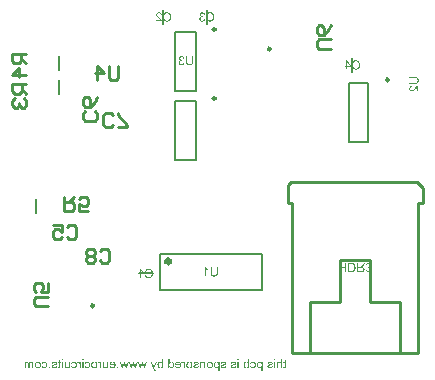
<source format=gbr>
G04 Layer_Color=32896*
%FSLAX45Y45*%
%MOMM*%
%TF.FileFunction,Legend,Bot*%
%TF.Part,Single*%
G01*
G75*
%TA.AperFunction,NonConductor*%
%ADD30C,0.25400*%
%ADD31C,0.20000*%
%ADD32C,0.25000*%
%ADD33C,0.50000*%
G36*
X-1074164Y-733436D02*
X-1072388Y-733547D01*
X-1068947Y-734324D01*
X-1065950Y-735323D01*
X-1064618Y-735878D01*
X-1063397Y-736433D01*
X-1062287Y-736988D01*
X-1061399Y-737543D01*
X-1060511Y-738098D01*
X-1059845Y-738542D01*
X-1059290Y-738986D01*
X-1058846Y-739319D01*
X-1058625Y-739430D01*
X-1058514Y-739541D01*
X-1056960Y-740984D01*
X-1055739Y-742649D01*
X-1054518Y-744425D01*
X-1053630Y-746201D01*
X-1052742Y-748088D01*
X-1052076Y-750086D01*
X-1051521Y-751973D01*
X-1051077Y-753749D01*
X-1050633Y-755525D01*
X-1050411Y-757079D01*
X-1050189Y-758633D01*
X-1050078Y-759854D01*
Y-760964D01*
X-1049967Y-761741D01*
Y-762185D01*
Y-762407D01*
X-1050078Y-764960D01*
X-1050300Y-767402D01*
X-1050633Y-769622D01*
X-1051077Y-771731D01*
X-1051632Y-773618D01*
X-1052187Y-775394D01*
X-1052853Y-777059D01*
X-1053519Y-778502D01*
X-1054185Y-779834D01*
X-1054851Y-780944D01*
X-1055406Y-781832D01*
X-1055961Y-782609D01*
X-1056405Y-783275D01*
X-1056738Y-783719D01*
X-1056960Y-783941D01*
X-1057071Y-784052D01*
X-1058514Y-785383D01*
X-1059956Y-786493D01*
X-1061510Y-787492D01*
X-1063064Y-788380D01*
X-1064618Y-789046D01*
X-1066283Y-789712D01*
X-1069280Y-790600D01*
X-1070612Y-790822D01*
X-1071944Y-791044D01*
X-1073054Y-791266D01*
X-1074053Y-791377D01*
X-1074941Y-791488D01*
X-1076051D01*
X-1078715Y-791377D01*
X-1081157Y-790933D01*
X-1083488Y-790378D01*
X-1085375Y-789823D01*
X-1087040Y-789157D01*
X-1087706Y-788935D01*
X-1088261Y-788713D01*
X-1088816Y-788491D01*
X-1089149Y-788269D01*
X-1089260Y-788158D01*
X-1089371D01*
X-1091591Y-786715D01*
X-1093478Y-785161D01*
X-1095143Y-783608D01*
X-1096475Y-782054D01*
X-1097474Y-780722D01*
X-1098251Y-779612D01*
X-1098473Y-779168D01*
X-1098695Y-778835D01*
X-1098806Y-778724D01*
Y-778613D01*
X-1099916Y-776060D01*
X-1100693Y-773285D01*
X-1101359Y-770510D01*
X-1101692Y-767735D01*
X-1101914Y-766514D01*
Y-765404D01*
X-1102025Y-764294D01*
X-1102136Y-763406D01*
Y-762629D01*
Y-762074D01*
Y-761741D01*
Y-761630D01*
X-1102025Y-759188D01*
X-1101803Y-756968D01*
X-1101470Y-754859D01*
X-1101026Y-752861D01*
X-1100471Y-750974D01*
X-1099805Y-749309D01*
X-1099139Y-747644D01*
X-1098473Y-746312D01*
X-1097807Y-745091D01*
X-1097141Y-743981D01*
X-1096475Y-742982D01*
X-1095920Y-742205D01*
X-1095476Y-741650D01*
X-1095143Y-741206D01*
X-1094921Y-740984D01*
X-1094810Y-740873D01*
X-1093367Y-739541D01*
X-1091924Y-738431D01*
X-1090370Y-737321D01*
X-1088816Y-736544D01*
X-1087262Y-735767D01*
X-1085708Y-735212D01*
X-1082711Y-734213D01*
X-1081268Y-733991D01*
X-1080047Y-733769D01*
X-1078937Y-733547D01*
X-1077938Y-733436D01*
X-1077161Y-733325D01*
X-1076051D01*
X-1074164Y-733436D01*
D02*
G37*
G36*
X-1243991Y-740984D02*
X-1242992Y-739763D01*
X-1241882Y-738764D01*
X-1240883Y-737765D01*
X-1239773Y-736988D01*
X-1238885Y-736433D01*
X-1238219Y-735878D01*
X-1237775Y-735656D01*
X-1237553Y-735545D01*
X-1236110Y-734768D01*
X-1234556Y-734213D01*
X-1233002Y-733880D01*
X-1231559Y-733547D01*
X-1230338Y-733436D01*
X-1229450Y-733325D01*
X-1228562D01*
X-1226120Y-733436D01*
X-1223790Y-733880D01*
X-1221681Y-734435D01*
X-1219905Y-735101D01*
X-1218351Y-735878D01*
X-1217241Y-736433D01*
X-1216797Y-736655D01*
X-1216464Y-736877D01*
X-1216353Y-736988D01*
X-1216242D01*
X-1214244Y-738431D01*
X-1212579Y-740207D01*
X-1211136Y-741872D01*
X-1210026Y-743537D01*
X-1209138Y-745091D01*
X-1208472Y-746312D01*
X-1208250Y-746756D01*
X-1208028Y-747089D01*
X-1207917Y-747311D01*
Y-747422D01*
X-1207029Y-749975D01*
X-1206363Y-752639D01*
X-1205808Y-755192D01*
X-1205475Y-757523D01*
X-1205253Y-759521D01*
Y-760409D01*
X-1205142Y-761075D01*
Y-761741D01*
Y-762185D01*
Y-762407D01*
Y-762518D01*
X-1205253Y-765626D01*
X-1205586Y-768512D01*
X-1206141Y-771065D01*
X-1206696Y-773285D01*
X-1206918Y-774284D01*
X-1207140Y-775061D01*
X-1207473Y-775838D01*
X-1207695Y-776504D01*
X-1207917Y-776948D01*
X-1208028Y-777281D01*
X-1208139Y-777503D01*
Y-777614D01*
X-1209360Y-779945D01*
X-1210803Y-781943D01*
X-1212246Y-783719D01*
X-1213689Y-785161D01*
X-1214910Y-786271D01*
X-1215909Y-787159D01*
X-1216575Y-787603D01*
X-1216686Y-787825D01*
X-1216797D01*
X-1218906Y-789046D01*
X-1221015Y-789934D01*
X-1223124Y-790600D01*
X-1225011Y-791044D01*
X-1226564Y-791266D01*
X-1227896Y-791377D01*
X-1228340Y-791488D01*
X-1229006D01*
X-1230893Y-791377D01*
X-1232669Y-791155D01*
X-1234334Y-790711D01*
X-1235777Y-790156D01*
X-1237220Y-789601D01*
X-1238552Y-788935D01*
X-1239662Y-788158D01*
X-1240661Y-787381D01*
X-1241660Y-786604D01*
X-1242437Y-785827D01*
X-1243103Y-785161D01*
X-1243658Y-784607D01*
X-1244102Y-784052D01*
X-1244435Y-783608D01*
X-1244546Y-783386D01*
X-1244657Y-783275D01*
Y-790267D01*
X-1253426D01*
Y-713457D01*
X-1243991D01*
Y-740984D01*
D02*
G37*
G36*
X-901007Y-733436D02*
X-899231Y-733547D01*
X-895790Y-734324D01*
X-892793Y-735323D01*
X-891462Y-735878D01*
X-890241Y-736433D01*
X-889131Y-736988D01*
X-888243Y-737543D01*
X-887355Y-738098D01*
X-886689Y-738542D01*
X-886134Y-738986D01*
X-885690Y-739319D01*
X-885468Y-739430D01*
X-885357Y-739541D01*
X-883803Y-740984D01*
X-882582Y-742649D01*
X-881361Y-744425D01*
X-880473Y-746201D01*
X-879585Y-748088D01*
X-878919Y-750086D01*
X-878364Y-751973D01*
X-877920Y-753749D01*
X-877476Y-755525D01*
X-877254Y-757079D01*
X-877032Y-758633D01*
X-876921Y-759854D01*
Y-760964D01*
X-876810Y-761741D01*
Y-762185D01*
Y-762407D01*
X-876921Y-764960D01*
X-877143Y-767402D01*
X-877476Y-769622D01*
X-877920Y-771731D01*
X-878475Y-773618D01*
X-879030Y-775394D01*
X-879696Y-777059D01*
X-880362Y-778502D01*
X-881028Y-779834D01*
X-881694Y-780944D01*
X-882249Y-781832D01*
X-882804Y-782609D01*
X-883248Y-783275D01*
X-883581Y-783719D01*
X-883803Y-783941D01*
X-883914Y-784052D01*
X-885357Y-785383D01*
X-886800Y-786493D01*
X-888354Y-787492D01*
X-889908Y-788380D01*
X-891462Y-789046D01*
X-893126Y-789712D01*
X-896123Y-790600D01*
X-897455Y-790822D01*
X-898787Y-791044D01*
X-899897Y-791266D01*
X-900896Y-791377D01*
X-901784Y-791488D01*
X-902894D01*
X-905558Y-791377D01*
X-908000Y-790933D01*
X-910331Y-790378D01*
X-912218Y-789823D01*
X-913883Y-789157D01*
X-914549Y-788935D01*
X-915104Y-788713D01*
X-915659Y-788491D01*
X-915992Y-788269D01*
X-916103Y-788158D01*
X-916214D01*
X-918434Y-786715D01*
X-920321Y-785161D01*
X-921986Y-783608D01*
X-923318Y-782054D01*
X-924317Y-780722D01*
X-925094Y-779612D01*
X-925316Y-779168D01*
X-925538Y-778835D01*
X-925649Y-778724D01*
Y-778613D01*
X-926759Y-776060D01*
X-927536Y-773285D01*
X-928202Y-770510D01*
X-928535Y-767735D01*
X-928757Y-766514D01*
Y-765404D01*
X-928868Y-764294D01*
X-928979Y-763406D01*
Y-762629D01*
Y-762074D01*
Y-761741D01*
Y-761630D01*
X-928868Y-759188D01*
X-928646Y-756968D01*
X-928313Y-754859D01*
X-927869Y-752861D01*
X-927314Y-750974D01*
X-926648Y-749309D01*
X-925982Y-747644D01*
X-925316Y-746312D01*
X-924650Y-745091D01*
X-923984Y-743981D01*
X-923318Y-742982D01*
X-922763Y-742205D01*
X-922319Y-741650D01*
X-921986Y-741206D01*
X-921764Y-740984D01*
X-921653Y-740873D01*
X-920210Y-739541D01*
X-918767Y-738431D01*
X-917213Y-737321D01*
X-915659Y-736544D01*
X-914105Y-735767D01*
X-912551Y-735212D01*
X-909554Y-734213D01*
X-908111Y-733991D01*
X-906890Y-733769D01*
X-905780Y-733547D01*
X-904781Y-733436D01*
X-904004Y-733325D01*
X-902894D01*
X-901007Y-733436D01*
D02*
G37*
G36*
X-1014891Y-733547D02*
X-1013559Y-733658D01*
X-1012338Y-733880D01*
X-1011339Y-734102D01*
X-1010562Y-734324D01*
X-1010118Y-734435D01*
X-1009896Y-734546D01*
X-1008564Y-734990D01*
X-1007343Y-735434D01*
X-1006344Y-735878D01*
X-1005456Y-736322D01*
X-1004790Y-736655D01*
X-1004346Y-736988D01*
X-1004013Y-737099D01*
X-1003902Y-737210D01*
X-1002793Y-737987D01*
X-1001905Y-738875D01*
X-1001128Y-739874D01*
X-1000462Y-740651D01*
X-999907Y-741428D01*
X-999574Y-741983D01*
X-999352Y-742427D01*
X-999241Y-742538D01*
X-998686Y-743759D01*
X-998242Y-744869D01*
X-998020Y-746090D01*
X-997798Y-747089D01*
X-997687Y-748088D01*
X-997576Y-748754D01*
Y-749198D01*
Y-749420D01*
X-997687Y-750974D01*
X-997909Y-752306D01*
X-998242Y-753638D01*
X-998575Y-754748D01*
X-998908Y-755636D01*
X-999241Y-756413D01*
X-999463Y-756857D01*
X-999574Y-756968D01*
X-1000462Y-758189D01*
X-1001461Y-759188D01*
X-1002460Y-760076D01*
X-1003458Y-760853D01*
X-1004346Y-761408D01*
X-1005012Y-761852D01*
X-1005456Y-762074D01*
X-1005678Y-762185D01*
X-1006455Y-762518D01*
X-1007454Y-762962D01*
X-1009674Y-763739D01*
X-1012005Y-764405D01*
X-1014447Y-765182D01*
X-1016556Y-765737D01*
X-1017555Y-766070D01*
X-1018443Y-766292D01*
X-1019109Y-766514D01*
X-1019664Y-766625D01*
X-1019997Y-766736D01*
X-1020108D01*
X-1021551Y-767069D01*
X-1022772Y-767402D01*
X-1023882Y-767735D01*
X-1024881Y-768068D01*
X-1025769Y-768290D01*
X-1026546Y-768623D01*
X-1027878Y-769067D01*
X-1028766Y-769400D01*
X-1029321Y-769733D01*
X-1029654Y-769844D01*
X-1029765Y-769955D01*
X-1030764Y-770621D01*
X-1031430Y-771509D01*
X-1031985Y-772286D01*
X-1032318Y-773063D01*
X-1032540Y-773840D01*
X-1032651Y-774395D01*
Y-774839D01*
Y-774950D01*
X-1032540Y-776282D01*
X-1032207Y-777392D01*
X-1031652Y-778502D01*
X-1031097Y-779390D01*
X-1030431Y-780167D01*
X-1029987Y-780722D01*
X-1029543Y-781055D01*
X-1029432Y-781166D01*
X-1028100Y-782054D01*
X-1026657Y-782609D01*
X-1024992Y-783053D01*
X-1023438Y-783386D01*
X-1021995Y-783608D01*
X-1020885Y-783719D01*
X-1019775D01*
X-1017444Y-783608D01*
X-1015446Y-783275D01*
X-1013781Y-782831D01*
X-1012338Y-782276D01*
X-1011228Y-781721D01*
X-1010340Y-781277D01*
X-1009896Y-780944D01*
X-1009674Y-780833D01*
X-1008453Y-779612D01*
X-1007454Y-778169D01*
X-1006788Y-776726D01*
X-1006233Y-775394D01*
X-1005789Y-774173D01*
X-1005567Y-773063D01*
X-1005345Y-772397D01*
Y-772286D01*
Y-772175D01*
X-996022Y-773618D01*
X-996799Y-776726D01*
X-997798Y-779501D01*
X-999019Y-781721D01*
X-1000240Y-783608D01*
X-1001350Y-785161D01*
X-1002349Y-786160D01*
X-1003015Y-786826D01*
X-1003126Y-786937D01*
X-1003237Y-787048D01*
X-1004346Y-787825D01*
X-1005567Y-788491D01*
X-1008231Y-789601D01*
X-1011006Y-790378D01*
X-1013670Y-790933D01*
X-1014891Y-791155D01*
X-1016001Y-791266D01*
X-1017111Y-791377D01*
X-1017999D01*
X-1018776Y-791488D01*
X-1019775D01*
X-1022217Y-791377D01*
X-1024326Y-791155D01*
X-1026324Y-790822D01*
X-1028100Y-790378D01*
X-1029543Y-789934D01*
X-1030653Y-789601D01*
X-1031319Y-789379D01*
X-1031430Y-789268D01*
X-1031541D01*
X-1033428Y-788269D01*
X-1034982Y-787270D01*
X-1036314Y-786160D01*
X-1037535Y-785161D01*
X-1038423Y-784274D01*
X-1038978Y-783497D01*
X-1039422Y-783053D01*
X-1039533Y-782831D01*
X-1040421Y-781277D01*
X-1041087Y-779612D01*
X-1041642Y-778169D01*
X-1041975Y-776837D01*
X-1042197Y-775616D01*
X-1042308Y-774728D01*
Y-774173D01*
Y-773951D01*
X-1042197Y-772175D01*
X-1041975Y-770621D01*
X-1041531Y-769289D01*
X-1041198Y-768068D01*
X-1040754Y-767069D01*
X-1040310Y-766403D01*
X-1040088Y-765959D01*
X-1039977Y-765848D01*
X-1039089Y-764738D01*
X-1038090Y-763739D01*
X-1037091Y-762851D01*
X-1036092Y-762185D01*
X-1035093Y-761630D01*
X-1034427Y-761297D01*
X-1033983Y-761075D01*
X-1033761Y-760964D01*
X-1032984Y-760631D01*
X-1032096Y-760298D01*
X-1029987Y-759521D01*
X-1027656Y-758744D01*
X-1025325Y-758078D01*
X-1023216Y-757412D01*
X-1022217Y-757190D01*
X-1021440Y-756968D01*
X-1020774Y-756746D01*
X-1020219Y-756635D01*
X-1019886Y-756524D01*
X-1019775D01*
X-1018554Y-756191D01*
X-1017444Y-755858D01*
X-1016445Y-755636D01*
X-1015557Y-755303D01*
X-1014114Y-754970D01*
X-1013004Y-754637D01*
X-1012227Y-754304D01*
X-1011783Y-754193D01*
X-1011561Y-754082D01*
X-1011450D01*
X-1010562Y-753638D01*
X-1009785Y-753305D01*
X-1009119Y-752861D01*
X-1008675Y-752528D01*
X-1008231Y-752195D01*
X-1008009Y-751862D01*
X-1007898Y-751751D01*
X-1007787Y-751640D01*
X-1007121Y-750530D01*
X-1006788Y-749420D01*
Y-748976D01*
X-1006677Y-748643D01*
Y-748421D01*
Y-748310D01*
X-1006788Y-747311D01*
X-1007121Y-746312D01*
X-1007565Y-745424D01*
X-1008120Y-744758D01*
X-1008564Y-744092D01*
X-1009008Y-743648D01*
X-1009341Y-743426D01*
X-1009452Y-743315D01*
X-1010673Y-742538D01*
X-1012116Y-741983D01*
X-1013670Y-741650D01*
X-1015113Y-741317D01*
X-1016556Y-741206D01*
X-1017666Y-741095D01*
X-1018776D01*
X-1020663Y-741206D01*
X-1022439Y-741428D01*
X-1023882Y-741872D01*
X-1024992Y-742316D01*
X-1025991Y-742760D01*
X-1026657Y-743204D01*
X-1027101Y-743426D01*
X-1027212Y-743537D01*
X-1028322Y-744536D01*
X-1029099Y-745646D01*
X-1029765Y-746756D01*
X-1030320Y-747755D01*
X-1030653Y-748754D01*
X-1030875Y-749531D01*
X-1030986Y-749975D01*
Y-750197D01*
X-1040199Y-748976D01*
X-1039755Y-747089D01*
X-1039311Y-745424D01*
X-1038756Y-743981D01*
X-1038201Y-742649D01*
X-1037646Y-741761D01*
X-1037202Y-740984D01*
X-1036980Y-740540D01*
X-1036869Y-740429D01*
X-1035870Y-739319D01*
X-1034760Y-738320D01*
X-1033539Y-737432D01*
X-1032318Y-736655D01*
X-1031208Y-736100D01*
X-1030320Y-735656D01*
X-1029765Y-735434D01*
X-1029654Y-735323D01*
X-1029543D01*
X-1027656Y-734657D01*
X-1025658Y-734213D01*
X-1023771Y-733769D01*
X-1021995Y-733547D01*
X-1020330Y-733436D01*
X-1019109Y-733325D01*
X-1016445D01*
X-1014891Y-733547D01*
D02*
G37*
G36*
X-1879677Y-733436D02*
X-1877901Y-733547D01*
X-1874460Y-734324D01*
X-1871463Y-735323D01*
X-1870131Y-735878D01*
X-1868910Y-736433D01*
X-1867800Y-736988D01*
X-1866912Y-737543D01*
X-1866024Y-738098D01*
X-1865358Y-738542D01*
X-1864803Y-738986D01*
X-1864359Y-739319D01*
X-1864137Y-739430D01*
X-1864026Y-739541D01*
X-1862472Y-740984D01*
X-1861251Y-742649D01*
X-1860030Y-744425D01*
X-1859142Y-746201D01*
X-1858254Y-748088D01*
X-1857588Y-750086D01*
X-1857033Y-751973D01*
X-1856589Y-753749D01*
X-1856145Y-755525D01*
X-1855923Y-757079D01*
X-1855701Y-758633D01*
X-1855590Y-759854D01*
Y-760964D01*
X-1855479Y-761741D01*
Y-762185D01*
Y-762407D01*
X-1855590Y-764960D01*
X-1855812Y-767402D01*
X-1856145Y-769622D01*
X-1856589Y-771731D01*
X-1857144Y-773618D01*
X-1857699Y-775394D01*
X-1858365Y-777059D01*
X-1859031Y-778502D01*
X-1859697Y-779834D01*
X-1860363Y-780944D01*
X-1860918Y-781832D01*
X-1861473Y-782609D01*
X-1861917Y-783275D01*
X-1862250Y-783719D01*
X-1862472Y-783941D01*
X-1862583Y-784052D01*
X-1864026Y-785383D01*
X-1865469Y-786493D01*
X-1867023Y-787492D01*
X-1868577Y-788380D01*
X-1870131Y-789046D01*
X-1871796Y-789712D01*
X-1874793Y-790600D01*
X-1876125Y-790822D01*
X-1877457Y-791044D01*
X-1878567Y-791266D01*
X-1879566Y-791377D01*
X-1880454Y-791488D01*
X-1881564D01*
X-1884228Y-791377D01*
X-1886670Y-790933D01*
X-1889001Y-790378D01*
X-1890888Y-789823D01*
X-1892552Y-789157D01*
X-1893218Y-788935D01*
X-1893773Y-788713D01*
X-1894328Y-788491D01*
X-1894661Y-788269D01*
X-1894772Y-788158D01*
X-1894883D01*
X-1897103Y-786715D01*
X-1898990Y-785161D01*
X-1900655Y-783608D01*
X-1901987Y-782054D01*
X-1902986Y-780722D01*
X-1903763Y-779612D01*
X-1903985Y-779168D01*
X-1904207Y-778835D01*
X-1904318Y-778724D01*
Y-778613D01*
X-1905428Y-776060D01*
X-1906205Y-773285D01*
X-1906871Y-770510D01*
X-1907204Y-767735D01*
X-1907426Y-766514D01*
Y-765404D01*
X-1907537Y-764294D01*
X-1907648Y-763406D01*
Y-762629D01*
Y-762074D01*
Y-761741D01*
Y-761630D01*
X-1907537Y-759188D01*
X-1907315Y-756968D01*
X-1906982Y-754859D01*
X-1906538Y-752861D01*
X-1905983Y-750974D01*
X-1905317Y-749309D01*
X-1904651Y-747644D01*
X-1903985Y-746312D01*
X-1903319Y-745091D01*
X-1902653Y-743981D01*
X-1901987Y-742982D01*
X-1901432Y-742205D01*
X-1900988Y-741650D01*
X-1900655Y-741206D01*
X-1900433Y-740984D01*
X-1900322Y-740873D01*
X-1898879Y-739541D01*
X-1897436Y-738431D01*
X-1895882Y-737321D01*
X-1894328Y-736544D01*
X-1892774Y-735767D01*
X-1891221Y-735212D01*
X-1888224Y-734213D01*
X-1886781Y-733991D01*
X-1885560Y-733769D01*
X-1884450Y-733547D01*
X-1883451Y-733436D01*
X-1882674Y-733325D01*
X-1881564D01*
X-1879677Y-733436D01*
D02*
G37*
G36*
X-479104D02*
X-477328Y-733658D01*
X-475774Y-733991D01*
X-474442Y-734435D01*
X-473332Y-734879D01*
X-472444Y-735212D01*
X-472000Y-735434D01*
X-471778Y-735545D01*
X-470446Y-736433D01*
X-469114Y-737432D01*
X-468004Y-738431D01*
X-467005Y-739541D01*
X-466117Y-740429D01*
X-465562Y-741206D01*
X-465118Y-741650D01*
X-465007Y-741872D01*
Y-734546D01*
X-456460D01*
Y-811579D01*
X-465895D01*
Y-784496D01*
X-466783Y-785605D01*
X-467782Y-786604D01*
X-468892Y-787492D01*
X-469780Y-788158D01*
X-470668Y-788824D01*
X-471334Y-789268D01*
X-471889Y-789490D01*
X-472000Y-789601D01*
X-473443Y-790267D01*
X-474886Y-790711D01*
X-476329Y-791044D01*
X-477661Y-791266D01*
X-478771Y-791377D01*
X-479659Y-791488D01*
X-480436D01*
X-482767Y-791377D01*
X-485098Y-790933D01*
X-487096Y-790378D01*
X-488983Y-789712D01*
X-490537Y-789046D01*
X-491647Y-788491D01*
X-492091Y-788269D01*
X-492424Y-788047D01*
X-492535Y-787936D01*
X-492646D01*
X-494755Y-786382D01*
X-496531Y-784718D01*
X-498085Y-783053D01*
X-499306Y-781388D01*
X-500305Y-779834D01*
X-501082Y-778613D01*
X-501304Y-778169D01*
X-501526Y-777836D01*
X-501637Y-777614D01*
Y-777503D01*
X-502636Y-774839D01*
X-503413Y-772175D01*
X-503967Y-769622D01*
X-504411Y-767180D01*
X-504633Y-765182D01*
Y-764294D01*
X-504744Y-763517D01*
Y-762851D01*
Y-762407D01*
Y-762185D01*
Y-762074D01*
X-504633Y-759188D01*
X-504300Y-756413D01*
X-503856Y-753971D01*
X-503302Y-751751D01*
X-502747Y-749975D01*
X-502525Y-749198D01*
X-502303Y-748532D01*
X-502081Y-748088D01*
X-501970Y-747755D01*
X-501859Y-747533D01*
Y-747422D01*
X-500749Y-745091D01*
X-499417Y-742982D01*
X-498085Y-741206D01*
X-496753Y-739763D01*
X-495532Y-738653D01*
X-494533Y-737765D01*
X-493867Y-737321D01*
X-493756Y-737099D01*
X-493645D01*
X-491536Y-735878D01*
X-489427Y-734879D01*
X-487318Y-734213D01*
X-485320Y-733769D01*
X-483655Y-733547D01*
X-482878Y-733436D01*
X-482323Y-733325D01*
X-481102D01*
X-479104Y-733436D01*
D02*
G37*
G36*
X-843288D02*
X-841512Y-733658D01*
X-839958Y-733991D01*
X-838626Y-734435D01*
X-837516Y-734879D01*
X-836629Y-735212D01*
X-836185Y-735434D01*
X-835963Y-735545D01*
X-834631Y-736433D01*
X-833299Y-737432D01*
X-832189Y-738431D01*
X-831190Y-739541D01*
X-830302Y-740429D01*
X-829747Y-741206D01*
X-829303Y-741650D01*
X-829192Y-741872D01*
Y-734546D01*
X-820645D01*
Y-811579D01*
X-830080D01*
Y-784496D01*
X-830968Y-785605D01*
X-831967Y-786604D01*
X-833077Y-787492D01*
X-833965Y-788158D01*
X-834853Y-788824D01*
X-835519Y-789268D01*
X-836074Y-789490D01*
X-836185Y-789601D01*
X-837627Y-790267D01*
X-839070Y-790711D01*
X-840513Y-791044D01*
X-841845Y-791266D01*
X-842955Y-791377D01*
X-843843Y-791488D01*
X-844620D01*
X-846951Y-791377D01*
X-849282Y-790933D01*
X-851280Y-790378D01*
X-853167Y-789712D01*
X-854721Y-789046D01*
X-855831Y-788491D01*
X-856275Y-788269D01*
X-856608Y-788047D01*
X-856719Y-787936D01*
X-856830D01*
X-858939Y-786382D01*
X-860715Y-784718D01*
X-862269Y-783053D01*
X-863490Y-781388D01*
X-864489Y-779834D01*
X-865266Y-778613D01*
X-865488Y-778169D01*
X-865710Y-777836D01*
X-865821Y-777614D01*
Y-777503D01*
X-866820Y-774839D01*
X-867597Y-772175D01*
X-868152Y-769622D01*
X-868596Y-767180D01*
X-868818Y-765182D01*
Y-764294D01*
X-868929Y-763517D01*
Y-762851D01*
Y-762407D01*
Y-762185D01*
Y-762074D01*
X-868818Y-759188D01*
X-868485Y-756413D01*
X-868041Y-753971D01*
X-867486Y-751751D01*
X-866931Y-749975D01*
X-866709Y-749198D01*
X-866487Y-748532D01*
X-866265Y-748088D01*
X-866154Y-747755D01*
X-866043Y-747533D01*
Y-747422D01*
X-864933Y-745091D01*
X-863601Y-742982D01*
X-862269Y-741206D01*
X-860937Y-739763D01*
X-859716Y-738653D01*
X-858717Y-737765D01*
X-858051Y-737321D01*
X-857940Y-737099D01*
X-857829D01*
X-855720Y-735878D01*
X-853611Y-734879D01*
X-851502Y-734213D01*
X-849504Y-733769D01*
X-847839Y-733547D01*
X-847062Y-733436D01*
X-846507Y-733325D01*
X-845286D01*
X-843288Y-733436D01*
D02*
G37*
G36*
X-2214336Y-733547D02*
X-2213004Y-733658D01*
X-2211783Y-733880D01*
X-2210784Y-734102D01*
X-2210007Y-734324D01*
X-2209563Y-734435D01*
X-2209341Y-734546D01*
X-2208009Y-734990D01*
X-2206788Y-735434D01*
X-2205789Y-735878D01*
X-2204901Y-736322D01*
X-2204235Y-736655D01*
X-2203791Y-736988D01*
X-2203458Y-737099D01*
X-2203347Y-737210D01*
X-2202237Y-737987D01*
X-2201349Y-738875D01*
X-2200572Y-739874D01*
X-2199906Y-740651D01*
X-2199351Y-741428D01*
X-2199018Y-741983D01*
X-2198796Y-742427D01*
X-2198685Y-742538D01*
X-2198130Y-743759D01*
X-2197686Y-744869D01*
X-2197464Y-746090D01*
X-2197242Y-747089D01*
X-2197131Y-748088D01*
X-2197020Y-748754D01*
Y-749198D01*
Y-749420D01*
X-2197131Y-750974D01*
X-2197353Y-752306D01*
X-2197686Y-753638D01*
X-2198019Y-754748D01*
X-2198352Y-755636D01*
X-2198685Y-756413D01*
X-2198907Y-756857D01*
X-2199018Y-756968D01*
X-2199906Y-758189D01*
X-2200905Y-759188D01*
X-2201904Y-760076D01*
X-2202903Y-760853D01*
X-2203791Y-761408D01*
X-2204457Y-761852D01*
X-2204901Y-762074D01*
X-2205123Y-762185D01*
X-2205900Y-762518D01*
X-2206899Y-762962D01*
X-2209119Y-763739D01*
X-2211450Y-764405D01*
X-2213892Y-765182D01*
X-2216001Y-765737D01*
X-2217000Y-766070D01*
X-2217888Y-766292D01*
X-2218554Y-766514D01*
X-2219109Y-766625D01*
X-2219442Y-766736D01*
X-2219553D01*
X-2220996Y-767069D01*
X-2222217Y-767402D01*
X-2223327Y-767735D01*
X-2224325Y-768068D01*
X-2225213Y-768290D01*
X-2225990Y-768623D01*
X-2227322Y-769067D01*
X-2228210Y-769400D01*
X-2228765Y-769733D01*
X-2229098Y-769844D01*
X-2229209Y-769955D01*
X-2230208Y-770621D01*
X-2230874Y-771509D01*
X-2231429Y-772286D01*
X-2231762Y-773063D01*
X-2231984Y-773840D01*
X-2232095Y-774395D01*
Y-774839D01*
Y-774950D01*
X-2231984Y-776282D01*
X-2231651Y-777392D01*
X-2231096Y-778502D01*
X-2230541Y-779390D01*
X-2229875Y-780167D01*
X-2229431Y-780722D01*
X-2228987Y-781055D01*
X-2228876Y-781166D01*
X-2227544Y-782054D01*
X-2226101Y-782609D01*
X-2224436Y-783053D01*
X-2222883Y-783386D01*
X-2221440Y-783608D01*
X-2220330Y-783719D01*
X-2219220D01*
X-2216889Y-783608D01*
X-2214891Y-783275D01*
X-2213226Y-782831D01*
X-2211783Y-782276D01*
X-2210673Y-781721D01*
X-2209785Y-781277D01*
X-2209341Y-780944D01*
X-2209119Y-780833D01*
X-2207898Y-779612D01*
X-2206899Y-778169D01*
X-2206233Y-776726D01*
X-2205678Y-775394D01*
X-2205234Y-774173D01*
X-2205012Y-773063D01*
X-2204790Y-772397D01*
Y-772286D01*
Y-772175D01*
X-2195466Y-773618D01*
X-2196243Y-776726D01*
X-2197242Y-779501D01*
X-2198463Y-781721D01*
X-2199684Y-783608D01*
X-2200794Y-785161D01*
X-2201793Y-786160D01*
X-2202459Y-786826D01*
X-2202570Y-786937D01*
X-2202681Y-787048D01*
X-2203791Y-787825D01*
X-2205012Y-788491D01*
X-2207676Y-789601D01*
X-2210451Y-790378D01*
X-2213115Y-790933D01*
X-2214336Y-791155D01*
X-2215446Y-791266D01*
X-2216556Y-791377D01*
X-2217444D01*
X-2218221Y-791488D01*
X-2219220D01*
X-2221662Y-791377D01*
X-2223771Y-791155D01*
X-2225768Y-790822D01*
X-2227544Y-790378D01*
X-2228987Y-789934D01*
X-2230097Y-789601D01*
X-2230763Y-789379D01*
X-2230874Y-789268D01*
X-2230985D01*
X-2232872Y-788269D01*
X-2234426Y-787270D01*
X-2235758Y-786160D01*
X-2236979Y-785161D01*
X-2237867Y-784274D01*
X-2238422Y-783497D01*
X-2238866Y-783053D01*
X-2238977Y-782831D01*
X-2239865Y-781277D01*
X-2240531Y-779612D01*
X-2241086Y-778169D01*
X-2241419Y-776837D01*
X-2241641Y-775616D01*
X-2241752Y-774728D01*
Y-774173D01*
Y-773951D01*
X-2241641Y-772175D01*
X-2241419Y-770621D01*
X-2240975Y-769289D01*
X-2240642Y-768068D01*
X-2240198Y-767069D01*
X-2239754Y-766403D01*
X-2239532Y-765959D01*
X-2239421Y-765848D01*
X-2238533Y-764738D01*
X-2237534Y-763739D01*
X-2236535Y-762851D01*
X-2235536Y-762185D01*
X-2234537Y-761630D01*
X-2233871Y-761297D01*
X-2233427Y-761075D01*
X-2233205Y-760964D01*
X-2232428Y-760631D01*
X-2231540Y-760298D01*
X-2229431Y-759521D01*
X-2227100Y-758744D01*
X-2224769Y-758078D01*
X-2222661Y-757412D01*
X-2221662Y-757190D01*
X-2220885Y-756968D01*
X-2220219Y-756746D01*
X-2219664Y-756635D01*
X-2219331Y-756524D01*
X-2219220D01*
X-2217999Y-756191D01*
X-2216889Y-755858D01*
X-2215890Y-755636D01*
X-2215002Y-755303D01*
X-2213559Y-754970D01*
X-2212449Y-754637D01*
X-2211672Y-754304D01*
X-2211228Y-754193D01*
X-2211006Y-754082D01*
X-2210895D01*
X-2210007Y-753638D01*
X-2209230Y-753305D01*
X-2208564Y-752861D01*
X-2208120Y-752528D01*
X-2207676Y-752195D01*
X-2207454Y-751862D01*
X-2207343Y-751751D01*
X-2207232Y-751640D01*
X-2206566Y-750530D01*
X-2206233Y-749420D01*
Y-748976D01*
X-2206122Y-748643D01*
Y-748421D01*
Y-748310D01*
X-2206233Y-747311D01*
X-2206566Y-746312D01*
X-2207010Y-745424D01*
X-2207565Y-744758D01*
X-2208009Y-744092D01*
X-2208453Y-743648D01*
X-2208786Y-743426D01*
X-2208897Y-743315D01*
X-2210118Y-742538D01*
X-2211561Y-741983D01*
X-2213115Y-741650D01*
X-2214558Y-741317D01*
X-2216001Y-741206D01*
X-2217111Y-741095D01*
X-2218221D01*
X-2220108Y-741206D01*
X-2221884Y-741428D01*
X-2223327Y-741872D01*
X-2224436Y-742316D01*
X-2225435Y-742760D01*
X-2226101Y-743204D01*
X-2226545Y-743426D01*
X-2226656Y-743537D01*
X-2227766Y-744536D01*
X-2228543Y-745646D01*
X-2229209Y-746756D01*
X-2229764Y-747755D01*
X-2230097Y-748754D01*
X-2230319Y-749531D01*
X-2230430Y-749975D01*
Y-750197D01*
X-2239643Y-748976D01*
X-2239199Y-747089D01*
X-2238755Y-745424D01*
X-2238200Y-743981D01*
X-2237645Y-742649D01*
X-2237090Y-741761D01*
X-2236646Y-740984D01*
X-2236424Y-740540D01*
X-2236313Y-740429D01*
X-2235314Y-739319D01*
X-2234204Y-738320D01*
X-2232983Y-737432D01*
X-2231762Y-736655D01*
X-2230652Y-736100D01*
X-2229764Y-735656D01*
X-2229209Y-735434D01*
X-2229098Y-735323D01*
X-2228987D01*
X-2227100Y-734657D01*
X-2225102Y-734213D01*
X-2223216Y-733769D01*
X-2221440Y-733547D01*
X-2219775Y-733436D01*
X-2218554Y-733325D01*
X-2215890D01*
X-2214336Y-733547D01*
D02*
G37*
G36*
X-2357190Y-733436D02*
X-2355414Y-733547D01*
X-2351973Y-734324D01*
X-2348976Y-735323D01*
X-2347644Y-735878D01*
X-2346423Y-736433D01*
X-2345313Y-736988D01*
X-2344425Y-737543D01*
X-2343537Y-738098D01*
X-2342871Y-738542D01*
X-2342316Y-738986D01*
X-2341872Y-739319D01*
X-2341650Y-739430D01*
X-2341539Y-739541D01*
X-2339985Y-740984D01*
X-2338764Y-742649D01*
X-2337543Y-744425D01*
X-2336655Y-746201D01*
X-2335767Y-748088D01*
X-2335102Y-750086D01*
X-2334547Y-751973D01*
X-2334103Y-753749D01*
X-2333659Y-755525D01*
X-2333437Y-757079D01*
X-2333215Y-758633D01*
X-2333104Y-759854D01*
Y-760964D01*
X-2332993Y-761741D01*
Y-762185D01*
Y-762407D01*
X-2333104Y-764960D01*
X-2333326Y-767402D01*
X-2333659Y-769622D01*
X-2334103Y-771731D01*
X-2334658Y-773618D01*
X-2335212Y-775394D01*
X-2335878Y-777059D01*
X-2336544Y-778502D01*
X-2337210Y-779834D01*
X-2337876Y-780944D01*
X-2338431Y-781832D01*
X-2338986Y-782609D01*
X-2339430Y-783275D01*
X-2339763Y-783719D01*
X-2339985Y-783941D01*
X-2340096Y-784052D01*
X-2341539Y-785383D01*
X-2342982Y-786493D01*
X-2344536Y-787492D01*
X-2346090Y-788380D01*
X-2347644Y-789046D01*
X-2349309Y-789712D01*
X-2352306Y-790600D01*
X-2353638Y-790822D01*
X-2354970Y-791044D01*
X-2356080Y-791266D01*
X-2357079Y-791377D01*
X-2357967Y-791488D01*
X-2359077D01*
X-2361741Y-791377D01*
X-2364183Y-790933D01*
X-2366514Y-790378D01*
X-2368401Y-789823D01*
X-2370066Y-789157D01*
X-2370732Y-788935D01*
X-2371287Y-788713D01*
X-2371842Y-788491D01*
X-2372175Y-788269D01*
X-2372286Y-788158D01*
X-2372397D01*
X-2374617Y-786715D01*
X-2376504Y-785161D01*
X-2378169Y-783608D01*
X-2379501Y-782054D01*
X-2380500Y-780722D01*
X-2381277Y-779612D01*
X-2381499Y-779168D01*
X-2381721Y-778835D01*
X-2381832Y-778724D01*
Y-778613D01*
X-2382942Y-776060D01*
X-2383719Y-773285D01*
X-2384385Y-770510D01*
X-2384718Y-767735D01*
X-2384940Y-766514D01*
Y-765404D01*
X-2385051Y-764294D01*
X-2385162Y-763406D01*
Y-762629D01*
Y-762074D01*
Y-761741D01*
Y-761630D01*
X-2385051Y-759188D01*
X-2384829Y-756968D01*
X-2384496Y-754859D01*
X-2384052Y-752861D01*
X-2383497Y-750974D01*
X-2382831Y-749309D01*
X-2382165Y-747644D01*
X-2381499Y-746312D01*
X-2380833Y-745091D01*
X-2380167Y-743981D01*
X-2379501Y-742982D01*
X-2378946Y-742205D01*
X-2378502Y-741650D01*
X-2378169Y-741206D01*
X-2377947Y-740984D01*
X-2377836Y-740873D01*
X-2376393Y-739541D01*
X-2374950Y-738431D01*
X-2373396Y-737321D01*
X-2371842Y-736544D01*
X-2370288Y-735767D01*
X-2368734Y-735212D01*
X-2365737Y-734213D01*
X-2364294Y-733991D01*
X-2363073Y-733769D01*
X-2361963Y-733547D01*
X-2360964Y-733436D01*
X-2360187Y-733325D01*
X-2359077D01*
X-2357190Y-733436D01*
D02*
G37*
G36*
X-1972471Y-790267D02*
X-1981906D01*
Y-734546D01*
X-1972471D01*
Y-790267D01*
D02*
G37*
G36*
X-2015538Y-733436D02*
X-2014428Y-733658D01*
X-2013318Y-733991D01*
X-2012430Y-734324D01*
X-2011764Y-734657D01*
X-2011098Y-734990D01*
X-2010765Y-735212D01*
X-2010654Y-735323D01*
X-2009655Y-736211D01*
X-2008656Y-737321D01*
X-2007657Y-738653D01*
X-2006769Y-739874D01*
X-2005881Y-741095D01*
X-2005326Y-742094D01*
X-2004882Y-742871D01*
X-2004771Y-742982D01*
Y-734546D01*
X-1996225D01*
Y-790267D01*
X-2005659D01*
Y-761186D01*
X-2005770Y-758966D01*
X-2005881Y-756968D01*
X-2006103Y-755081D01*
X-2006436Y-753416D01*
X-2006769Y-752084D01*
X-2006991Y-751085D01*
X-2007102Y-750419D01*
X-2007213Y-750197D01*
X-2007657Y-748976D01*
X-2008212Y-747977D01*
X-2008767Y-747089D01*
X-2009322Y-746312D01*
X-2009877Y-745757D01*
X-2010210Y-745313D01*
X-2010543Y-745091D01*
X-2010654Y-744980D01*
X-2011542Y-744314D01*
X-2012541Y-743870D01*
X-2013540Y-743537D01*
X-2014317Y-743315D01*
X-2015094Y-743204D01*
X-2015649Y-743093D01*
X-2016204D01*
X-2017425Y-743204D01*
X-2018646Y-743426D01*
X-2019867Y-743759D01*
X-2020866Y-744092D01*
X-2021754Y-744425D01*
X-2022420Y-744758D01*
X-2022864Y-744980D01*
X-2022975Y-745091D01*
X-2026416Y-736433D01*
X-2024529Y-735434D01*
X-2022753Y-734657D01*
X-2021199Y-734102D01*
X-2019756Y-733658D01*
X-2018535Y-733436D01*
X-2017536Y-733325D01*
X-2016759D01*
X-2015538Y-733436D01*
D02*
G37*
G36*
X-1676661Y-790267D02*
X-1687428D01*
Y-779501D01*
X-1676661D01*
Y-790267D01*
D02*
G37*
G36*
X-1842492Y-733436D02*
X-1841382Y-733658D01*
X-1840272Y-733991D01*
X-1839384Y-734324D01*
X-1838718Y-734657D01*
X-1838052Y-734990D01*
X-1837719Y-735212D01*
X-1837608Y-735323D01*
X-1836609Y-736211D01*
X-1835611Y-737321D01*
X-1834612Y-738653D01*
X-1833724Y-739874D01*
X-1832836Y-741095D01*
X-1832281Y-742094D01*
X-1831837Y-742871D01*
X-1831726Y-742982D01*
Y-734546D01*
X-1823179D01*
Y-790267D01*
X-1832614D01*
Y-761186D01*
X-1832725Y-758966D01*
X-1832836Y-756968D01*
X-1833058Y-755081D01*
X-1833391Y-753416D01*
X-1833724Y-752084D01*
X-1833946Y-751085D01*
X-1834057Y-750419D01*
X-1834168Y-750197D01*
X-1834612Y-748976D01*
X-1835167Y-747977D01*
X-1835722Y-747089D01*
X-1836276Y-746312D01*
X-1836831Y-745757D01*
X-1837164Y-745313D01*
X-1837497Y-745091D01*
X-1837608Y-744980D01*
X-1838496Y-744314D01*
X-1839495Y-743870D01*
X-1840494Y-743537D01*
X-1841271Y-743315D01*
X-1842048Y-743204D01*
X-1842603Y-743093D01*
X-1843158D01*
X-1844379Y-743204D01*
X-1845600Y-743426D01*
X-1846821Y-743759D01*
X-1847820Y-744092D01*
X-1848708Y-744425D01*
X-1849374Y-744758D01*
X-1849818Y-744980D01*
X-1849929Y-745091D01*
X-1853370Y-736433D01*
X-1851483Y-735434D01*
X-1849707Y-734657D01*
X-1848153Y-734102D01*
X-1846710Y-733658D01*
X-1845489Y-733436D01*
X-1844490Y-733325D01*
X-1843713D01*
X-1842492Y-733436D01*
D02*
G37*
G36*
X-2145517Y-790267D02*
X-2154952D01*
Y-734546D01*
X-2145517D01*
Y-790267D01*
D02*
G37*
G36*
X-698436Y-733547D02*
X-697104Y-733658D01*
X-695883Y-733880D01*
X-694884Y-734102D01*
X-694107Y-734324D01*
X-693663Y-734435D01*
X-693441Y-734546D01*
X-692109Y-734990D01*
X-690888Y-735434D01*
X-689889Y-735878D01*
X-689001Y-736322D01*
X-688335Y-736655D01*
X-687891Y-736988D01*
X-687558Y-737099D01*
X-687447Y-737210D01*
X-686337Y-737987D01*
X-685449Y-738875D01*
X-684672Y-739874D01*
X-684006Y-740651D01*
X-683451Y-741428D01*
X-683118Y-741983D01*
X-682896Y-742427D01*
X-682785Y-742538D01*
X-682230Y-743759D01*
X-681786Y-744869D01*
X-681564Y-746090D01*
X-681342Y-747089D01*
X-681231Y-748088D01*
X-681120Y-748754D01*
Y-749198D01*
Y-749420D01*
X-681231Y-750974D01*
X-681453Y-752306D01*
X-681786Y-753638D01*
X-682119Y-754748D01*
X-682452Y-755636D01*
X-682785Y-756413D01*
X-683007Y-756857D01*
X-683118Y-756968D01*
X-684006Y-758189D01*
X-685005Y-759188D01*
X-686004Y-760076D01*
X-687003Y-760853D01*
X-687891Y-761408D01*
X-688557Y-761852D01*
X-689001Y-762074D01*
X-689223Y-762185D01*
X-690000Y-762518D01*
X-690999Y-762962D01*
X-693219Y-763739D01*
X-695550Y-764405D01*
X-697992Y-765182D01*
X-700101Y-765737D01*
X-701100Y-766070D01*
X-701988Y-766292D01*
X-702654Y-766514D01*
X-703209Y-766625D01*
X-703542Y-766736D01*
X-703653D01*
X-705096Y-767069D01*
X-706317Y-767402D01*
X-707427Y-767735D01*
X-708426Y-768068D01*
X-709314Y-768290D01*
X-710091Y-768623D01*
X-711423Y-769067D01*
X-712311Y-769400D01*
X-712866Y-769733D01*
X-713199Y-769844D01*
X-713310Y-769955D01*
X-714309Y-770621D01*
X-714975Y-771509D01*
X-715530Y-772286D01*
X-715863Y-773063D01*
X-716085Y-773840D01*
X-716196Y-774395D01*
Y-774839D01*
Y-774950D01*
X-716085Y-776282D01*
X-715752Y-777392D01*
X-715197Y-778502D01*
X-714642Y-779390D01*
X-713976Y-780167D01*
X-713532Y-780722D01*
X-713088Y-781055D01*
X-712977Y-781166D01*
X-711645Y-782054D01*
X-710202Y-782609D01*
X-708537Y-783053D01*
X-706983Y-783386D01*
X-705540Y-783608D01*
X-704430Y-783719D01*
X-703320D01*
X-700989Y-783608D01*
X-698991Y-783275D01*
X-697326Y-782831D01*
X-695883Y-782276D01*
X-694773Y-781721D01*
X-693885Y-781277D01*
X-693441Y-780944D01*
X-693219Y-780833D01*
X-691998Y-779612D01*
X-690999Y-778169D01*
X-690333Y-776726D01*
X-689778Y-775394D01*
X-689334Y-774173D01*
X-689112Y-773063D01*
X-688890Y-772397D01*
Y-772286D01*
Y-772175D01*
X-679566Y-773618D01*
X-680343Y-776726D01*
X-681342Y-779501D01*
X-682563Y-781721D01*
X-683784Y-783608D01*
X-684894Y-785161D01*
X-685893Y-786160D01*
X-686559Y-786826D01*
X-686670Y-786937D01*
X-686781Y-787048D01*
X-687891Y-787825D01*
X-689112Y-788491D01*
X-691776Y-789601D01*
X-694551Y-790378D01*
X-697215Y-790933D01*
X-698436Y-791155D01*
X-699546Y-791266D01*
X-700656Y-791377D01*
X-701544D01*
X-702321Y-791488D01*
X-703320D01*
X-705762Y-791377D01*
X-707871Y-791155D01*
X-709869Y-790822D01*
X-711645Y-790378D01*
X-713088Y-789934D01*
X-714198Y-789601D01*
X-714864Y-789379D01*
X-714975Y-789268D01*
X-715086D01*
X-716973Y-788269D01*
X-718527Y-787270D01*
X-719859Y-786160D01*
X-721080Y-785161D01*
X-721968Y-784274D01*
X-722523Y-783497D01*
X-722967Y-783053D01*
X-723078Y-782831D01*
X-723966Y-781277D01*
X-724632Y-779612D01*
X-725187Y-778169D01*
X-725520Y-776837D01*
X-725741Y-775616D01*
X-725852Y-774728D01*
Y-774173D01*
Y-773951D01*
X-725741Y-772175D01*
X-725520Y-770621D01*
X-725076Y-769289D01*
X-724743Y-768068D01*
X-724299Y-767069D01*
X-723855Y-766403D01*
X-723633Y-765959D01*
X-723522Y-765848D01*
X-722634Y-764738D01*
X-721635Y-763739D01*
X-720636Y-762851D01*
X-719637Y-762185D01*
X-718638Y-761630D01*
X-717972Y-761297D01*
X-717528Y-761075D01*
X-717306Y-760964D01*
X-716529Y-760631D01*
X-715641Y-760298D01*
X-713532Y-759521D01*
X-711201Y-758744D01*
X-708870Y-758078D01*
X-706761Y-757412D01*
X-705762Y-757190D01*
X-704985Y-756968D01*
X-704319Y-756746D01*
X-703764Y-756635D01*
X-703431Y-756524D01*
X-703320D01*
X-702099Y-756191D01*
X-700989Y-755858D01*
X-699990Y-755636D01*
X-699102Y-755303D01*
X-697659Y-754970D01*
X-696549Y-754637D01*
X-695772Y-754304D01*
X-695328Y-754193D01*
X-695106Y-754082D01*
X-694995D01*
X-694107Y-753638D01*
X-693330Y-753305D01*
X-692664Y-752861D01*
X-692220Y-752528D01*
X-691776Y-752195D01*
X-691554Y-751862D01*
X-691443Y-751751D01*
X-691332Y-751640D01*
X-690666Y-750530D01*
X-690333Y-749420D01*
Y-748976D01*
X-690222Y-748643D01*
Y-748421D01*
Y-748310D01*
X-690333Y-747311D01*
X-690666Y-746312D01*
X-691110Y-745424D01*
X-691665Y-744758D01*
X-692109Y-744092D01*
X-692553Y-743648D01*
X-692886Y-743426D01*
X-692997Y-743315D01*
X-694218Y-742538D01*
X-695661Y-741983D01*
X-697215Y-741650D01*
X-698658Y-741317D01*
X-700101Y-741206D01*
X-701211Y-741095D01*
X-702321D01*
X-704208Y-741206D01*
X-705984Y-741428D01*
X-707427Y-741872D01*
X-708537Y-742316D01*
X-709536Y-742760D01*
X-710202Y-743204D01*
X-710646Y-743426D01*
X-710757Y-743537D01*
X-711867Y-744536D01*
X-712644Y-745646D01*
X-713310Y-746756D01*
X-713865Y-747755D01*
X-714198Y-748754D01*
X-714420Y-749531D01*
X-714531Y-749975D01*
Y-750197D01*
X-723744Y-748976D01*
X-723300Y-747089D01*
X-722856Y-745424D01*
X-722301Y-743981D01*
X-721746Y-742649D01*
X-721191Y-741761D01*
X-720747Y-740984D01*
X-720525Y-740540D01*
X-720414Y-740429D01*
X-719415Y-739319D01*
X-718305Y-738320D01*
X-717084Y-737432D01*
X-715863Y-736655D01*
X-714753Y-736100D01*
X-713865Y-735656D01*
X-713310Y-735434D01*
X-713199Y-735323D01*
X-713088D01*
X-711201Y-734657D01*
X-709203Y-734213D01*
X-707316Y-733769D01*
X-705540Y-733547D01*
X-703875Y-733436D01*
X-702654Y-733325D01*
X-699990D01*
X-698436Y-733547D01*
D02*
G37*
G36*
X-782017D02*
X-780686Y-733658D01*
X-779465Y-733880D01*
X-778466Y-734102D01*
X-777689Y-734324D01*
X-777245Y-734435D01*
X-777023Y-734546D01*
X-775691Y-734990D01*
X-774470Y-735434D01*
X-773471Y-735878D01*
X-772583Y-736322D01*
X-771917Y-736655D01*
X-771473Y-736988D01*
X-771140Y-737099D01*
X-771029Y-737210D01*
X-769919Y-737987D01*
X-769031Y-738875D01*
X-768254Y-739874D01*
X-767588Y-740651D01*
X-767033Y-741428D01*
X-766700Y-741983D01*
X-766478Y-742427D01*
X-766367Y-742538D01*
X-765812Y-743759D01*
X-765368Y-744869D01*
X-765146Y-746090D01*
X-764924Y-747089D01*
X-764813Y-748088D01*
X-764702Y-748754D01*
Y-749198D01*
Y-749420D01*
X-764813Y-750974D01*
X-765035Y-752306D01*
X-765368Y-753638D01*
X-765701Y-754748D01*
X-766034Y-755636D01*
X-766367Y-756413D01*
X-766589Y-756857D01*
X-766700Y-756968D01*
X-767588Y-758189D01*
X-768587Y-759188D01*
X-769586Y-760076D01*
X-770585Y-760853D01*
X-771473Y-761408D01*
X-772139Y-761852D01*
X-772583Y-762074D01*
X-772805Y-762185D01*
X-773582Y-762518D01*
X-774581Y-762962D01*
X-776801Y-763739D01*
X-779132Y-764405D01*
X-781573Y-765182D01*
X-783682Y-765737D01*
X-784681Y-766070D01*
X-785569Y-766292D01*
X-786235Y-766514D01*
X-786790Y-766625D01*
X-787123Y-766736D01*
X-787234D01*
X-788677Y-767069D01*
X-789898Y-767402D01*
X-791008Y-767735D01*
X-792007Y-768068D01*
X-792895Y-768290D01*
X-793672Y-768623D01*
X-795004Y-769067D01*
X-795892Y-769400D01*
X-796447Y-769733D01*
X-796780Y-769844D01*
X-796891Y-769955D01*
X-797890Y-770621D01*
X-798556Y-771509D01*
X-799111Y-772286D01*
X-799444Y-773063D01*
X-799666Y-773840D01*
X-799777Y-774395D01*
Y-774839D01*
Y-774950D01*
X-799666Y-776282D01*
X-799333Y-777392D01*
X-798778Y-778502D01*
X-798223Y-779390D01*
X-797557Y-780167D01*
X-797113Y-780722D01*
X-796669Y-781055D01*
X-796558Y-781166D01*
X-795226Y-782054D01*
X-793783Y-782609D01*
X-792118Y-783053D01*
X-790564Y-783386D01*
X-789121Y-783608D01*
X-788011Y-783719D01*
X-786901D01*
X-784570Y-783608D01*
X-782572Y-783275D01*
X-780908Y-782831D01*
X-779465Y-782276D01*
X-778355Y-781721D01*
X-777467Y-781277D01*
X-777023Y-780944D01*
X-776801Y-780833D01*
X-775580Y-779612D01*
X-774581Y-778169D01*
X-773915Y-776726D01*
X-773360Y-775394D01*
X-772916Y-774173D01*
X-772694Y-773063D01*
X-772472Y-772397D01*
Y-772286D01*
Y-772175D01*
X-763148Y-773618D01*
X-763925Y-776726D01*
X-764924Y-779501D01*
X-766145Y-781721D01*
X-767366Y-783608D01*
X-768476Y-785161D01*
X-769475Y-786160D01*
X-770141Y-786826D01*
X-770252Y-786937D01*
X-770363Y-787048D01*
X-771473Y-787825D01*
X-772694Y-788491D01*
X-775358Y-789601D01*
X-778133Y-790378D01*
X-780797Y-790933D01*
X-782017Y-791155D01*
X-783127Y-791266D01*
X-784237Y-791377D01*
X-785125D01*
X-785902Y-791488D01*
X-786901D01*
X-789343Y-791377D01*
X-791452Y-791155D01*
X-793450Y-790822D01*
X-795226Y-790378D01*
X-796669Y-789934D01*
X-797779Y-789601D01*
X-798445Y-789379D01*
X-798556Y-789268D01*
X-798667D01*
X-800554Y-788269D01*
X-802108Y-787270D01*
X-803440Y-786160D01*
X-804661Y-785161D01*
X-805549Y-784274D01*
X-806104Y-783497D01*
X-806548Y-783053D01*
X-806659Y-782831D01*
X-807547Y-781277D01*
X-808213Y-779612D01*
X-808768Y-778169D01*
X-809101Y-776837D01*
X-809323Y-775616D01*
X-809434Y-774728D01*
Y-774173D01*
Y-773951D01*
X-809323Y-772175D01*
X-809101Y-770621D01*
X-808657Y-769289D01*
X-808324Y-768068D01*
X-807880Y-767069D01*
X-807436Y-766403D01*
X-807214Y-765959D01*
X-807103Y-765848D01*
X-806215Y-764738D01*
X-805216Y-763739D01*
X-804217Y-762851D01*
X-803218Y-762185D01*
X-802219Y-761630D01*
X-801553Y-761297D01*
X-801109Y-761075D01*
X-800887Y-760964D01*
X-800110Y-760631D01*
X-799222Y-760298D01*
X-797113Y-759521D01*
X-794782Y-758744D01*
X-792451Y-758078D01*
X-790342Y-757412D01*
X-789343Y-757190D01*
X-788566Y-756968D01*
X-787900Y-756746D01*
X-787345Y-756635D01*
X-787012Y-756524D01*
X-786901D01*
X-785680Y-756191D01*
X-784570Y-755858D01*
X-783571Y-755636D01*
X-782683Y-755303D01*
X-781241Y-754970D01*
X-780131Y-754637D01*
X-779354Y-754304D01*
X-778910Y-754193D01*
X-778688Y-754082D01*
X-778577D01*
X-777689Y-753638D01*
X-776912Y-753305D01*
X-776246Y-752861D01*
X-775802Y-752528D01*
X-775358Y-752195D01*
X-775136Y-751862D01*
X-775025Y-751751D01*
X-774914Y-751640D01*
X-774248Y-750530D01*
X-773915Y-749420D01*
Y-748976D01*
X-773804Y-748643D01*
Y-748421D01*
Y-748310D01*
X-773915Y-747311D01*
X-774248Y-746312D01*
X-774692Y-745424D01*
X-775247Y-744758D01*
X-775691Y-744092D01*
X-776135Y-743648D01*
X-776468Y-743426D01*
X-776579Y-743315D01*
X-777800Y-742538D01*
X-779243Y-741983D01*
X-780797Y-741650D01*
X-782239Y-741317D01*
X-783682Y-741206D01*
X-784792Y-741095D01*
X-785902D01*
X-787789Y-741206D01*
X-789565Y-741428D01*
X-791008Y-741872D01*
X-792118Y-742316D01*
X-793117Y-742760D01*
X-793783Y-743204D01*
X-794227Y-743426D01*
X-794338Y-743537D01*
X-795448Y-744536D01*
X-796225Y-745646D01*
X-796891Y-746756D01*
X-797446Y-747755D01*
X-797779Y-748754D01*
X-798001Y-749531D01*
X-798112Y-749975D01*
Y-750197D01*
X-807325Y-748976D01*
X-806881Y-747089D01*
X-806437Y-745424D01*
X-805882Y-743981D01*
X-805327Y-742649D01*
X-804772Y-741761D01*
X-804328Y-740984D01*
X-804106Y-740540D01*
X-803995Y-740429D01*
X-802996Y-739319D01*
X-801886Y-738320D01*
X-800665Y-737432D01*
X-799444Y-736655D01*
X-798334Y-736100D01*
X-797446Y-735656D01*
X-796891Y-735434D01*
X-796780Y-735323D01*
X-796669D01*
X-794782Y-734657D01*
X-792784Y-734213D01*
X-790897Y-733769D01*
X-789121Y-733547D01*
X-787456Y-733436D01*
X-786235Y-733325D01*
X-783571D01*
X-782017Y-733547D01*
D02*
G37*
G36*
X-2255627Y-790267D02*
X-2266394D01*
Y-779501D01*
X-2255627D01*
Y-790267D01*
D02*
G37*
G36*
X-387975Y-733547D02*
X-386643Y-733658D01*
X-385422Y-733880D01*
X-384423Y-734102D01*
X-383646Y-734324D01*
X-383202Y-734435D01*
X-382980Y-734546D01*
X-381648Y-734990D01*
X-380427Y-735434D01*
X-379428Y-735878D01*
X-378540Y-736322D01*
X-377874Y-736655D01*
X-377430Y-736988D01*
X-377097Y-737099D01*
X-376986Y-737210D01*
X-375876Y-737987D01*
X-374988Y-738875D01*
X-374211Y-739874D01*
X-373545Y-740651D01*
X-372990Y-741428D01*
X-372657Y-741983D01*
X-372435Y-742427D01*
X-372324Y-742538D01*
X-371769Y-743759D01*
X-371325Y-744869D01*
X-371103Y-746090D01*
X-370881Y-747089D01*
X-370770Y-748088D01*
X-370659Y-748754D01*
Y-749198D01*
Y-749420D01*
X-370770Y-750974D01*
X-370992Y-752306D01*
X-371325Y-753638D01*
X-371658Y-754748D01*
X-371991Y-755636D01*
X-372324Y-756413D01*
X-372546Y-756857D01*
X-372657Y-756968D01*
X-373545Y-758189D01*
X-374544Y-759188D01*
X-375543Y-760076D01*
X-376542Y-760853D01*
X-377430Y-761408D01*
X-378096Y-761852D01*
X-378540Y-762074D01*
X-378762Y-762185D01*
X-379539Y-762518D01*
X-380538Y-762962D01*
X-382758Y-763739D01*
X-385089Y-764405D01*
X-387531Y-765182D01*
X-389640Y-765737D01*
X-390639Y-766070D01*
X-391527Y-766292D01*
X-392193Y-766514D01*
X-392747Y-766625D01*
X-393080Y-766736D01*
X-393191D01*
X-394634Y-767069D01*
X-395855Y-767402D01*
X-396965Y-767735D01*
X-397964Y-768068D01*
X-398852Y-768290D01*
X-399629Y-768623D01*
X-400961Y-769067D01*
X-401849Y-769400D01*
X-402404Y-769733D01*
X-402737Y-769844D01*
X-402848Y-769955D01*
X-403847Y-770621D01*
X-404513Y-771509D01*
X-405068Y-772286D01*
X-405401Y-773063D01*
X-405623Y-773840D01*
X-405734Y-774395D01*
Y-774839D01*
Y-774950D01*
X-405623Y-776282D01*
X-405290Y-777392D01*
X-404735Y-778502D01*
X-404180Y-779390D01*
X-403514Y-780167D01*
X-403070Y-780722D01*
X-402626Y-781055D01*
X-402515Y-781166D01*
X-401183Y-782054D01*
X-399740Y-782609D01*
X-398075Y-783053D01*
X-396521Y-783386D01*
X-395078Y-783608D01*
X-393968Y-783719D01*
X-392858D01*
X-390528Y-783608D01*
X-388530Y-783275D01*
X-386865Y-782831D01*
X-385422Y-782276D01*
X-384312Y-781721D01*
X-383424Y-781277D01*
X-382980Y-780944D01*
X-382758Y-780833D01*
X-381537Y-779612D01*
X-380538Y-778169D01*
X-379872Y-776726D01*
X-379317Y-775394D01*
X-378873Y-774173D01*
X-378651Y-773063D01*
X-378429Y-772397D01*
Y-772286D01*
Y-772175D01*
X-369105Y-773618D01*
X-369882Y-776726D01*
X-370881Y-779501D01*
X-372102Y-781721D01*
X-373323Y-783608D01*
X-374433Y-785161D01*
X-375432Y-786160D01*
X-376098Y-786826D01*
X-376209Y-786937D01*
X-376320Y-787048D01*
X-377430Y-787825D01*
X-378651Y-788491D01*
X-381315Y-789601D01*
X-384090Y-790378D01*
X-386754Y-790933D01*
X-387975Y-791155D01*
X-389085Y-791266D01*
X-390195Y-791377D01*
X-391083D01*
X-391860Y-791488D01*
X-392858D01*
X-395300Y-791377D01*
X-397409Y-791155D01*
X-399407Y-790822D01*
X-401183Y-790378D01*
X-402626Y-789934D01*
X-403736Y-789601D01*
X-404402Y-789379D01*
X-404513Y-789268D01*
X-404624D01*
X-406511Y-788269D01*
X-408065Y-787270D01*
X-409397Y-786160D01*
X-410618Y-785161D01*
X-411506Y-784274D01*
X-412061Y-783497D01*
X-412505Y-783053D01*
X-412616Y-782831D01*
X-413504Y-781277D01*
X-414170Y-779612D01*
X-414725Y-778169D01*
X-415058Y-776837D01*
X-415280Y-775616D01*
X-415391Y-774728D01*
Y-774173D01*
Y-773951D01*
X-415280Y-772175D01*
X-415058Y-770621D01*
X-414614Y-769289D01*
X-414281Y-768068D01*
X-413837Y-767069D01*
X-413393Y-766403D01*
X-413171Y-765959D01*
X-413060Y-765848D01*
X-412172Y-764738D01*
X-411173Y-763739D01*
X-410174Y-762851D01*
X-409175Y-762185D01*
X-408176Y-761630D01*
X-407510Y-761297D01*
X-407066Y-761075D01*
X-406844Y-760964D01*
X-406067Y-760631D01*
X-405179Y-760298D01*
X-403070Y-759521D01*
X-400739Y-758744D01*
X-398408Y-758078D01*
X-396299Y-757412D01*
X-395300Y-757190D01*
X-394523Y-756968D01*
X-393857Y-756746D01*
X-393302Y-756635D01*
X-392969Y-756524D01*
X-392858D01*
X-391638Y-756191D01*
X-390528Y-755858D01*
X-389529Y-755636D01*
X-388641Y-755303D01*
X-387198Y-754970D01*
X-386088Y-754637D01*
X-385311Y-754304D01*
X-384867Y-754193D01*
X-384645Y-754082D01*
X-384534D01*
X-383646Y-753638D01*
X-382869Y-753305D01*
X-382203Y-752861D01*
X-381759Y-752528D01*
X-381315Y-752195D01*
X-381093Y-751862D01*
X-380982Y-751751D01*
X-380871Y-751640D01*
X-380205Y-750530D01*
X-379872Y-749420D01*
Y-748976D01*
X-379761Y-748643D01*
Y-748421D01*
Y-748310D01*
X-379872Y-747311D01*
X-380205Y-746312D01*
X-380649Y-745424D01*
X-381204Y-744758D01*
X-381648Y-744092D01*
X-382092Y-743648D01*
X-382425Y-743426D01*
X-382536Y-743315D01*
X-383757Y-742538D01*
X-385200Y-741983D01*
X-386754Y-741650D01*
X-388197Y-741317D01*
X-389640Y-741206D01*
X-390750Y-741095D01*
X-391860D01*
X-393746Y-741206D01*
X-395522Y-741428D01*
X-396965Y-741872D01*
X-398075Y-742316D01*
X-399074Y-742760D01*
X-399740Y-743204D01*
X-400184Y-743426D01*
X-400295Y-743537D01*
X-401405Y-744536D01*
X-402182Y-745646D01*
X-402848Y-746756D01*
X-403403Y-747755D01*
X-403736Y-748754D01*
X-403958Y-749531D01*
X-404069Y-749975D01*
Y-750197D01*
X-413282Y-748976D01*
X-412838Y-747089D01*
X-412394Y-745424D01*
X-411839Y-743981D01*
X-411284Y-742649D01*
X-410729Y-741761D01*
X-410285Y-740984D01*
X-410063Y-740540D01*
X-409952Y-740429D01*
X-408953Y-739319D01*
X-407843Y-738320D01*
X-406622Y-737432D01*
X-405401Y-736655D01*
X-404291Y-736100D01*
X-403403Y-735656D01*
X-402848Y-735434D01*
X-402737Y-735323D01*
X-402626D01*
X-400739Y-734657D01*
X-398741Y-734213D01*
X-396854Y-733769D01*
X-395078Y-733547D01*
X-393413Y-733436D01*
X-392193Y-733325D01*
X-389529D01*
X-387975Y-733547D01*
D02*
G37*
G36*
X-1263640Y2224221D02*
X-1260088Y2223666D01*
X-1256980Y2223000D01*
X-1255537Y2222556D01*
X-1254205Y2222112D01*
X-1252984Y2221668D01*
X-1251874Y2221224D01*
X-1250986Y2220891D01*
X-1250098Y2220558D01*
X-1249543Y2220225D01*
X-1249099Y2220003D01*
X-1248766Y2219892D01*
X-1248655Y2219781D01*
X-1245658Y2217894D01*
X-1243105Y2215674D01*
X-1240886Y2213454D01*
X-1238999Y2211234D01*
X-1237556Y2209236D01*
X-1237001Y2208348D01*
X-1236557Y2207571D01*
X-1236113Y2207016D01*
X-1235891Y2206572D01*
X-1235780Y2206239D01*
X-1235669Y2206128D01*
X-1234115Y2202687D01*
X-1233005Y2199135D01*
X-1232228Y2195583D01*
X-1231673Y2192364D01*
X-1231451Y2190921D01*
X-1231340Y2189478D01*
X-1231229Y2188368D01*
Y2187258D01*
X-1231118Y2186481D01*
Y2185815D01*
Y2185371D01*
Y2185260D01*
X-1231340Y2181264D01*
X-1231784Y2177379D01*
X-1232339Y2173939D01*
X-1232783Y2172274D01*
X-1233116Y2170831D01*
X-1233449Y2169499D01*
X-1233893Y2168278D01*
X-1234226Y2167168D01*
X-1234448Y2166280D01*
X-1234781Y2165614D01*
X-1234892Y2165059D01*
X-1235114Y2164726D01*
Y2164615D01*
X-1236779Y2161285D01*
X-1238666Y2158288D01*
X-1240664Y2155735D01*
X-1241662Y2154736D01*
X-1242550Y2153737D01*
X-1243438Y2152849D01*
X-1244326Y2152072D01*
X-1245103Y2151406D01*
X-1245769Y2150962D01*
X-1246213Y2150518D01*
X-1246657Y2150185D01*
X-1246879Y2150074D01*
X-1246990Y2149963D01*
X-1248544Y2149075D01*
X-1250098Y2148298D01*
X-1253428Y2147077D01*
X-1256758Y2146189D01*
X-1259977Y2145634D01*
X-1261531Y2145412D01*
X-1262863Y2145190D01*
X-1264084Y2145079D01*
X-1265083D01*
X-1265971Y2144968D01*
X-1267192D01*
X-1269412Y2145079D01*
X-1271521Y2145301D01*
X-1273519Y2145523D01*
X-1275406Y2145967D01*
X-1277182Y2146522D01*
X-1278847Y2147077D01*
X-1280401Y2147632D01*
X-1281844Y2148298D01*
X-1283065Y2148853D01*
X-1284286Y2149408D01*
X-1285174Y2149963D01*
X-1286062Y2150518D01*
X-1286617Y2150962D01*
X-1287172Y2151184D01*
X-1287394Y2151406D01*
X-1287505Y2151517D01*
X-1289059Y2152849D01*
X-1290391Y2154181D01*
X-1291612Y2155735D01*
X-1292833Y2157289D01*
X-1294831Y2160397D01*
X-1296385Y2163505D01*
X-1297050Y2164948D01*
X-1297605Y2166280D01*
X-1298049Y2167501D01*
X-1298382Y2168500D01*
X-1298715Y2169388D01*
X-1298937Y2170054D01*
X-1299048Y2170498D01*
Y2170609D01*
X-1288837Y2173162D01*
X-1288393Y2171386D01*
X-1287838Y2169721D01*
X-1287283Y2168167D01*
X-1286728Y2166724D01*
X-1286062Y2165392D01*
X-1285396Y2164282D01*
X-1284619Y2163172D01*
X-1283953Y2162173D01*
X-1283398Y2161285D01*
X-1282732Y2160619D01*
X-1282177Y2159953D01*
X-1281733Y2159398D01*
X-1281289Y2159065D01*
X-1280956Y2158732D01*
X-1280845Y2158621D01*
X-1280734Y2158510D01*
X-1279624Y2157622D01*
X-1278403Y2156956D01*
X-1275961Y2155735D01*
X-1273630Y2154847D01*
X-1271299Y2154292D01*
X-1269301Y2153848D01*
X-1268524Y2153737D01*
X-1267747D01*
X-1267081Y2153626D01*
X-1266304D01*
X-1263751Y2153737D01*
X-1261309Y2154181D01*
X-1259089Y2154736D01*
X-1257091Y2155402D01*
X-1255537Y2156068D01*
X-1254871Y2156401D01*
X-1254316Y2156623D01*
X-1253872Y2156845D01*
X-1253539Y2157067D01*
X-1253317Y2157178D01*
X-1253206D01*
X-1251097Y2158732D01*
X-1249321Y2160397D01*
X-1247767Y2162284D01*
X-1246546Y2164060D01*
X-1245547Y2165614D01*
X-1244881Y2166946D01*
X-1244659Y2167501D01*
X-1244437Y2167834D01*
X-1244326Y2168056D01*
Y2168167D01*
X-1243438Y2171053D01*
X-1242772Y2173939D01*
X-1242217Y2176824D01*
X-1241884Y2179488D01*
X-1241773Y2180709D01*
X-1241662Y2181819D01*
Y2182818D01*
X-1241551Y2183595D01*
Y2184261D01*
Y2184816D01*
Y2185149D01*
Y2185260D01*
X-1241662Y2188146D01*
X-1241884Y2190810D01*
X-1242328Y2193252D01*
X-1242772Y2195472D01*
X-1243105Y2197359D01*
X-1243327Y2198136D01*
X-1243549Y2198802D01*
X-1243660Y2199357D01*
X-1243771Y2199690D01*
X-1243882Y2199912D01*
Y2200023D01*
X-1244992Y2202576D01*
X-1246213Y2204907D01*
X-1247545Y2206794D01*
X-1248988Y2208459D01*
X-1250209Y2209791D01*
X-1251208Y2210679D01*
X-1251985Y2211234D01*
X-1252096Y2211456D01*
X-1252207D01*
X-1254538Y2212899D01*
X-1257091Y2214009D01*
X-1259533Y2214786D01*
X-1261864Y2215230D01*
X-1263973Y2215563D01*
X-1264861Y2215674D01*
X-1265638D01*
X-1266193Y2215785D01*
X-1267081D01*
X-1269856Y2215674D01*
X-1272409Y2215230D01*
X-1274518Y2214564D01*
X-1276405Y2213898D01*
X-1277848Y2213121D01*
X-1278958Y2212566D01*
X-1279624Y2212122D01*
X-1279846Y2211900D01*
X-1281622Y2210235D01*
X-1283287Y2208348D01*
X-1284619Y2206350D01*
X-1285729Y2204352D01*
X-1286617Y2202576D01*
X-1286950Y2201688D01*
X-1287172Y2201022D01*
X-1287394Y2200467D01*
X-1287616Y2200023D01*
X-1287727Y2199801D01*
Y2199690D01*
X-1297716Y2202021D01*
X-1297050Y2204019D01*
X-1296385Y2205795D01*
X-1295497Y2207460D01*
X-1294720Y2209125D01*
X-1293832Y2210568D01*
X-1292833Y2211900D01*
X-1291945Y2213232D01*
X-1291057Y2214342D01*
X-1290169Y2215230D01*
X-1289392Y2216118D01*
X-1288615Y2216895D01*
X-1288060Y2217450D01*
X-1287505Y2218005D01*
X-1287061Y2218338D01*
X-1286839Y2218449D01*
X-1286728Y2218560D01*
X-1285174Y2219559D01*
X-1283620Y2220558D01*
X-1282066Y2221335D01*
X-1280401Y2222001D01*
X-1277071Y2223000D01*
X-1274074Y2223666D01*
X-1272631Y2223999D01*
X-1271410Y2224110D01*
X-1270189Y2224221D01*
X-1269190Y2224332D01*
X-1268413Y2224443D01*
X-1267303D01*
X-1263640Y2224221D01*
D02*
G37*
G36*
X-1489193Y49857D02*
X-1487972Y48081D01*
X-1486529Y46305D01*
X-1485197Y44751D01*
X-1483865Y43419D01*
X-1482866Y42309D01*
X-1482422Y41976D01*
X-1482089Y41643D01*
X-1481978Y41532D01*
X-1481867Y41421D01*
X-1479536Y39534D01*
X-1477205Y37758D01*
X-1474985Y36204D01*
X-1472765Y34983D01*
X-1470878Y33873D01*
X-1470101Y33429D01*
X-1469435Y33096D01*
X-1468880Y32763D01*
X-1468436Y32652D01*
X-1468214Y32430D01*
X-1468103D01*
Y23328D01*
X-1469768Y23994D01*
X-1471433Y24771D01*
X-1473098Y25548D01*
X-1474652Y26325D01*
X-1475984Y26991D01*
X-1477094Y27546D01*
X-1477760Y27990D01*
X-1477871Y28101D01*
X-1477982D01*
X-1479980Y29322D01*
X-1481756Y30543D01*
X-1483310Y31653D01*
X-1484531Y32652D01*
X-1485641Y33429D01*
X-1486307Y34095D01*
X-1486862Y34539D01*
X-1486973Y34650D01*
Y-25400D01*
X-1496408D01*
Y51744D01*
X-1490303D01*
X-1489193Y49857D01*
D02*
G37*
G36*
X-897880Y2224221D02*
X-894328Y2223666D01*
X-891220Y2223000D01*
X-889777Y2222556D01*
X-888445Y2222112D01*
X-887224Y2221668D01*
X-886114Y2221224D01*
X-885226Y2220891D01*
X-884338Y2220558D01*
X-883783Y2220225D01*
X-883339Y2220003D01*
X-883006Y2219892D01*
X-882895Y2219781D01*
X-879898Y2217894D01*
X-877345Y2215674D01*
X-875126Y2213454D01*
X-873239Y2211234D01*
X-871796Y2209236D01*
X-871241Y2208348D01*
X-870797Y2207571D01*
X-870353Y2207016D01*
X-870131Y2206572D01*
X-870020Y2206239D01*
X-869909Y2206128D01*
X-868355Y2202687D01*
X-867245Y2199135D01*
X-866468Y2195583D01*
X-865913Y2192364D01*
X-865691Y2190921D01*
X-865580Y2189478D01*
X-865469Y2188368D01*
Y2187258D01*
X-865358Y2186481D01*
Y2185815D01*
Y2185371D01*
Y2185260D01*
X-865580Y2181264D01*
X-866024Y2177379D01*
X-866579Y2173939D01*
X-867023Y2172274D01*
X-867356Y2170831D01*
X-867689Y2169499D01*
X-868133Y2168278D01*
X-868466Y2167168D01*
X-868688Y2166280D01*
X-869021Y2165614D01*
X-869132Y2165059D01*
X-869354Y2164726D01*
Y2164615D01*
X-871019Y2161285D01*
X-872906Y2158288D01*
X-874904Y2155735D01*
X-875902Y2154736D01*
X-876790Y2153737D01*
X-877678Y2152849D01*
X-878566Y2152072D01*
X-879343Y2151406D01*
X-880009Y2150962D01*
X-880453Y2150518D01*
X-880897Y2150185D01*
X-881119Y2150074D01*
X-881230Y2149963D01*
X-882784Y2149075D01*
X-884338Y2148298D01*
X-887668Y2147077D01*
X-890998Y2146189D01*
X-894217Y2145634D01*
X-895771Y2145412D01*
X-897103Y2145190D01*
X-898324Y2145079D01*
X-899323D01*
X-900211Y2144968D01*
X-901432D01*
X-903652Y2145079D01*
X-905761Y2145301D01*
X-907759Y2145523D01*
X-909646Y2145967D01*
X-911422Y2146522D01*
X-913087Y2147077D01*
X-914641Y2147632D01*
X-916084Y2148298D01*
X-917305Y2148853D01*
X-918526Y2149408D01*
X-919414Y2149963D01*
X-920302Y2150518D01*
X-920857Y2150962D01*
X-921412Y2151184D01*
X-921634Y2151406D01*
X-921745Y2151517D01*
X-923299Y2152849D01*
X-924631Y2154181D01*
X-925852Y2155735D01*
X-927073Y2157289D01*
X-929071Y2160397D01*
X-930625Y2163505D01*
X-931290Y2164948D01*
X-931845Y2166280D01*
X-932289Y2167501D01*
X-932622Y2168500D01*
X-932955Y2169388D01*
X-933177Y2170054D01*
X-933288Y2170498D01*
Y2170609D01*
X-923077Y2173162D01*
X-922633Y2171386D01*
X-922078Y2169721D01*
X-921523Y2168167D01*
X-920968Y2166724D01*
X-920302Y2165392D01*
X-919636Y2164282D01*
X-918859Y2163172D01*
X-918193Y2162173D01*
X-917638Y2161285D01*
X-916972Y2160619D01*
X-916417Y2159953D01*
X-915973Y2159398D01*
X-915529Y2159065D01*
X-915196Y2158732D01*
X-915085Y2158621D01*
X-914974Y2158510D01*
X-913864Y2157622D01*
X-912643Y2156956D01*
X-910201Y2155735D01*
X-907870Y2154847D01*
X-905539Y2154292D01*
X-903541Y2153848D01*
X-902764Y2153737D01*
X-901987D01*
X-901321Y2153626D01*
X-900544D01*
X-897991Y2153737D01*
X-895549Y2154181D01*
X-893329Y2154736D01*
X-891331Y2155402D01*
X-889777Y2156068D01*
X-889111Y2156401D01*
X-888556Y2156623D01*
X-888112Y2156845D01*
X-887779Y2157067D01*
X-887557Y2157178D01*
X-887446D01*
X-885337Y2158732D01*
X-883561Y2160397D01*
X-882007Y2162284D01*
X-880786Y2164060D01*
X-879787Y2165614D01*
X-879121Y2166946D01*
X-878899Y2167501D01*
X-878677Y2167834D01*
X-878566Y2168056D01*
Y2168167D01*
X-877678Y2171053D01*
X-877012Y2173939D01*
X-876457Y2176824D01*
X-876124Y2179488D01*
X-876013Y2180709D01*
X-875902Y2181819D01*
Y2182818D01*
X-875791Y2183595D01*
Y2184261D01*
Y2184816D01*
Y2185149D01*
Y2185260D01*
X-875902Y2188146D01*
X-876124Y2190810D01*
X-876568Y2193252D01*
X-877012Y2195472D01*
X-877345Y2197359D01*
X-877567Y2198136D01*
X-877789Y2198802D01*
X-877900Y2199357D01*
X-878011Y2199690D01*
X-878122Y2199912D01*
Y2200023D01*
X-879232Y2202576D01*
X-880453Y2204907D01*
X-881785Y2206794D01*
X-883228Y2208459D01*
X-884449Y2209791D01*
X-885448Y2210679D01*
X-886225Y2211234D01*
X-886336Y2211456D01*
X-886447D01*
X-888778Y2212899D01*
X-891331Y2214009D01*
X-893773Y2214786D01*
X-896104Y2215230D01*
X-898213Y2215563D01*
X-899101Y2215674D01*
X-899878D01*
X-900433Y2215785D01*
X-901321D01*
X-904096Y2215674D01*
X-906649Y2215230D01*
X-908758Y2214564D01*
X-910645Y2213898D01*
X-912088Y2213121D01*
X-913198Y2212566D01*
X-913864Y2212122D01*
X-914086Y2211900D01*
X-915862Y2210235D01*
X-917527Y2208348D01*
X-918859Y2206350D01*
X-919969Y2204352D01*
X-920857Y2202576D01*
X-921190Y2201688D01*
X-921412Y2201022D01*
X-921634Y2200467D01*
X-921856Y2200023D01*
X-921967Y2199801D01*
Y2199690D01*
X-931956Y2202021D01*
X-931290Y2204019D01*
X-930625Y2205795D01*
X-929737Y2207460D01*
X-928960Y2209125D01*
X-928072Y2210568D01*
X-927073Y2211900D01*
X-926185Y2213232D01*
X-925297Y2214342D01*
X-924409Y2215230D01*
X-923632Y2216118D01*
X-922855Y2216895D01*
X-922300Y2217450D01*
X-921745Y2218005D01*
X-921301Y2218338D01*
X-921079Y2218449D01*
X-920968Y2218560D01*
X-919414Y2219559D01*
X-917860Y2220558D01*
X-916306Y2221335D01*
X-914641Y2222001D01*
X-911311Y2223000D01*
X-908314Y2223666D01*
X-906871Y2223999D01*
X-905650Y2224110D01*
X-904429Y2224221D01*
X-903430Y2224332D01*
X-902653Y2224443D01*
X-901543D01*
X-897880Y2224221D01*
D02*
G37*
G36*
X-1331127Y2223333D02*
X-1329240Y2223222D01*
X-1327464Y2222889D01*
X-1325799Y2222556D01*
X-1324245Y2222112D01*
X-1322802Y2221668D01*
X-1321470Y2221113D01*
X-1320249Y2220558D01*
X-1319139Y2220003D01*
X-1318251Y2219448D01*
X-1317474Y2219004D01*
X-1316808Y2218560D01*
X-1316253Y2218227D01*
X-1315920Y2217894D01*
X-1315698Y2217783D01*
X-1315587Y2217672D01*
X-1314477Y2216562D01*
X-1313478Y2215341D01*
X-1312479Y2214009D01*
X-1311702Y2212677D01*
X-1310370Y2210013D01*
X-1309482Y2207349D01*
X-1309149Y2206128D01*
X-1308816Y2204907D01*
X-1308594Y2203908D01*
X-1308372Y2203020D01*
X-1308261Y2202243D01*
Y2201688D01*
X-1308150Y2201355D01*
Y2201244D01*
X-1317807Y2200245D01*
X-1318029Y2202798D01*
X-1318473Y2205018D01*
X-1319139Y2207016D01*
X-1319916Y2208570D01*
X-1320582Y2209902D01*
X-1321248Y2210790D01*
X-1321692Y2211345D01*
X-1321914Y2211567D01*
X-1323579Y2212899D01*
X-1325355Y2213898D01*
X-1327242Y2214675D01*
X-1328907Y2215119D01*
X-1330461Y2215452D01*
X-1331793Y2215563D01*
X-1332237Y2215674D01*
X-1332903D01*
X-1335234Y2215563D01*
X-1337343Y2215119D01*
X-1339119Y2214453D01*
X-1340673Y2213787D01*
X-1341894Y2213010D01*
X-1342671Y2212455D01*
X-1343226Y2212011D01*
X-1343448Y2211789D01*
X-1344780Y2210235D01*
X-1345779Y2208681D01*
X-1346556Y2207127D01*
X-1347000Y2205573D01*
X-1347333Y2204352D01*
X-1347444Y2203242D01*
X-1347555Y2202576D01*
Y2202465D01*
Y2202354D01*
X-1347333Y2200356D01*
X-1346889Y2198247D01*
X-1346112Y2196360D01*
X-1345335Y2194584D01*
X-1344447Y2193141D01*
X-1343670Y2191920D01*
X-1343448Y2191476D01*
X-1343226Y2191143D01*
X-1343004Y2191032D01*
Y2190921D01*
X-1342116Y2189700D01*
X-1341006Y2188479D01*
X-1339785Y2187147D01*
X-1338453Y2185815D01*
X-1335678Y2183151D01*
X-1332903Y2180487D01*
X-1331460Y2179266D01*
X-1330239Y2178156D01*
X-1329018Y2177157D01*
X-1328019Y2176269D01*
X-1327242Y2175603D01*
X-1326576Y2175048D01*
X-1326132Y2174715D01*
X-1326021Y2174604D01*
X-1323246Y2172274D01*
X-1320693Y2170054D01*
X-1318584Y2168056D01*
X-1316919Y2166391D01*
X-1315476Y2164948D01*
X-1314477Y2163949D01*
X-1313922Y2163283D01*
X-1313700Y2163172D01*
Y2163061D01*
X-1312146Y2161174D01*
X-1310925Y2159398D01*
X-1309815Y2157622D01*
X-1308927Y2156068D01*
X-1308261Y2154736D01*
X-1307817Y2153737D01*
X-1307595Y2153071D01*
X-1307484Y2152960D01*
Y2152849D01*
X-1307040Y2151628D01*
X-1306818Y2150518D01*
X-1306596Y2149408D01*
X-1306485Y2148409D01*
X-1306374Y2147521D01*
Y2146855D01*
Y2146411D01*
Y2146300D01*
X-1357322D01*
Y2155402D01*
X-1319472D01*
X-1320804Y2157289D01*
X-1321470Y2158066D01*
X-1322025Y2158843D01*
X-1322580Y2159509D01*
X-1323024Y2159953D01*
X-1323357Y2160286D01*
X-1323468Y2160397D01*
X-1324023Y2160952D01*
X-1324689Y2161507D01*
X-1326243Y2162950D01*
X-1328019Y2164615D01*
X-1329906Y2166280D01*
X-1331682Y2167723D01*
X-1332459Y2168389D01*
X-1333125Y2169055D01*
X-1333680Y2169499D01*
X-1334124Y2169832D01*
X-1334346Y2170054D01*
X-1334457Y2170165D01*
X-1336233Y2171719D01*
X-1338009Y2173162D01*
X-1339563Y2174604D01*
X-1341006Y2175825D01*
X-1342338Y2177046D01*
X-1343448Y2178156D01*
X-1344558Y2179155D01*
X-1345446Y2180043D01*
X-1346334Y2180931D01*
X-1347000Y2181597D01*
X-1347555Y2182152D01*
X-1348110Y2182707D01*
X-1348665Y2183373D01*
X-1348887Y2183595D01*
X-1350441Y2185482D01*
X-1351773Y2187147D01*
X-1352882Y2188812D01*
X-1353770Y2190144D01*
X-1354436Y2191365D01*
X-1354880Y2192253D01*
X-1355102Y2192808D01*
X-1355213Y2193030D01*
X-1355879Y2194695D01*
X-1356323Y2196360D01*
X-1356767Y2197914D01*
X-1356989Y2199246D01*
X-1357100Y2200467D01*
X-1357211Y2201355D01*
Y2201910D01*
Y2202132D01*
X-1357100Y2203797D01*
X-1356878Y2205351D01*
X-1356656Y2206905D01*
X-1356212Y2208237D01*
X-1355102Y2210901D01*
X-1353992Y2213010D01*
X-1353326Y2214009D01*
X-1352771Y2214786D01*
X-1352216Y2215563D01*
X-1351662Y2216118D01*
X-1351218Y2216562D01*
X-1350996Y2217006D01*
X-1350774Y2217117D01*
X-1350663Y2217228D01*
X-1349442Y2218338D01*
X-1348110Y2219337D01*
X-1346667Y2220114D01*
X-1345224Y2220780D01*
X-1342338Y2221890D01*
X-1339452Y2222667D01*
X-1338231Y2222889D01*
X-1337010Y2223111D01*
X-1335900Y2223222D01*
X-1335012Y2223333D01*
X-1334235Y2223444D01*
X-1333125D01*
X-1331127Y2223333D01*
D02*
G37*
G36*
X-1416822Y52521D02*
X-1413270Y51966D01*
X-1410163Y51300D01*
X-1408720Y50856D01*
X-1407388Y50412D01*
X-1406167Y49968D01*
X-1405057Y49524D01*
X-1404169Y49191D01*
X-1403281Y48858D01*
X-1402726Y48525D01*
X-1402282Y48303D01*
X-1401949Y48192D01*
X-1401838Y48081D01*
X-1398841Y46194D01*
X-1396288Y43974D01*
X-1394068Y41754D01*
X-1392181Y39534D01*
X-1390738Y37536D01*
X-1390183Y36648D01*
X-1389739Y35871D01*
X-1389295Y35316D01*
X-1389073Y34872D01*
X-1388962Y34539D01*
X-1388851Y34428D01*
X-1387297Y30987D01*
X-1386187Y27435D01*
X-1385410Y23883D01*
X-1384855Y20664D01*
X-1384633Y19221D01*
X-1384522Y17778D01*
X-1384411Y16668D01*
Y15558D01*
X-1384300Y14781D01*
Y14115D01*
Y13671D01*
Y13560D01*
X-1384522Y9564D01*
X-1384966Y5679D01*
X-1385521Y2239D01*
X-1385965Y574D01*
X-1386298Y-869D01*
X-1386631Y-2201D01*
X-1387075Y-3422D01*
X-1387408Y-4532D01*
X-1387630Y-5420D01*
X-1387963Y-6086D01*
X-1388074Y-6641D01*
X-1388296Y-6974D01*
Y-7085D01*
X-1389961Y-10415D01*
X-1391848Y-13412D01*
X-1393846Y-15965D01*
X-1394845Y-16964D01*
X-1395733Y-17963D01*
X-1396621Y-18851D01*
X-1397509Y-19628D01*
X-1398286Y-20294D01*
X-1398952Y-20738D01*
X-1399396Y-21182D01*
X-1399840Y-21515D01*
X-1400062Y-21626D01*
X-1400173Y-21737D01*
X-1401727Y-22625D01*
X-1403281Y-23402D01*
X-1406611Y-24623D01*
X-1409941Y-25511D01*
X-1413159Y-26066D01*
X-1414713Y-26288D01*
X-1416045Y-26510D01*
X-1417266Y-26621D01*
X-1418265D01*
X-1419153Y-26732D01*
X-1420374D01*
X-1422594Y-26621D01*
X-1424703Y-26399D01*
X-1426701Y-26177D01*
X-1428588Y-25733D01*
X-1430364Y-25178D01*
X-1432029Y-24623D01*
X-1433583Y-24068D01*
X-1435026Y-23402D01*
X-1436247Y-22847D01*
X-1437468Y-22292D01*
X-1438356Y-21737D01*
X-1439244Y-21182D01*
X-1439799Y-20738D01*
X-1440354Y-20516D01*
X-1440576Y-20294D01*
X-1440687Y-20183D01*
X-1442241Y-18851D01*
X-1443573Y-17519D01*
X-1444794Y-15965D01*
X-1446015Y-14411D01*
X-1448013Y-11303D01*
X-1449567Y-8195D01*
X-1450233Y-6752D01*
X-1450788Y-5420D01*
X-1451232Y-4199D01*
X-1451565Y-3200D01*
X-1451898Y-2312D01*
X-1452120Y-1646D01*
X-1452231Y-1202D01*
Y-1091D01*
X-1442019Y1462D01*
X-1441575Y-314D01*
X-1441020Y-1979D01*
X-1440465Y-3533D01*
X-1439910Y-4976D01*
X-1439244Y-6308D01*
X-1438578Y-7418D01*
X-1437801Y-8528D01*
X-1437135Y-9527D01*
X-1436580Y-10415D01*
X-1435914Y-11081D01*
X-1435359Y-11747D01*
X-1434915Y-12302D01*
X-1434471Y-12635D01*
X-1434138Y-12968D01*
X-1434027Y-13079D01*
X-1433916Y-13190D01*
X-1432806Y-14078D01*
X-1431585Y-14744D01*
X-1429143Y-15965D01*
X-1426812Y-16853D01*
X-1424481Y-17408D01*
X-1422483Y-17852D01*
X-1421706Y-17963D01*
X-1420929D01*
X-1420263Y-18074D01*
X-1419486D01*
X-1416933Y-17963D01*
X-1414491Y-17519D01*
X-1412271Y-16964D01*
X-1410274Y-16298D01*
X-1408720Y-15632D01*
X-1408054Y-15299D01*
X-1407499Y-15077D01*
X-1407055Y-14855D01*
X-1406722Y-14633D01*
X-1406500Y-14522D01*
X-1406389D01*
X-1404280Y-12968D01*
X-1402504Y-11303D01*
X-1400950Y-9416D01*
X-1399729Y-7640D01*
X-1398730Y-6086D01*
X-1398064Y-4754D01*
X-1397842Y-4199D01*
X-1397620Y-3866D01*
X-1397509Y-3644D01*
Y-3533D01*
X-1396621Y-647D01*
X-1395955Y2239D01*
X-1395400Y5124D01*
X-1395067Y7788D01*
X-1394956Y9009D01*
X-1394845Y10119D01*
Y11118D01*
X-1394734Y11895D01*
Y12561D01*
Y13116D01*
Y13449D01*
Y13560D01*
X-1394845Y16446D01*
X-1395067Y19110D01*
X-1395511Y21552D01*
X-1395955Y23772D01*
X-1396288Y25659D01*
X-1396510Y26436D01*
X-1396732Y27102D01*
X-1396843Y27657D01*
X-1396954Y27990D01*
X-1397065Y28212D01*
Y28323D01*
X-1398175Y30876D01*
X-1399396Y33207D01*
X-1400728Y35094D01*
X-1402171Y36759D01*
X-1403392Y38091D01*
X-1404391Y38979D01*
X-1405168Y39534D01*
X-1405279Y39756D01*
X-1405390D01*
X-1407721Y41199D01*
X-1410274Y42309D01*
X-1412715Y43086D01*
X-1415046Y43530D01*
X-1417155Y43863D01*
X-1418043Y43974D01*
X-1418820D01*
X-1419375Y44085D01*
X-1420263D01*
X-1423038Y43974D01*
X-1425591Y43530D01*
X-1427700Y42864D01*
X-1429587Y42198D01*
X-1431030Y41421D01*
X-1432140Y40866D01*
X-1432806Y40422D01*
X-1433028Y40200D01*
X-1434804Y38535D01*
X-1436469Y36648D01*
X-1437801Y34650D01*
X-1438911Y32652D01*
X-1439799Y30876D01*
X-1440132Y29988D01*
X-1440354Y29322D01*
X-1440576Y28767D01*
X-1440798Y28323D01*
X-1440909Y28101D01*
Y27990D01*
X-1450899Y30321D01*
X-1450233Y32319D01*
X-1449567Y34095D01*
X-1448679Y35760D01*
X-1447902Y37425D01*
X-1447014Y38868D01*
X-1446015Y40200D01*
X-1445127Y41532D01*
X-1444239Y42642D01*
X-1443351Y43530D01*
X-1442574Y44418D01*
X-1441797Y45195D01*
X-1441242Y45750D01*
X-1440687Y46305D01*
X-1440243Y46638D01*
X-1440021Y46749D01*
X-1439910Y46860D01*
X-1438356Y47859D01*
X-1436802Y48858D01*
X-1435248Y49635D01*
X-1433583Y50301D01*
X-1430253Y51300D01*
X-1427256Y51966D01*
X-1425813Y52299D01*
X-1424592Y52410D01*
X-1423371Y52521D01*
X-1422372Y52632D01*
X-1421595Y52743D01*
X-1420485D01*
X-1416822Y52521D01*
D02*
G37*
G36*
X445240Y102821D02*
X447127Y102599D01*
X449014Y102266D01*
X450790Y101822D01*
X452455Y101267D01*
X453898Y100712D01*
X455341Y100046D01*
X456562Y99380D01*
X457783Y98825D01*
X458782Y98159D01*
X459670Y97604D01*
X460336Y97049D01*
X460891Y96605D01*
X461335Y96272D01*
X461557Y96050D01*
X461668Y95939D01*
X463000Y94607D01*
X464110Y93164D01*
X465109Y91721D01*
X465997Y90278D01*
X466663Y88946D01*
X467329Y87503D01*
X468217Y84839D01*
X468439Y83618D01*
X468661Y82508D01*
X468883Y81509D01*
X468994Y80621D01*
X469105Y79955D01*
Y79400D01*
Y79067D01*
Y78956D01*
X468994Y76292D01*
X468550Y73850D01*
X467884Y71742D01*
X467218Y69966D01*
X466552Y68523D01*
X465886Y67413D01*
X465442Y66747D01*
X465331Y66525D01*
X463777Y64860D01*
X462112Y63417D01*
X460336Y62307D01*
X458560Y61419D01*
X457006Y60753D01*
X455785Y60309D01*
X455341Y60198D01*
X455008Y60087D01*
X454786Y59976D01*
X454675D01*
X456562Y58977D01*
X458116Y57978D01*
X459448Y56868D01*
X460558Y55869D01*
X461446Y54981D01*
X462112Y54204D01*
X462445Y53760D01*
X462556Y53538D01*
X463444Y51984D01*
X464110Y50430D01*
X464665Y48876D01*
X464998Y47433D01*
X465220Y46212D01*
X465331Y45324D01*
Y44658D01*
Y44436D01*
X465220Y42549D01*
X464887Y40662D01*
X464443Y38997D01*
X463888Y37554D01*
X463333Y36333D01*
X462889Y35334D01*
X462556Y34779D01*
X462445Y34557D01*
X461335Y32892D01*
X460003Y31449D01*
X458671Y30228D01*
X457339Y29118D01*
X456229Y28341D01*
X455230Y27675D01*
X454564Y27342D01*
X454453Y27231D01*
X454342D01*
X452344Y26343D01*
X450346Y25677D01*
X448348Y25122D01*
X446572Y24789D01*
X445129Y24567D01*
X443908Y24456D01*
X441133D01*
X439580Y24678D01*
X436583Y25233D01*
X434030Y26121D01*
X431810Y27009D01*
X430811Y27564D01*
X430034Y28008D01*
X429257Y28452D01*
X428702Y28896D01*
X428258Y29229D01*
X427925Y29451D01*
X427703Y29562D01*
X427592Y29673D01*
X425483Y31782D01*
X423818Y34113D01*
X422486Y36555D01*
X421376Y38997D01*
X420710Y41106D01*
X420377Y41994D01*
X420155Y42771D01*
X420044Y43437D01*
X419933Y43881D01*
X419822Y44214D01*
Y44325D01*
X429257Y45990D01*
X429701Y43548D01*
X430367Y41439D01*
X431144Y39663D01*
X431921Y38220D01*
X432698Y37110D01*
X433364Y36333D01*
X433808Y35778D01*
X433919Y35667D01*
X435362Y34557D01*
X436916Y33669D01*
X438359Y33114D01*
X439802Y32670D01*
X441133Y32448D01*
X442132Y32226D01*
X443020D01*
X445018Y32337D01*
X446794Y32781D01*
X448348Y33336D01*
X449680Y33891D01*
X450679Y34557D01*
X451456Y35112D01*
X452011Y35556D01*
X452122Y35667D01*
X453343Y36999D01*
X454231Y38442D01*
X454786Y39885D01*
X455230Y41217D01*
X455452Y42438D01*
X455674Y43326D01*
Y43992D01*
Y44103D01*
Y44214D01*
Y45435D01*
X455452Y46545D01*
X454897Y48432D01*
X454120Y50097D01*
X453232Y51540D01*
X452344Y52539D01*
X451567Y53316D01*
X451012Y53760D01*
X450901Y53871D01*
X450790D01*
X448903Y54870D01*
X447127Y55647D01*
X445240Y56202D01*
X443575Y56535D01*
X442132Y56757D01*
X440911Y56979D01*
X439469D01*
X439025Y56868D01*
X438470D01*
X437360Y65193D01*
X438803Y64860D01*
X440135Y64638D01*
X441244Y64416D01*
X442243Y64305D01*
X443020Y64194D01*
X444019D01*
X446350Y64416D01*
X448459Y64860D01*
X450346Y65526D01*
X451900Y66303D01*
X453121Y67080D01*
X454009Y67746D01*
X454564Y68190D01*
X454786Y68412D01*
X456229Y70077D01*
X457339Y71853D01*
X458116Y73629D01*
X458560Y75404D01*
X458893Y76847D01*
X459004Y78068D01*
X459115Y78512D01*
Y78845D01*
Y79067D01*
Y79178D01*
X458893Y81620D01*
X458338Y83840D01*
X457672Y85727D01*
X456784Y87392D01*
X455896Y88724D01*
X455230Y89723D01*
X454675Y90389D01*
X454453Y90611D01*
X452677Y92165D01*
X450790Y93275D01*
X448903Y94052D01*
X447127Y94607D01*
X445573Y94940D01*
X444352Y95051D01*
X443908Y95162D01*
X443242D01*
X441244Y95051D01*
X439358Y94607D01*
X437693Y94052D01*
X436361Y93386D01*
X435251Y92831D01*
X434363Y92276D01*
X433919Y91832D01*
X433697Y91721D01*
X432365Y90167D01*
X431255Y88391D01*
X430256Y86504D01*
X429479Y84506D01*
X428924Y82841D01*
X428702Y82064D01*
X428591Y81398D01*
X428480Y80843D01*
X428369Y80399D01*
X428258Y80177D01*
Y80066D01*
X418823Y81287D01*
X419045Y83063D01*
X419378Y84728D01*
X420377Y87836D01*
X421598Y90500D01*
X422264Y91610D01*
X422930Y92720D01*
X423596Y93719D01*
X424262Y94496D01*
X424817Y95273D01*
X425372Y95828D01*
X425705Y96272D01*
X426038Y96605D01*
X426260Y96827D01*
X426371Y96938D01*
X427703Y97937D01*
X429035Y98936D01*
X430367Y99713D01*
X431810Y100379D01*
X434585Y101489D01*
X437249Y102155D01*
X438470Y102377D01*
X439580Y102599D01*
X440578Y102710D01*
X441466Y102821D01*
X442132Y102932D01*
X443131D01*
X445240Y102821D01*
D02*
G37*
G36*
X297835Y101489D02*
X300166Y101378D01*
X302275Y101156D01*
X304051Y100934D01*
X305605Y100712D01*
X306715Y100601D01*
X307048Y100490D01*
X307381Y100379D01*
X307603D01*
X309601Y99824D01*
X311377Y99158D01*
X312931Y98603D01*
X314263Y97937D01*
X315373Y97382D01*
X316150Y96938D01*
X316594Y96605D01*
X316816Y96494D01*
X318259Y95495D01*
X319480Y94274D01*
X320701Y93164D01*
X321700Y92054D01*
X322588Y91055D01*
X323254Y90278D01*
X323698Y89723D01*
X323809Y89501D01*
X324919Y87725D01*
X326029Y85838D01*
X326917Y84062D01*
X327583Y82286D01*
X328249Y80732D01*
X328693Y79511D01*
X328804Y79067D01*
X328915Y78734D01*
X329026Y78512D01*
Y78401D01*
X329691Y75737D01*
X330246Y73074D01*
X330579Y70521D01*
X330912Y68079D01*
X331023Y65970D01*
Y65082D01*
X331134Y64305D01*
Y63750D01*
Y63195D01*
Y62973D01*
Y62862D01*
X331023Y59088D01*
X330690Y55647D01*
X330135Y52539D01*
X329913Y51096D01*
X329580Y49875D01*
X329248Y48654D01*
X329026Y47655D01*
X328804Y46767D01*
X328471Y45990D01*
X328360Y45324D01*
X328138Y44880D01*
X328027Y44658D01*
Y44547D01*
X326806Y41661D01*
X325363Y39108D01*
X323809Y36888D01*
X322366Y35001D01*
X321034Y33447D01*
X319924Y32337D01*
X319480Y32004D01*
X319147Y31671D01*
X319036Y31560D01*
X318925Y31449D01*
X317149Y30006D01*
X315262Y28896D01*
X313375Y27897D01*
X311599Y27120D01*
X310045Y26565D01*
X308824Y26232D01*
X308380Y26010D01*
X308047D01*
X307825Y25899D01*
X307714D01*
X305827Y25566D01*
X303607Y25233D01*
X301387Y25011D01*
X299167Y24900D01*
X297169Y24789D01*
X267644D01*
Y101600D01*
X295282D01*
X297835Y101489D01*
D02*
G37*
G36*
X399509Y80732D02*
X397955Y78512D01*
X396512Y76514D01*
X395069Y74849D01*
X393848Y73296D01*
X392738Y72186D01*
X391850Y71298D01*
X391295Y70743D01*
X391073Y70521D01*
X390185Y69855D01*
X389186Y69078D01*
X387188Y67857D01*
X386300Y67413D01*
X385634Y66969D01*
X385190Y66747D01*
X384968Y66636D01*
X386966Y66303D01*
X388853Y65970D01*
X390518Y65415D01*
X392183Y64971D01*
X393626Y64416D01*
X394958Y63750D01*
X396179Y63195D01*
X397289Y62640D01*
X398177Y61974D01*
X399065Y61419D01*
X399731Y60975D01*
X400286Y60531D01*
X400730Y60198D01*
X401063Y59865D01*
X401174Y59754D01*
X401285Y59643D01*
X402173Y58533D01*
X403061Y57423D01*
X404393Y55092D01*
X405281Y52761D01*
X405947Y50541D01*
X406391Y48654D01*
X406502Y47877D01*
Y47100D01*
X406613Y46545D01*
Y46101D01*
Y45879D01*
Y45768D01*
X406502Y43437D01*
X406169Y41328D01*
X405614Y39330D01*
X405059Y37665D01*
X404393Y36222D01*
X403949Y35112D01*
X403505Y34446D01*
X403394Y34335D01*
Y34224D01*
X402062Y32448D01*
X400730Y30894D01*
X399287Y29562D01*
X397955Y28563D01*
X396734Y27786D01*
X395735Y27342D01*
X395069Y27009D01*
X394958Y26898D01*
X394847D01*
X393848Y26565D01*
X392627Y26232D01*
X390185Y25677D01*
X387521Y25344D01*
X385079Y25011D01*
X382749Y24900D01*
X381750D01*
X380862Y24789D01*
X345231D01*
Y101600D01*
X355443D01*
Y67524D01*
X368541D01*
X369762Y67635D01*
X370650D01*
X371427Y67746D01*
X371982Y67857D01*
X372426D01*
X372648Y67968D01*
X372759D01*
X374535Y68523D01*
X375312Y68856D01*
X375978Y69189D01*
X376644Y69522D01*
X377088Y69744D01*
X377310Y69855D01*
X377421Y69966D01*
X378309Y70632D01*
X379197Y71409D01*
X380862Y73074D01*
X381639Y73850D01*
X382194Y74516D01*
X382527Y74960D01*
X382638Y75071D01*
X383748Y76625D01*
X384968Y78290D01*
X386189Y80066D01*
X387410Y81731D01*
X388409Y83285D01*
X389186Y84506D01*
X389519Y84950D01*
X389741Y85283D01*
X389963Y85505D01*
Y85616D01*
X400064Y101600D01*
X412718D01*
X399509Y80732D01*
D02*
G37*
G36*
X250661Y24789D02*
X240449D01*
Y56313D01*
X200712D01*
Y24789D01*
X190500D01*
Y101600D01*
X200712D01*
Y65415D01*
X240449D01*
Y101600D01*
X250661D01*
Y24789D01*
D02*
G37*
G36*
X835518Y1676289D02*
X837515Y1676178D01*
X839402Y1675956D01*
X841067Y1675734D01*
X842621Y1675512D01*
X844064Y1675179D01*
X845396Y1674957D01*
X846617Y1674735D01*
X847616Y1674402D01*
X848504Y1674180D01*
X849170Y1673958D01*
X849725Y1673736D01*
X850169Y1673625D01*
X850391Y1673514D01*
X850502D01*
X852944Y1672293D01*
X855164Y1670739D01*
X856940Y1669185D01*
X858494Y1667520D01*
X859715Y1666077D01*
X860603Y1664856D01*
X860825Y1664412D01*
X861047Y1664079D01*
X861269Y1663857D01*
Y1663746D01*
X862490Y1660971D01*
X863378Y1658085D01*
X864044Y1655088D01*
X864488Y1652313D01*
X864599Y1651092D01*
X864710Y1649871D01*
X864821Y1648761D01*
Y1647874D01*
X864932Y1647097D01*
Y1646542D01*
Y1646209D01*
Y1646098D01*
X864710Y1642102D01*
X864488Y1640326D01*
X864266Y1638661D01*
X863933Y1636996D01*
X863600Y1635553D01*
X863267Y1634221D01*
X862823Y1633000D01*
X862379Y1631890D01*
X862046Y1631002D01*
X861713Y1630114D01*
X861380Y1629448D01*
X861047Y1628893D01*
X860936Y1628560D01*
X860714Y1628338D01*
Y1628227D01*
X859049Y1625785D01*
X857162Y1623787D01*
X855386Y1622233D01*
X853610Y1620901D01*
X852056Y1619902D01*
X850835Y1619236D01*
X850391Y1619014D01*
X850058Y1618792D01*
X849836Y1618681D01*
X849725D01*
X848393Y1618237D01*
X846950Y1617793D01*
X843953Y1617127D01*
X840845Y1616683D01*
X837848Y1616350D01*
X836516Y1616239D01*
X835185Y1616128D01*
X834075D01*
X833076Y1616017D01*
X786789D01*
Y1626229D01*
X833742D01*
X836183Y1626451D01*
X838292Y1626673D01*
X840290Y1627006D01*
X842066Y1627339D01*
X843731Y1627783D01*
X845174Y1628116D01*
X846395Y1628560D01*
X847394Y1629004D01*
X848393Y1629448D01*
X849059Y1629892D01*
X849725Y1630225D01*
X850169Y1630558D01*
X850502Y1630780D01*
X850613Y1630891D01*
X850724Y1631002D01*
X851612Y1632001D01*
X852389Y1633111D01*
X853610Y1635553D01*
X854498Y1638106D01*
X855053Y1640770D01*
X855497Y1643212D01*
X855608Y1644211D01*
Y1645210D01*
X855719Y1645876D01*
Y1646542D01*
Y1646875D01*
Y1646986D01*
X855608Y1649316D01*
X855275Y1651425D01*
X854942Y1653423D01*
X854387Y1654977D01*
X853943Y1656309D01*
X853610Y1657308D01*
X853277Y1657863D01*
X853166Y1658085D01*
X852167Y1659639D01*
X850946Y1660971D01*
X849725Y1662081D01*
X848615Y1662858D01*
X847505Y1663524D01*
X846728Y1664079D01*
X846173Y1664301D01*
X845951Y1664412D01*
X844952Y1664745D01*
X843953Y1664967D01*
X841622Y1665411D01*
X839180Y1665744D01*
X836738Y1665966D01*
X834630Y1666077D01*
X833631D01*
X832854Y1666188D01*
X786789D01*
Y1676400D01*
X833409D01*
X835518Y1676289D01*
D02*
G37*
G36*
X863600Y1553303D02*
X854498D01*
Y1591154D01*
X852611Y1589822D01*
X851834Y1589156D01*
X851057Y1588601D01*
X850391Y1588046D01*
X849947Y1587602D01*
X849614Y1587269D01*
X849503Y1587158D01*
X848948Y1586603D01*
X848393Y1585937D01*
X846950Y1584383D01*
X845285Y1582607D01*
X843620Y1580720D01*
X842177Y1578944D01*
X841511Y1578167D01*
X840845Y1577501D01*
X840401Y1576946D01*
X840068Y1576502D01*
X839846Y1576280D01*
X839735Y1576169D01*
X838181Y1574393D01*
X836738Y1572617D01*
X835296Y1571063D01*
X834075Y1569620D01*
X832854Y1568288D01*
X831744Y1567178D01*
X830745Y1566068D01*
X829857Y1565180D01*
X828969Y1564292D01*
X828303Y1563626D01*
X827748Y1563071D01*
X827193Y1562516D01*
X826527Y1561961D01*
X826305Y1561739D01*
X824418Y1560185D01*
X822753Y1558853D01*
X821088Y1557743D01*
X819756Y1556855D01*
X818535Y1556189D01*
X817647Y1555745D01*
X817092Y1555523D01*
X816870Y1555412D01*
X815205Y1554746D01*
X813540Y1554302D01*
X811986Y1553858D01*
X810654Y1553636D01*
X809433Y1553525D01*
X808545Y1553414D01*
X807768D01*
X806103Y1553525D01*
X804549Y1553747D01*
X802995Y1553969D01*
X801663Y1554413D01*
X798999Y1555523D01*
X796890Y1556633D01*
X795891Y1557299D01*
X795114Y1557854D01*
X794337Y1558409D01*
X793782Y1558964D01*
X793338Y1559408D01*
X792894Y1559630D01*
X792783Y1559852D01*
X792672Y1559963D01*
X791562Y1561184D01*
X790563Y1562516D01*
X789786Y1563959D01*
X789120Y1565402D01*
X788010Y1568288D01*
X787233Y1571174D01*
X787011Y1572395D01*
X786789Y1573616D01*
X786678Y1574726D01*
X786567Y1575614D01*
X786456Y1576391D01*
Y1577057D01*
Y1577390D01*
Y1577501D01*
X786567Y1579499D01*
X786678Y1581386D01*
X787011Y1583162D01*
X787344Y1584827D01*
X787788Y1586381D01*
X788232Y1587824D01*
X788787Y1589156D01*
X789342Y1590377D01*
X789897Y1591487D01*
X790452Y1592375D01*
X790896Y1593151D01*
X791340Y1593817D01*
X791673Y1594372D01*
X792006Y1594705D01*
X792117Y1594927D01*
X792228Y1595038D01*
X793338Y1596148D01*
X794559Y1597147D01*
X795891Y1598146D01*
X797223Y1598923D01*
X799887Y1600255D01*
X802551Y1601143D01*
X803772Y1601476D01*
X804993Y1601809D01*
X805992Y1602031D01*
X806880Y1602253D01*
X807657Y1602364D01*
X808212D01*
X808545Y1602475D01*
X808656D01*
X809655Y1592819D01*
X807102Y1592597D01*
X804882Y1592153D01*
X802884Y1591487D01*
X801330Y1590710D01*
X799998Y1590044D01*
X799110Y1589378D01*
X798555Y1588934D01*
X798333Y1588712D01*
X797001Y1587047D01*
X796002Y1585271D01*
X795225Y1583384D01*
X794781Y1581719D01*
X794448Y1580165D01*
X794337Y1578833D01*
X794226Y1578389D01*
Y1578056D01*
Y1577834D01*
Y1577723D01*
X794337Y1575392D01*
X794781Y1573283D01*
X795447Y1571507D01*
X796113Y1569953D01*
X796890Y1568732D01*
X797445Y1567955D01*
X797889Y1567400D01*
X798111Y1567178D01*
X799665Y1565846D01*
X801219Y1564847D01*
X802773Y1564070D01*
X804327Y1563626D01*
X805548Y1563293D01*
X806658Y1563182D01*
X807324Y1563071D01*
X807546D01*
X809544Y1563293D01*
X811653Y1563737D01*
X813540Y1564514D01*
X815316Y1565291D01*
X816759Y1566179D01*
X817980Y1566956D01*
X818424Y1567178D01*
X818757Y1567400D01*
X818868Y1567622D01*
X818979D01*
X820200Y1568510D01*
X821421Y1569620D01*
X822753Y1570841D01*
X824085Y1572173D01*
X826749Y1574948D01*
X829413Y1577723D01*
X830634Y1579166D01*
X831744Y1580387D01*
X832743Y1581608D01*
X833631Y1582607D01*
X834297Y1583384D01*
X834852Y1584050D01*
X835185Y1584494D01*
X835296Y1584605D01*
X837626Y1587380D01*
X839846Y1589933D01*
X841844Y1592042D01*
X843509Y1593706D01*
X844952Y1595149D01*
X845951Y1596148D01*
X846617Y1596703D01*
X846728Y1596925D01*
X846839D01*
X848726Y1598479D01*
X850502Y1599700D01*
X852278Y1600810D01*
X853832Y1601698D01*
X855164Y1602364D01*
X856163Y1602808D01*
X856829Y1603030D01*
X856940Y1603141D01*
X857051D01*
X858272Y1603585D01*
X859382Y1603807D01*
X860492Y1604029D01*
X861491Y1604140D01*
X862379Y1604251D01*
X863600D01*
Y1553303D01*
D02*
G37*
G36*
X-1138288Y1852382D02*
X-1135291Y1851827D01*
X-1132738Y1850939D01*
X-1130518Y1850051D01*
X-1129519Y1849496D01*
X-1128742Y1849052D01*
X-1127965Y1848608D01*
X-1127410Y1848164D01*
X-1126967Y1847831D01*
X-1126634Y1847609D01*
X-1126412Y1847498D01*
X-1126301Y1847387D01*
X-1124192Y1845278D01*
X-1122527Y1842947D01*
X-1121195Y1840505D01*
X-1120085Y1838063D01*
X-1119419Y1835954D01*
X-1119086Y1835066D01*
X-1118864Y1834289D01*
X-1118753Y1833623D01*
X-1118642Y1833179D01*
X-1118531Y1832846D01*
Y1832735D01*
X-1127965Y1831070D01*
X-1128409Y1833512D01*
X-1129075Y1835621D01*
X-1129852Y1837397D01*
X-1130629Y1838840D01*
X-1131406Y1839950D01*
X-1132072Y1840727D01*
X-1132516Y1841282D01*
X-1132627Y1841393D01*
X-1134070Y1842503D01*
X-1135624Y1843391D01*
X-1137067Y1843946D01*
X-1138510Y1844390D01*
X-1139842Y1844612D01*
X-1140841Y1844834D01*
X-1141729D01*
X-1143727Y1844723D01*
X-1145503Y1844279D01*
X-1147057Y1843724D01*
X-1148389Y1843169D01*
X-1149388Y1842503D01*
X-1150165Y1841948D01*
X-1150720Y1841504D01*
X-1150831Y1841393D01*
X-1152052Y1840061D01*
X-1152940Y1838618D01*
X-1153495Y1837175D01*
X-1153939Y1835843D01*
X-1154161Y1834622D01*
X-1154383Y1833734D01*
Y1833068D01*
Y1832957D01*
Y1832846D01*
Y1831625D01*
X-1154161Y1830515D01*
X-1153606Y1828628D01*
X-1152829Y1826963D01*
X-1151941Y1825520D01*
X-1151053Y1824521D01*
X-1150276Y1823744D01*
X-1149721Y1823300D01*
X-1149610Y1823189D01*
X-1149499D01*
X-1147612Y1822190D01*
X-1145836Y1821413D01*
X-1143949Y1820858D01*
X-1142284Y1820525D01*
X-1140841Y1820303D01*
X-1139620Y1820081D01*
X-1138177D01*
X-1137733Y1820192D01*
X-1137178D01*
X-1136068Y1811867D01*
X-1137511Y1812200D01*
X-1138843Y1812422D01*
X-1139953Y1812644D01*
X-1140952Y1812755D01*
X-1141729Y1812866D01*
X-1142728D01*
X-1145059Y1812644D01*
X-1147168Y1812200D01*
X-1149055Y1811534D01*
X-1150609Y1810757D01*
X-1151830Y1809980D01*
X-1152718Y1809314D01*
X-1153273Y1808870D01*
X-1153495Y1808648D01*
X-1154938Y1806983D01*
X-1156048Y1805207D01*
X-1156825Y1803431D01*
X-1157269Y1801656D01*
X-1157602Y1800213D01*
X-1157713Y1798992D01*
X-1157824Y1798548D01*
Y1798215D01*
Y1797993D01*
Y1797882D01*
X-1157602Y1795440D01*
X-1157047Y1793220D01*
X-1156381Y1791333D01*
X-1155493Y1789668D01*
X-1154605Y1788336D01*
X-1153939Y1787337D01*
X-1153384Y1786671D01*
X-1153162Y1786449D01*
X-1151386Y1784895D01*
X-1149499Y1783785D01*
X-1147612Y1783008D01*
X-1145836Y1782453D01*
X-1144282Y1782120D01*
X-1143061Y1782009D01*
X-1142617Y1781898D01*
X-1141951D01*
X-1139953Y1782009D01*
X-1138066Y1782453D01*
X-1136401Y1783008D01*
X-1135069Y1783674D01*
X-1133959Y1784229D01*
X-1133071Y1784784D01*
X-1132627Y1785228D01*
X-1132405Y1785339D01*
X-1131073Y1786893D01*
X-1129963Y1788669D01*
X-1128964Y1790556D01*
X-1128187Y1792554D01*
X-1127632Y1794219D01*
X-1127410Y1794996D01*
X-1127299Y1795662D01*
X-1127188Y1796217D01*
X-1127078Y1796661D01*
X-1126967Y1796883D01*
Y1796994D01*
X-1117532Y1795773D01*
X-1117754Y1793997D01*
X-1118087Y1792332D01*
X-1119086Y1789224D01*
X-1120307Y1786560D01*
X-1120973Y1785450D01*
X-1121639Y1784340D01*
X-1122305Y1783341D01*
X-1122971Y1782564D01*
X-1123526Y1781787D01*
X-1124081Y1781232D01*
X-1124414Y1780788D01*
X-1124747Y1780455D01*
X-1124969Y1780233D01*
X-1125080Y1780122D01*
X-1126412Y1779123D01*
X-1127743Y1778124D01*
X-1129075Y1777347D01*
X-1130518Y1776681D01*
X-1133293Y1775571D01*
X-1135957Y1774905D01*
X-1137178Y1774683D01*
X-1138288Y1774461D01*
X-1139287Y1774350D01*
X-1140175Y1774239D01*
X-1140841Y1774128D01*
X-1141840D01*
X-1143949Y1774239D01*
X-1145836Y1774461D01*
X-1147723Y1774794D01*
X-1149499Y1775238D01*
X-1151164Y1775793D01*
X-1152607Y1776348D01*
X-1154050Y1777014D01*
X-1155271Y1777680D01*
X-1156492Y1778235D01*
X-1157491Y1778901D01*
X-1158379Y1779456D01*
X-1159045Y1780011D01*
X-1159600Y1780455D01*
X-1160044Y1780788D01*
X-1160266Y1781010D01*
X-1160377Y1781121D01*
X-1161709Y1782453D01*
X-1162819Y1783896D01*
X-1163818Y1785339D01*
X-1164706Y1786782D01*
X-1165372Y1788114D01*
X-1166038Y1789557D01*
X-1166926Y1792221D01*
X-1167148Y1793442D01*
X-1167370Y1794552D01*
X-1167592Y1795551D01*
X-1167703Y1796439D01*
X-1167814Y1797105D01*
Y1797660D01*
Y1797993D01*
Y1798104D01*
X-1167703Y1800768D01*
X-1167259Y1803209D01*
X-1166593Y1805318D01*
X-1165927Y1807094D01*
X-1165261Y1808537D01*
X-1164595Y1809647D01*
X-1164151Y1810313D01*
X-1164040Y1810535D01*
X-1162486Y1812200D01*
X-1160821Y1813643D01*
X-1159045Y1814753D01*
X-1157269Y1815641D01*
X-1155715Y1816307D01*
X-1154494Y1816751D01*
X-1154050Y1816862D01*
X-1153717Y1816973D01*
X-1153495Y1817084D01*
X-1153384D01*
X-1155271Y1818083D01*
X-1156825Y1819082D01*
X-1158157Y1820192D01*
X-1159267Y1821191D01*
X-1160155Y1822079D01*
X-1160821Y1822856D01*
X-1161154Y1823300D01*
X-1161265Y1823522D01*
X-1162153Y1825076D01*
X-1162819Y1826630D01*
X-1163374Y1828184D01*
X-1163707Y1829627D01*
X-1163929Y1830848D01*
X-1164040Y1831736D01*
Y1832402D01*
Y1832624D01*
X-1163929Y1834511D01*
X-1163596Y1836398D01*
X-1163152Y1838063D01*
X-1162597Y1839506D01*
X-1162042Y1840727D01*
X-1161598Y1841726D01*
X-1161265Y1842281D01*
X-1161154Y1842503D01*
X-1160044Y1844168D01*
X-1158712Y1845611D01*
X-1157380Y1846832D01*
X-1156048Y1847942D01*
X-1154938Y1848719D01*
X-1153939Y1849385D01*
X-1153273Y1849718D01*
X-1153162Y1849829D01*
X-1153051D01*
X-1151053Y1850717D01*
X-1149055Y1851383D01*
X-1147057Y1851938D01*
X-1145281Y1852271D01*
X-1143838Y1852493D01*
X-1142617Y1852604D01*
X-1139842D01*
X-1138288Y1852382D01*
D02*
G37*
G36*
X-1043940Y1807871D02*
Y1805651D01*
X-1044051Y1803542D01*
X-1044162Y1801545D01*
X-1044384Y1799658D01*
X-1044606Y1797993D01*
X-1044828Y1796439D01*
X-1045161Y1794996D01*
X-1045383Y1793664D01*
X-1045605Y1792443D01*
X-1045938Y1791444D01*
X-1046160Y1790556D01*
X-1046382Y1789890D01*
X-1046604Y1789335D01*
X-1046715Y1788891D01*
X-1046826Y1788669D01*
Y1788558D01*
X-1048047Y1786116D01*
X-1049601Y1783896D01*
X-1051155Y1782120D01*
X-1052820Y1780566D01*
X-1054263Y1779345D01*
X-1055484Y1778457D01*
X-1055928Y1778235D01*
X-1056261Y1778013D01*
X-1056483Y1777791D01*
X-1056594D01*
X-1059369Y1776570D01*
X-1062255Y1775682D01*
X-1065252Y1775016D01*
X-1068027Y1774572D01*
X-1069248Y1774461D01*
X-1070469Y1774350D01*
X-1071579Y1774239D01*
X-1072466D01*
X-1073243Y1774128D01*
X-1074242D01*
X-1078238Y1774350D01*
X-1080014Y1774572D01*
X-1081679Y1774794D01*
X-1083344Y1775127D01*
X-1084787Y1775460D01*
X-1086119Y1775793D01*
X-1087340Y1776237D01*
X-1088450Y1776681D01*
X-1089338Y1777014D01*
X-1090226Y1777347D01*
X-1090892Y1777680D01*
X-1091447Y1778013D01*
X-1091780Y1778124D01*
X-1092002Y1778346D01*
X-1092113D01*
X-1094555Y1780011D01*
X-1096553Y1781898D01*
X-1098107Y1783674D01*
X-1099439Y1785450D01*
X-1100438Y1787004D01*
X-1101104Y1788225D01*
X-1101326Y1788669D01*
X-1101548Y1789002D01*
X-1101659Y1789224D01*
Y1789335D01*
X-1102103Y1790667D01*
X-1102547Y1792110D01*
X-1103213Y1795107D01*
X-1103657Y1798215D01*
X-1103990Y1801212D01*
X-1104101Y1802544D01*
X-1104212Y1803875D01*
Y1804985D01*
X-1104323Y1805984D01*
Y1806761D01*
Y1807316D01*
Y1807760D01*
Y1807871D01*
Y1852271D01*
X-1094111D01*
Y1807871D01*
Y1805318D01*
X-1093889Y1802877D01*
X-1093667Y1800768D01*
X-1093334Y1798770D01*
X-1093001Y1796994D01*
X-1092557Y1795329D01*
X-1092224Y1793886D01*
X-1091780Y1792665D01*
X-1091336Y1791666D01*
X-1090892Y1790667D01*
X-1090448Y1790001D01*
X-1090115Y1789335D01*
X-1089782Y1788891D01*
X-1089560Y1788558D01*
X-1089449Y1788447D01*
X-1089338Y1788336D01*
X-1088339Y1787448D01*
X-1087229Y1786671D01*
X-1084787Y1785450D01*
X-1082234Y1784562D01*
X-1079570Y1784007D01*
X-1077128Y1783563D01*
X-1076129Y1783452D01*
X-1075130D01*
X-1074464Y1783341D01*
X-1073354D01*
X-1071024Y1783452D01*
X-1068915Y1783785D01*
X-1066917Y1784118D01*
X-1065363Y1784673D01*
X-1064031Y1785117D01*
X-1063032Y1785450D01*
X-1062477Y1785783D01*
X-1062255Y1785894D01*
X-1060701Y1786893D01*
X-1059369Y1788114D01*
X-1058259Y1789335D01*
X-1057482Y1790445D01*
X-1056816Y1791555D01*
X-1056261Y1792332D01*
X-1056039Y1792887D01*
X-1055928Y1793109D01*
X-1055595Y1794108D01*
X-1055373Y1795107D01*
X-1054929Y1797438D01*
X-1054596Y1799880D01*
X-1054374Y1802322D01*
X-1054263Y1804430D01*
Y1805429D01*
X-1054152Y1806206D01*
Y1806872D01*
Y1807427D01*
Y1807760D01*
Y1807871D01*
Y1852271D01*
X-1043940D01*
Y1807871D01*
D02*
G37*
G36*
X-937445Y62557D02*
X-936224Y60781D01*
X-934781Y59005D01*
X-933449Y57451D01*
X-932117Y56119D01*
X-931118Y55009D01*
X-930674Y54676D01*
X-930341Y54343D01*
X-930230Y54232D01*
X-930119Y54121D01*
X-927788Y52234D01*
X-925457Y50458D01*
X-923237Y48904D01*
X-921017Y47683D01*
X-919130Y46573D01*
X-918354Y46129D01*
X-917688Y45796D01*
X-917133Y45463D01*
X-916689Y45352D01*
X-916467Y45130D01*
X-916356D01*
Y36028D01*
X-918021Y36694D01*
X-919685Y37471D01*
X-921350Y38248D01*
X-922904Y39025D01*
X-924236Y39691D01*
X-925346Y40246D01*
X-926012Y40690D01*
X-926123Y40801D01*
X-926234D01*
X-928232Y42022D01*
X-930008Y43243D01*
X-931562Y44353D01*
X-932783Y45352D01*
X-933893Y46129D01*
X-934559Y46795D01*
X-935114Y47239D01*
X-935225Y47350D01*
Y-12700D01*
X-944660D01*
Y64444D01*
X-938555D01*
X-937445Y62557D01*
D02*
G37*
G36*
X294930Y1766984D02*
Y1758326D01*
X261520D01*
Y1739900D01*
X252085D01*
Y1758326D01*
X241651D01*
Y1766984D01*
X252085D01*
Y1816711D01*
X259744D01*
X294930Y1766984D01*
D02*
G37*
G36*
X-962814Y2223222D02*
X-959817Y2222667D01*
X-957264Y2221779D01*
X-955044Y2220891D01*
X-954045Y2220336D01*
X-953268Y2219892D01*
X-952491Y2219448D01*
X-951936Y2219004D01*
X-951492Y2218671D01*
X-951159Y2218449D01*
X-950937Y2218338D01*
X-950826Y2218227D01*
X-948717Y2216118D01*
X-947052Y2213787D01*
X-945720Y2211345D01*
X-944610Y2208903D01*
X-943944Y2206794D01*
X-943611Y2205906D01*
X-943389Y2205129D01*
X-943278Y2204463D01*
X-943167Y2204019D01*
X-943056Y2203686D01*
Y2203575D01*
X-952491Y2201910D01*
X-952935Y2204352D01*
X-953601Y2206461D01*
X-954378Y2208237D01*
X-955155Y2209680D01*
X-955932Y2210790D01*
X-956598Y2211567D01*
X-957042Y2212122D01*
X-957153Y2212233D01*
X-958596Y2213343D01*
X-960150Y2214231D01*
X-961593Y2214786D01*
X-963036Y2215230D01*
X-964368Y2215452D01*
X-965367Y2215674D01*
X-966255D01*
X-968253Y2215563D01*
X-970029Y2215119D01*
X-971583Y2214564D01*
X-972915Y2214009D01*
X-973914Y2213343D01*
X-974691Y2212788D01*
X-975246Y2212344D01*
X-975357Y2212233D01*
X-976578Y2210901D01*
X-977466Y2209458D01*
X-978021Y2208015D01*
X-978465Y2206683D01*
X-978687Y2205462D01*
X-978909Y2204574D01*
Y2203908D01*
Y2203797D01*
Y2203686D01*
Y2202465D01*
X-978687Y2201355D01*
X-978132Y2199468D01*
X-977355Y2197803D01*
X-976467Y2196360D01*
X-975579Y2195361D01*
X-974802Y2194584D01*
X-974247Y2194140D01*
X-974136Y2194029D01*
X-974025D01*
X-972138Y2193030D01*
X-970362Y2192253D01*
X-968475Y2191698D01*
X-966810Y2191365D01*
X-965367Y2191143D01*
X-964146Y2190921D01*
X-962703D01*
X-962259Y2191032D01*
X-961704D01*
X-960594Y2182707D01*
X-962037Y2183040D01*
X-963369Y2183262D01*
X-964479Y2183484D01*
X-965478Y2183595D01*
X-966255Y2183706D01*
X-967254D01*
X-969585Y2183484D01*
X-971694Y2183040D01*
X-973581Y2182374D01*
X-975135Y2181597D01*
X-976356Y2180820D01*
X-977244Y2180154D01*
X-977799Y2179710D01*
X-978021Y2179488D01*
X-979464Y2177823D01*
X-980574Y2176047D01*
X-981351Y2174271D01*
X-981795Y2172496D01*
X-982128Y2171053D01*
X-982239Y2169832D01*
X-982350Y2169388D01*
Y2169055D01*
Y2168833D01*
Y2168722D01*
X-982128Y2166280D01*
X-981573Y2164060D01*
X-980907Y2162173D01*
X-980019Y2160508D01*
X-979131Y2159176D01*
X-978465Y2158177D01*
X-977910Y2157511D01*
X-977688Y2157289D01*
X-975912Y2155735D01*
X-974025Y2154625D01*
X-972138Y2153848D01*
X-970362Y2153293D01*
X-968808Y2152960D01*
X-967587Y2152849D01*
X-967143Y2152738D01*
X-966477D01*
X-964479Y2152849D01*
X-962592Y2153293D01*
X-960927Y2153848D01*
X-959595Y2154514D01*
X-958485Y2155069D01*
X-957597Y2155624D01*
X-957153Y2156068D01*
X-956931Y2156179D01*
X-955599Y2157733D01*
X-954489Y2159509D01*
X-953490Y2161396D01*
X-952713Y2163394D01*
X-952158Y2165059D01*
X-951936Y2165836D01*
X-951825Y2166502D01*
X-951714Y2167057D01*
X-951603Y2167501D01*
X-951492Y2167723D01*
Y2167834D01*
X-942057Y2166613D01*
X-942279Y2164837D01*
X-942612Y2163172D01*
X-943611Y2160064D01*
X-944832Y2157400D01*
X-945498Y2156290D01*
X-946164Y2155180D01*
X-946830Y2154181D01*
X-947496Y2153404D01*
X-948051Y2152627D01*
X-948606Y2152072D01*
X-948939Y2151628D01*
X-949272Y2151295D01*
X-949494Y2151073D01*
X-949605Y2150962D01*
X-950937Y2149963D01*
X-952269Y2148964D01*
X-953601Y2148187D01*
X-955044Y2147521D01*
X-957819Y2146411D01*
X-960483Y2145745D01*
X-961704Y2145523D01*
X-962814Y2145301D01*
X-963813Y2145190D01*
X-964701Y2145079D01*
X-965367Y2144968D01*
X-966366D01*
X-968475Y2145079D01*
X-970362Y2145301D01*
X-972249Y2145634D01*
X-974025Y2146078D01*
X-975690Y2146633D01*
X-977133Y2147188D01*
X-978576Y2147854D01*
X-979797Y2148520D01*
X-981018Y2149075D01*
X-982017Y2149741D01*
X-982905Y2150296D01*
X-983571Y2150851D01*
X-984126Y2151295D01*
X-984570Y2151628D01*
X-984792Y2151850D01*
X-984903Y2151961D01*
X-986235Y2153293D01*
X-987344Y2154736D01*
X-988343Y2156179D01*
X-989231Y2157622D01*
X-989897Y2158954D01*
X-990563Y2160397D01*
X-991451Y2163061D01*
X-991673Y2164282D01*
X-991895Y2165392D01*
X-992117Y2166391D01*
X-992228Y2167279D01*
X-992339Y2167945D01*
Y2168500D01*
Y2168833D01*
Y2168944D01*
X-992228Y2171608D01*
X-991784Y2174049D01*
X-991118Y2176158D01*
X-990452Y2177934D01*
X-989786Y2179377D01*
X-989120Y2180487D01*
X-988676Y2181153D01*
X-988565Y2181375D01*
X-987011Y2183040D01*
X-985347Y2184483D01*
X-983571Y2185593D01*
X-981795Y2186481D01*
X-980241Y2187147D01*
X-979020Y2187591D01*
X-978576Y2187702D01*
X-978243Y2187813D01*
X-978021Y2187924D01*
X-977910D01*
X-979797Y2188923D01*
X-981351Y2189922D01*
X-982683Y2191032D01*
X-983793Y2192031D01*
X-984681Y2192919D01*
X-985347Y2193696D01*
X-985680Y2194140D01*
X-985791Y2194362D01*
X-986678Y2195916D01*
X-987344Y2197470D01*
X-987899Y2199024D01*
X-988232Y2200467D01*
X-988454Y2201688D01*
X-988565Y2202576D01*
Y2203242D01*
Y2203464D01*
X-988454Y2205351D01*
X-988121Y2207238D01*
X-987677Y2208903D01*
X-987122Y2210346D01*
X-986567Y2211567D01*
X-986124Y2212566D01*
X-985791Y2213121D01*
X-985680Y2213343D01*
X-984570Y2215008D01*
X-983238Y2216451D01*
X-981906Y2217672D01*
X-980574Y2218782D01*
X-979464Y2219559D01*
X-978465Y2220225D01*
X-977799Y2220558D01*
X-977688Y2220669D01*
X-977577D01*
X-975579Y2221557D01*
X-973581Y2222223D01*
X-971583Y2222778D01*
X-969807Y2223111D01*
X-968364Y2223333D01*
X-967143Y2223444D01*
X-964368D01*
X-962814Y2223222D01*
D02*
G37*
G36*
X-835660Y19711D02*
Y17491D01*
X-835771Y15382D01*
X-835882Y13385D01*
X-836104Y11498D01*
X-836326Y9833D01*
X-836548Y8279D01*
X-836881Y6836D01*
X-837103Y5504D01*
X-837325Y4283D01*
X-837658Y3284D01*
X-837880Y2396D01*
X-838102Y1730D01*
X-838324Y1175D01*
X-838435Y731D01*
X-838546Y509D01*
Y398D01*
X-839767Y-2044D01*
X-841321Y-4264D01*
X-842875Y-6040D01*
X-844540Y-7594D01*
X-845983Y-8815D01*
X-847204Y-9703D01*
X-847648Y-9925D01*
X-847981Y-10147D01*
X-848203Y-10369D01*
X-848314D01*
X-851089Y-11590D01*
X-853975Y-12478D01*
X-856972Y-13144D01*
X-859747Y-13588D01*
X-860968Y-13699D01*
X-862189Y-13810D01*
X-863299Y-13921D01*
X-864186D01*
X-864963Y-14032D01*
X-865962D01*
X-869958Y-13810D01*
X-871734Y-13588D01*
X-873399Y-13366D01*
X-875064Y-13033D01*
X-876507Y-12700D01*
X-877839Y-12367D01*
X-879060Y-11923D01*
X-880170Y-11479D01*
X-881058Y-11146D01*
X-881946Y-10813D01*
X-882612Y-10480D01*
X-883167Y-10147D01*
X-883500Y-10036D01*
X-883722Y-9814D01*
X-883833D01*
X-886275Y-8149D01*
X-888273Y-6262D01*
X-889827Y-4486D01*
X-891159Y-2710D01*
X-892158Y-1156D01*
X-892824Y65D01*
X-893046Y509D01*
X-893268Y842D01*
X-893379Y1064D01*
Y1175D01*
X-893823Y2507D01*
X-894267Y3950D01*
X-894933Y6947D01*
X-895377Y10055D01*
X-895710Y13052D01*
X-895821Y14384D01*
X-895932Y15715D01*
Y16825D01*
X-896043Y17824D01*
Y18601D01*
Y19156D01*
Y19600D01*
Y19711D01*
Y64111D01*
X-885831D01*
Y19711D01*
Y17158D01*
X-885609Y14717D01*
X-885387Y12608D01*
X-885054Y10610D01*
X-884721Y8834D01*
X-884277Y7169D01*
X-883944Y5726D01*
X-883500Y4505D01*
X-883056Y3506D01*
X-882612Y2507D01*
X-882168Y1841D01*
X-881835Y1175D01*
X-881502Y731D01*
X-881280Y398D01*
X-881169Y287D01*
X-881058Y176D01*
X-880059Y-712D01*
X-878949Y-1489D01*
X-876507Y-2710D01*
X-873954Y-3598D01*
X-871290Y-4153D01*
X-868848Y-4597D01*
X-867849Y-4708D01*
X-866850D01*
X-866184Y-4819D01*
X-865074D01*
X-862744Y-4708D01*
X-860635Y-4375D01*
X-858637Y-4042D01*
X-857083Y-3487D01*
X-855751Y-3043D01*
X-854752Y-2710D01*
X-854197Y-2377D01*
X-853975Y-2266D01*
X-852421Y-1267D01*
X-851089Y-46D01*
X-849979Y1175D01*
X-849202Y2285D01*
X-848536Y3395D01*
X-847981Y4172D01*
X-847759Y4727D01*
X-847648Y4949D01*
X-847315Y5948D01*
X-847093Y6947D01*
X-846649Y9278D01*
X-846316Y11720D01*
X-846094Y14162D01*
X-845983Y16270D01*
Y17269D01*
X-845872Y18046D01*
Y18712D01*
Y19267D01*
Y19600D01*
Y19711D01*
Y64111D01*
X-835660D01*
Y19711D01*
D02*
G37*
G36*
X335778Y1817821D02*
X339330Y1817266D01*
X342437Y1816600D01*
X343880Y1816156D01*
X345212Y1815712D01*
X346433Y1815268D01*
X347543Y1814824D01*
X348431Y1814491D01*
X349319Y1814158D01*
X349874Y1813825D01*
X350318Y1813603D01*
X350651Y1813492D01*
X350762Y1813381D01*
X353759Y1811494D01*
X356312Y1809274D01*
X358532Y1807054D01*
X360419Y1804834D01*
X361862Y1802836D01*
X362417Y1801948D01*
X362861Y1801171D01*
X363305Y1800616D01*
X363527Y1800172D01*
X363638Y1799839D01*
X363749Y1799728D01*
X365303Y1796287D01*
X366413Y1792735D01*
X367190Y1789183D01*
X367745Y1785964D01*
X367967Y1784521D01*
X368078Y1783078D01*
X368189Y1781968D01*
Y1780858D01*
X368300Y1780081D01*
Y1779415D01*
Y1778971D01*
Y1778860D01*
X368078Y1774864D01*
X367634Y1770979D01*
X367079Y1767539D01*
X366635Y1765874D01*
X366302Y1764431D01*
X365969Y1763099D01*
X365525Y1761878D01*
X365192Y1760768D01*
X364970Y1759880D01*
X364637Y1759214D01*
X364526Y1758659D01*
X364304Y1758326D01*
Y1758215D01*
X362639Y1754885D01*
X360752Y1751888D01*
X358754Y1749335D01*
X357755Y1748336D01*
X356867Y1747337D01*
X355979Y1746449D01*
X355091Y1745672D01*
X354314Y1745006D01*
X353648Y1744562D01*
X353204Y1744118D01*
X352760Y1743785D01*
X352538Y1743674D01*
X352427Y1743563D01*
X350873Y1742675D01*
X349319Y1741898D01*
X345989Y1740677D01*
X342659Y1739789D01*
X339441Y1739234D01*
X337887Y1739012D01*
X336555Y1738790D01*
X335334Y1738679D01*
X334335D01*
X333447Y1738568D01*
X332226D01*
X330006Y1738679D01*
X327897Y1738901D01*
X325899Y1739123D01*
X324012Y1739567D01*
X322236Y1740122D01*
X320571Y1740677D01*
X319017Y1741232D01*
X317574Y1741898D01*
X316353Y1742453D01*
X315132Y1743008D01*
X314244Y1743563D01*
X313356Y1744118D01*
X312801Y1744562D01*
X312246Y1744784D01*
X312024Y1745006D01*
X311913Y1745117D01*
X310359Y1746449D01*
X309027Y1747781D01*
X307806Y1749335D01*
X306585Y1750889D01*
X304587Y1753997D01*
X303033Y1757105D01*
X302367Y1758548D01*
X301812Y1759880D01*
X301368Y1761101D01*
X301035Y1762100D01*
X300702Y1762988D01*
X300480Y1763654D01*
X300369Y1764098D01*
Y1764209D01*
X310581Y1766762D01*
X311025Y1764986D01*
X311580Y1763321D01*
X312135Y1761767D01*
X312690Y1760324D01*
X313356Y1758992D01*
X314022Y1757882D01*
X314799Y1756772D01*
X315465Y1755773D01*
X316020Y1754885D01*
X316686Y1754219D01*
X317241Y1753553D01*
X317685Y1752998D01*
X318129Y1752665D01*
X318462Y1752332D01*
X318573Y1752221D01*
X318684Y1752110D01*
X319794Y1751222D01*
X321015Y1750556D01*
X323457Y1749335D01*
X325788Y1748447D01*
X328119Y1747892D01*
X330117Y1747448D01*
X330894Y1747337D01*
X331671D01*
X332337Y1747226D01*
X333114D01*
X335667Y1747337D01*
X338109Y1747781D01*
X340329Y1748336D01*
X342326Y1749002D01*
X343880Y1749668D01*
X344546Y1750001D01*
X345101Y1750223D01*
X345545Y1750445D01*
X345878Y1750667D01*
X346100Y1750778D01*
X346211D01*
X348320Y1752332D01*
X350096Y1753997D01*
X351650Y1755884D01*
X352871Y1757660D01*
X353870Y1759214D01*
X354536Y1760546D01*
X354758Y1761101D01*
X354980Y1761434D01*
X355091Y1761656D01*
Y1761767D01*
X355979Y1764653D01*
X356645Y1767539D01*
X357200Y1770424D01*
X357533Y1773088D01*
X357644Y1774309D01*
X357755Y1775419D01*
Y1776418D01*
X357866Y1777195D01*
Y1777861D01*
Y1778416D01*
Y1778749D01*
Y1778860D01*
X357755Y1781746D01*
X357533Y1784410D01*
X357089Y1786852D01*
X356645Y1789072D01*
X356312Y1790959D01*
X356090Y1791736D01*
X355868Y1792402D01*
X355757Y1792957D01*
X355646Y1793290D01*
X355535Y1793512D01*
Y1793623D01*
X354425Y1796176D01*
X353204Y1798507D01*
X351872Y1800394D01*
X350429Y1802059D01*
X349208Y1803391D01*
X348209Y1804279D01*
X347432Y1804834D01*
X347321Y1805056D01*
X347210D01*
X344879Y1806499D01*
X342326Y1807609D01*
X339885Y1808386D01*
X337554Y1808830D01*
X335445Y1809163D01*
X334557Y1809274D01*
X333780D01*
X333225Y1809385D01*
X332337D01*
X329562Y1809274D01*
X327009Y1808830D01*
X324900Y1808164D01*
X323013Y1807498D01*
X321570Y1806721D01*
X320460Y1806166D01*
X319794Y1805722D01*
X319572Y1805500D01*
X317796Y1803835D01*
X316131Y1801948D01*
X314799Y1799950D01*
X313689Y1797952D01*
X312801Y1796176D01*
X312468Y1795288D01*
X312246Y1794622D01*
X312024Y1794067D01*
X311802Y1793623D01*
X311691Y1793401D01*
Y1793290D01*
X301701Y1795621D01*
X302367Y1797619D01*
X303033Y1799395D01*
X303921Y1801060D01*
X304698Y1802725D01*
X305586Y1804168D01*
X306585Y1805500D01*
X307473Y1806832D01*
X308361Y1807942D01*
X309249Y1808830D01*
X310026Y1809718D01*
X310803Y1810495D01*
X311358Y1811050D01*
X311913Y1811605D01*
X312357Y1811938D01*
X312579Y1812049D01*
X312690Y1812160D01*
X314244Y1813159D01*
X315798Y1814158D01*
X317352Y1814935D01*
X319017Y1815601D01*
X322347Y1816600D01*
X325344Y1817266D01*
X326787Y1817599D01*
X328008Y1817710D01*
X329229Y1817821D01*
X330228Y1817932D01*
X331005Y1818043D01*
X332115D01*
X335778Y1817821D01*
D02*
G37*
G36*
X-1132438Y-733436D02*
X-1131328Y-733658D01*
X-1130218Y-733991D01*
X-1129330Y-734324D01*
X-1128664Y-734657D01*
X-1127998Y-734990D01*
X-1127665Y-735212D01*
X-1127554Y-735323D01*
X-1126555Y-736211D01*
X-1125556Y-737321D01*
X-1124557Y-738653D01*
X-1123669Y-739874D01*
X-1122781Y-741095D01*
X-1122226Y-742094D01*
X-1121782Y-742871D01*
X-1121671Y-742982D01*
Y-734546D01*
X-1113125D01*
Y-790267D01*
X-1122559D01*
Y-761186D01*
X-1122670Y-758966D01*
X-1122781Y-756968D01*
X-1123003Y-755081D01*
X-1123336Y-753416D01*
X-1123669Y-752084D01*
X-1123891Y-751085D01*
X-1124002Y-750419D01*
X-1124113Y-750197D01*
X-1124557Y-748976D01*
X-1125112Y-747977D01*
X-1125667Y-747089D01*
X-1126222Y-746312D01*
X-1126777Y-745757D01*
X-1127110Y-745313D01*
X-1127443Y-745091D01*
X-1127554Y-744980D01*
X-1128442Y-744314D01*
X-1129441Y-743870D01*
X-1130440Y-743537D01*
X-1131217Y-743315D01*
X-1131994Y-743204D01*
X-1132549Y-743093D01*
X-1133104D01*
X-1134325Y-743204D01*
X-1135546Y-743426D01*
X-1136767Y-743759D01*
X-1137766Y-744092D01*
X-1138654Y-744425D01*
X-1139320Y-744758D01*
X-1139764Y-744980D01*
X-1139875Y-745091D01*
X-1143316Y-736433D01*
X-1141429Y-735434D01*
X-1139653Y-734657D01*
X-1138099Y-734102D01*
X-1136656Y-733658D01*
X-1135435Y-733436D01*
X-1134436Y-733325D01*
X-1133659D01*
X-1132438Y-733436D01*
D02*
G37*
G36*
X-1606511Y-790267D02*
X-1616500D01*
X-1627711Y-747422D01*
X-1629931Y-756968D01*
X-1638811Y-790267D01*
X-1648468D01*
X-1666006Y-734546D01*
X-1656793D01*
X-1647247Y-766847D01*
X-1644028Y-777614D01*
X-1641253Y-766958D01*
X-1632928Y-734546D01*
X-1623271D01*
X-1614391Y-767291D01*
X-1613947Y-769178D01*
X-1613504Y-770843D01*
X-1613171Y-772286D01*
X-1612838Y-773507D01*
X-1612505Y-774617D01*
X-1612283Y-775505D01*
X-1612061Y-776282D01*
X-1611950Y-776948D01*
X-1611839Y-777503D01*
X-1611728Y-777836D01*
X-1611617Y-778391D01*
X-1611506Y-778613D01*
Y-778724D01*
X-1608398Y-766736D01*
X-1599518Y-734546D01*
X-1589639D01*
X-1606511Y-790267D01*
D02*
G37*
G36*
X-1373637D02*
X-1373193Y-791266D01*
X-1372971Y-792043D01*
X-1372749Y-792487D01*
Y-792598D01*
X-1372083Y-794485D01*
X-1371417Y-796039D01*
X-1370973Y-797371D01*
X-1370529Y-798259D01*
X-1370307Y-798925D01*
X-1370085Y-799369D01*
X-1369863Y-799591D01*
Y-799702D01*
X-1368975Y-800923D01*
X-1367976Y-801811D01*
X-1367532Y-802144D01*
X-1367199Y-802366D01*
X-1366977Y-802588D01*
X-1366866D01*
X-1366089Y-802921D01*
X-1365312Y-803254D01*
X-1363647Y-803587D01*
X-1362981D01*
X-1362426Y-803698D01*
X-1361871D01*
X-1360095Y-803587D01*
X-1358319Y-803254D01*
X-1357653Y-803032D01*
X-1357098Y-802921D01*
X-1356654Y-802810D01*
X-1356543D01*
X-1357542Y-811579D01*
X-1358763Y-812023D01*
X-1359873Y-812245D01*
X-1360872Y-812467D01*
X-1361760Y-812689D01*
X-1362537D01*
X-1363092Y-812800D01*
X-1363536D01*
X-1365201Y-812689D01*
X-1366644Y-812467D01*
X-1367976Y-812134D01*
X-1369086Y-811690D01*
X-1370085Y-811246D01*
X-1370751Y-810913D01*
X-1371195Y-810691D01*
X-1371306Y-810580D01*
X-1372527Y-809692D01*
X-1373526Y-808582D01*
X-1374525Y-807472D01*
X-1375413Y-806362D01*
X-1376079Y-805363D01*
X-1376634Y-804586D01*
X-1376967Y-804031D01*
X-1377078Y-803809D01*
X-1377411Y-803032D01*
X-1377855Y-802255D01*
X-1378743Y-800368D01*
X-1379631Y-798259D01*
X-1380408Y-796150D01*
X-1381185Y-794263D01*
X-1381518Y-793375D01*
X-1381851Y-792598D01*
X-1382073Y-792043D01*
X-1382295Y-791599D01*
X-1382406Y-791266D01*
Y-791155D01*
X-1403606Y-734546D01*
X-1394171D01*
X-1382184Y-767069D01*
X-1381296Y-769400D01*
X-1380630Y-771620D01*
X-1379853Y-773840D01*
X-1379298Y-775727D01*
X-1378854Y-777392D01*
X-1378632Y-778058D01*
X-1378521Y-778613D01*
X-1378410Y-779057D01*
X-1378299Y-779390D01*
X-1378188Y-779612D01*
Y-779723D01*
X-1377522Y-777170D01*
X-1376856Y-774839D01*
X-1376190Y-772619D01*
X-1375524Y-770732D01*
X-1374969Y-769178D01*
X-1374747Y-768512D01*
X-1374525Y-767957D01*
X-1374414Y-767402D01*
X-1374303Y-767069D01*
X-1374192Y-766958D01*
Y-766847D01*
X-1362537Y-734546D01*
X-1352547D01*
X-1373637Y-790267D01*
D02*
G37*
G36*
X-1451557D02*
X-1461547D01*
X-1472758Y-747422D01*
X-1474978Y-756968D01*
X-1483858Y-790267D01*
X-1493515D01*
X-1511052Y-734546D01*
X-1501840D01*
X-1492294Y-766847D01*
X-1489075Y-777614D01*
X-1486300Y-766958D01*
X-1477975Y-734546D01*
X-1468318D01*
X-1459438Y-767291D01*
X-1458994Y-769178D01*
X-1458550Y-770843D01*
X-1458217Y-772286D01*
X-1457884Y-773507D01*
X-1457551Y-774617D01*
X-1457329Y-775505D01*
X-1457107Y-776282D01*
X-1456996Y-776948D01*
X-1456885Y-777503D01*
X-1456774Y-777836D01*
X-1456663Y-778391D01*
X-1456552Y-778613D01*
Y-778724D01*
X-1453444Y-766736D01*
X-1444565Y-734546D01*
X-1434686D01*
X-1451557Y-790267D01*
D02*
G37*
G36*
X-1529034D02*
X-1539024D01*
X-1550235Y-747422D01*
X-1552455Y-756968D01*
X-1561334Y-790267D01*
X-1570991D01*
X-1588529Y-734546D01*
X-1579316D01*
X-1569770Y-766847D01*
X-1566551Y-777614D01*
X-1563776Y-766958D01*
X-1555452Y-734546D01*
X-1545795D01*
X-1536915Y-767291D01*
X-1536471Y-769178D01*
X-1536027Y-770843D01*
X-1535694Y-772286D01*
X-1535361Y-773507D01*
X-1535028Y-774617D01*
X-1534806Y-775505D01*
X-1534584Y-776282D01*
X-1534473Y-776948D01*
X-1534362Y-777503D01*
X-1534251Y-777836D01*
X-1534140Y-778391D01*
X-1534029Y-778613D01*
Y-778724D01*
X-1530921Y-766736D01*
X-1522041Y-734546D01*
X-1512162D01*
X-1529034Y-790267D01*
D02*
G37*
G36*
X-1763351Y-769067D02*
Y-771176D01*
X-1763462Y-773063D01*
X-1763573Y-774506D01*
X-1763684Y-775838D01*
Y-776726D01*
X-1763795Y-777392D01*
X-1763906Y-777836D01*
Y-777947D01*
X-1764239Y-779390D01*
X-1764683Y-780722D01*
X-1765127Y-781943D01*
X-1765682Y-782942D01*
X-1766126Y-783830D01*
X-1766459Y-784385D01*
X-1766681Y-784829D01*
X-1766792Y-784940D01*
X-1767680Y-785938D01*
X-1768679Y-786826D01*
X-1769678Y-787603D01*
X-1770788Y-788269D01*
X-1771676Y-788824D01*
X-1772453Y-789268D01*
X-1772897Y-789490D01*
X-1773119Y-789601D01*
X-1774784Y-790267D01*
X-1776338Y-790711D01*
X-1777892Y-791044D01*
X-1779335Y-791266D01*
X-1780555Y-791377D01*
X-1781554Y-791488D01*
X-1782331D01*
X-1784329Y-791377D01*
X-1786327Y-791044D01*
X-1788103Y-790600D01*
X-1789879Y-790045D01*
X-1791433Y-789268D01*
X-1792876Y-788491D01*
X-1794208Y-787714D01*
X-1795429Y-786826D01*
X-1796539Y-785938D01*
X-1797427Y-785161D01*
X-1798204Y-784274D01*
X-1798870Y-783608D01*
X-1799425Y-783053D01*
X-1799758Y-782609D01*
X-1799980Y-782276D01*
X-1800091Y-782165D01*
Y-790267D01*
X-1808527D01*
Y-734546D01*
X-1799092D01*
Y-764405D01*
X-1798981Y-766958D01*
X-1798870Y-769178D01*
X-1798648Y-771065D01*
X-1798315Y-772619D01*
X-1797982Y-773840D01*
X-1797760Y-774728D01*
X-1797649Y-775172D01*
X-1797538Y-775394D01*
X-1796872Y-776726D01*
X-1796095Y-777836D01*
X-1795207Y-778835D01*
X-1794319Y-779723D01*
X-1793542Y-780389D01*
X-1792876Y-780833D01*
X-1792432Y-781166D01*
X-1792210Y-781277D01*
X-1790767Y-781943D01*
X-1789324Y-782498D01*
X-1787992Y-782831D01*
X-1786771Y-783164D01*
X-1785772Y-783275D01*
X-1784995Y-783386D01*
X-1784218D01*
X-1782664Y-783275D01*
X-1781332Y-783053D01*
X-1780112Y-782720D01*
X-1779113Y-782276D01*
X-1778225Y-781943D01*
X-1777670Y-781610D01*
X-1777226Y-781388D01*
X-1777115Y-781277D01*
X-1776116Y-780389D01*
X-1775339Y-779501D01*
X-1774673Y-778502D01*
X-1774118Y-777614D01*
X-1773785Y-776726D01*
X-1773563Y-776060D01*
X-1773341Y-775616D01*
Y-775505D01*
X-1773119Y-774284D01*
X-1773008Y-772841D01*
X-1772897Y-771176D01*
Y-769511D01*
X-1772786Y-767957D01*
Y-766736D01*
Y-766181D01*
Y-765848D01*
Y-765626D01*
Y-765515D01*
Y-734546D01*
X-1763351D01*
Y-769067D01*
D02*
G37*
G36*
X-2085578D02*
Y-771176D01*
X-2085689Y-773063D01*
X-2085800Y-774506D01*
X-2085911Y-775838D01*
Y-776726D01*
X-2086022Y-777392D01*
X-2086133Y-777836D01*
Y-777947D01*
X-2086466Y-779390D01*
X-2086910Y-780722D01*
X-2087354Y-781943D01*
X-2087909Y-782942D01*
X-2088353Y-783830D01*
X-2088686Y-784385D01*
X-2088908Y-784829D01*
X-2089019Y-784940D01*
X-2089907Y-785938D01*
X-2090906Y-786826D01*
X-2091905Y-787603D01*
X-2093015Y-788269D01*
X-2093903Y-788824D01*
X-2094680Y-789268D01*
X-2095124Y-789490D01*
X-2095346Y-789601D01*
X-2097011Y-790267D01*
X-2098565Y-790711D01*
X-2100119Y-791044D01*
X-2101562Y-791266D01*
X-2102783Y-791377D01*
X-2103782Y-791488D01*
X-2104559D01*
X-2106557Y-791377D01*
X-2108555Y-791044D01*
X-2110331Y-790600D01*
X-2112107Y-790045D01*
X-2113660Y-789268D01*
X-2115103Y-788491D01*
X-2116435Y-787714D01*
X-2117656Y-786826D01*
X-2118766Y-785938D01*
X-2119654Y-785161D01*
X-2120431Y-784274D01*
X-2121097Y-783608D01*
X-2121652Y-783053D01*
X-2121985Y-782609D01*
X-2122207Y-782276D01*
X-2122318Y-782165D01*
Y-790267D01*
X-2130754D01*
Y-734546D01*
X-2121319D01*
Y-764405D01*
X-2121208Y-766958D01*
X-2121097Y-769178D01*
X-2120875Y-771065D01*
X-2120542Y-772619D01*
X-2120209Y-773840D01*
X-2119987Y-774728D01*
X-2119876Y-775172D01*
X-2119765Y-775394D01*
X-2119099Y-776726D01*
X-2118322Y-777836D01*
X-2117434Y-778835D01*
X-2116546Y-779723D01*
X-2115769Y-780389D01*
X-2115103Y-780833D01*
X-2114659Y-781166D01*
X-2114437Y-781277D01*
X-2112995Y-781943D01*
X-2111552Y-782498D01*
X-2110220Y-782831D01*
X-2108999Y-783164D01*
X-2108000Y-783275D01*
X-2107223Y-783386D01*
X-2106446D01*
X-2104892Y-783275D01*
X-2103560Y-783053D01*
X-2102339Y-782720D01*
X-2101340Y-782276D01*
X-2100452Y-781943D01*
X-2099897Y-781610D01*
X-2099453Y-781388D01*
X-2099342Y-781277D01*
X-2098343Y-780389D01*
X-2097566Y-779501D01*
X-2096900Y-778502D01*
X-2096345Y-777614D01*
X-2096012Y-776726D01*
X-2095790Y-776060D01*
X-2095568Y-775616D01*
Y-775505D01*
X-2095346Y-774284D01*
X-2095235Y-772841D01*
X-2095124Y-771176D01*
Y-769511D01*
X-2095013Y-767957D01*
Y-766736D01*
Y-766181D01*
Y-765848D01*
Y-765626D01*
Y-765515D01*
Y-734546D01*
X-2085578D01*
Y-769067D01*
D02*
G37*
G36*
X-260993Y-720783D02*
Y-734546D01*
X-254000D01*
Y-741872D01*
X-260993D01*
Y-774062D01*
Y-775616D01*
Y-776948D01*
X-261104Y-778169D01*
X-261215Y-779390D01*
Y-780389D01*
X-261326Y-781277D01*
X-261548Y-782720D01*
X-261770Y-783830D01*
X-261881Y-784607D01*
X-262103Y-785051D01*
Y-785161D01*
X-262547Y-786160D01*
X-263213Y-786937D01*
X-263879Y-787714D01*
X-264434Y-788269D01*
X-265100Y-788824D01*
X-265544Y-789157D01*
X-265877Y-789379D01*
X-265988Y-789490D01*
X-267209Y-790045D01*
X-268430Y-790378D01*
X-269762Y-790711D01*
X-271094Y-790822D01*
X-272204Y-790933D01*
X-273092Y-791044D01*
X-273980D01*
X-276422Y-790933D01*
X-277643Y-790822D01*
X-278753Y-790600D01*
X-279752Y-790489D01*
X-280529Y-790378D01*
X-280973Y-790267D01*
X-281195D01*
X-279974Y-781943D01*
X-279086Y-782054D01*
X-278198Y-782165D01*
X-277421D01*
X-276866Y-782276D01*
X-275756D01*
X-274313Y-782165D01*
X-273314Y-781943D01*
X-272759Y-781721D01*
X-272537Y-781610D01*
X-271760Y-781055D01*
X-271316Y-780500D01*
X-270983Y-780056D01*
X-270872Y-779834D01*
X-270761Y-779279D01*
X-270650Y-778502D01*
X-270539Y-776726D01*
X-270428Y-775949D01*
Y-775283D01*
Y-774839D01*
Y-774617D01*
Y-741872D01*
X-279974D01*
Y-734546D01*
X-270428D01*
Y-715122D01*
X-260993Y-720783D01*
D02*
G37*
G36*
X-2170935D02*
Y-734546D01*
X-2163943D01*
Y-741872D01*
X-2170935D01*
Y-774062D01*
Y-775616D01*
Y-776948D01*
X-2171046Y-778169D01*
X-2171157Y-779390D01*
Y-780389D01*
X-2171268Y-781277D01*
X-2171490Y-782720D01*
X-2171712Y-783830D01*
X-2171823Y-784607D01*
X-2172045Y-785051D01*
Y-785161D01*
X-2172489Y-786160D01*
X-2173155Y-786937D01*
X-2173821Y-787714D01*
X-2174376Y-788269D01*
X-2175042Y-788824D01*
X-2175486Y-789157D01*
X-2175819Y-789379D01*
X-2175930Y-789490D01*
X-2177151Y-790045D01*
X-2178372Y-790378D01*
X-2179704Y-790711D01*
X-2181036Y-790822D01*
X-2182146Y-790933D01*
X-2183034Y-791044D01*
X-2183922D01*
X-2186364Y-790933D01*
X-2187585Y-790822D01*
X-2188695Y-790600D01*
X-2189694Y-790489D01*
X-2190471Y-790378D01*
X-2190915Y-790267D01*
X-2191137D01*
X-2189916Y-781943D01*
X-2189028Y-782054D01*
X-2188140Y-782165D01*
X-2187363D01*
X-2186808Y-782276D01*
X-2185698D01*
X-2184255Y-782165D01*
X-2183256Y-781943D01*
X-2182701Y-781721D01*
X-2182479Y-781610D01*
X-2181702Y-781055D01*
X-2181258Y-780500D01*
X-2180925Y-780056D01*
X-2180814Y-779834D01*
X-2180703Y-779279D01*
X-2180592Y-778502D01*
X-2180481Y-776726D01*
X-2180370Y-775949D01*
Y-775283D01*
Y-774839D01*
Y-774617D01*
Y-741872D01*
X-2189916D01*
Y-734546D01*
X-2180370D01*
Y-715122D01*
X-2170935Y-720783D01*
D02*
G37*
G36*
X-1972471Y-724224D02*
X-1981906D01*
Y-713457D01*
X-1972471D01*
Y-724224D01*
D02*
G37*
G36*
X-2145517D02*
X-2154952D01*
Y-713457D01*
X-2145517D01*
Y-724224D01*
D02*
G37*
G36*
X-349014D02*
X-358449D01*
Y-713457D01*
X-349014D01*
Y-724224D01*
D02*
G37*
G36*
X-659476D02*
X-668911D01*
Y-713457D01*
X-659476D01*
Y-724224D01*
D02*
G37*
G36*
X-289297Y-790267D02*
X-298732D01*
Y-759854D01*
X-298843Y-757523D01*
X-298954Y-755525D01*
X-299176Y-753749D01*
X-299509Y-752306D01*
X-299842Y-751196D01*
X-300064Y-750308D01*
X-300175Y-749864D01*
X-300286Y-749642D01*
X-300952Y-748310D01*
X-301729Y-747089D01*
X-302617Y-746090D01*
X-303505Y-745202D01*
X-304282Y-744536D01*
X-304948Y-744092D01*
X-305392Y-743759D01*
X-305503Y-743648D01*
X-306946Y-742871D01*
X-308278Y-742316D01*
X-309610Y-741983D01*
X-310720Y-741650D01*
X-311830Y-741539D01*
X-312607Y-741428D01*
X-313273D01*
X-315271Y-741539D01*
X-317047Y-741983D01*
X-318490Y-742427D01*
X-319711Y-743093D01*
X-320710Y-743648D01*
X-321376Y-744203D01*
X-321820Y-744647D01*
X-321931Y-744758D01*
X-322930Y-746090D01*
X-323707Y-747755D01*
X-324262Y-749420D01*
X-324706Y-751085D01*
X-324928Y-752639D01*
X-325039Y-753860D01*
Y-754304D01*
Y-754637D01*
Y-754859D01*
Y-754970D01*
Y-790267D01*
X-334474D01*
Y-755081D01*
X-334363Y-752195D01*
X-334141Y-749642D01*
X-333808Y-747533D01*
X-333475Y-745757D01*
X-333142Y-744314D01*
X-332809Y-743315D01*
X-332587Y-742760D01*
X-332476Y-742538D01*
X-331588Y-740984D01*
X-330589Y-739652D01*
X-329479Y-738542D01*
X-328480Y-737543D01*
X-327481Y-736766D01*
X-326704Y-736211D01*
X-326149Y-735878D01*
X-325927Y-735767D01*
X-324151Y-734990D01*
X-322375Y-734324D01*
X-320599Y-733880D01*
X-318934Y-733658D01*
X-317491Y-733436D01*
X-316270Y-733325D01*
X-315271D01*
X-313495Y-733436D01*
X-311719Y-733658D01*
X-310054Y-733991D01*
X-308500Y-734546D01*
X-305614Y-735767D01*
X-304393Y-736433D01*
X-303283Y-737099D01*
X-302284Y-737876D01*
X-301285Y-738542D01*
X-300508Y-739208D01*
X-299953Y-739763D01*
X-299398Y-740318D01*
X-299065Y-740651D01*
X-298843Y-740873D01*
X-298732Y-740984D01*
Y-713457D01*
X-289297D01*
Y-790267D01*
D02*
G37*
G36*
X-2419460Y-733436D02*
X-2417573Y-733769D01*
X-2415908Y-734102D01*
X-2414465Y-734546D01*
X-2413244Y-735101D01*
X-2412356Y-735434D01*
X-2411801Y-735767D01*
X-2411579Y-735878D01*
X-2410025Y-736877D01*
X-2408693Y-737987D01*
X-2407472Y-739097D01*
X-2406473Y-740207D01*
X-2405696Y-741095D01*
X-2405030Y-741872D01*
X-2404697Y-742316D01*
X-2404586Y-742538D01*
Y-734546D01*
X-2396150D01*
Y-790267D01*
X-2405585D01*
Y-761408D01*
X-2405696Y-758744D01*
X-2405807Y-756413D01*
X-2406029Y-754415D01*
X-2406362Y-752750D01*
X-2406695Y-751529D01*
X-2406917Y-750641D01*
X-2407028Y-750086D01*
X-2407139Y-749864D01*
X-2407805Y-748421D01*
X-2408582Y-747200D01*
X-2409359Y-746090D01*
X-2410136Y-745202D01*
X-2410913Y-744536D01*
X-2411468Y-744092D01*
X-2411912Y-743759D01*
X-2412023Y-743648D01*
X-2413355Y-742982D01*
X-2414576Y-742427D01*
X-2415908Y-742094D01*
X-2417018Y-741761D01*
X-2417906Y-741650D01*
X-2418683Y-741539D01*
X-2419349D01*
X-2421236Y-741650D01*
X-2422790Y-741983D01*
X-2424122Y-742538D01*
X-2425121Y-743093D01*
X-2425898Y-743759D01*
X-2426453Y-744203D01*
X-2426786Y-744647D01*
X-2426897Y-744758D01*
X-2427674Y-746090D01*
X-2428229Y-747533D01*
X-2428673Y-749087D01*
X-2428895Y-750641D01*
X-2429117Y-751973D01*
X-2429228Y-753194D01*
Y-753638D01*
Y-753860D01*
Y-754082D01*
Y-754193D01*
Y-790267D01*
X-2438663D01*
Y-757967D01*
X-2438885Y-754970D01*
X-2439329Y-752417D01*
X-2439884Y-750308D01*
X-2440661Y-748532D01*
X-2441327Y-747200D01*
X-2441993Y-746312D01*
X-2442437Y-745757D01*
X-2442548Y-745535D01*
X-2444102Y-744203D01*
X-2445767Y-743204D01*
X-2447431Y-742538D01*
X-2448985Y-741983D01*
X-2450317Y-741761D01*
X-2451427Y-741650D01*
X-2451871Y-741539D01*
X-2452426D01*
X-2453647Y-741650D01*
X-2454646Y-741761D01*
X-2455645Y-741983D01*
X-2456422Y-742316D01*
X-2457199Y-742649D01*
X-2457643Y-742871D01*
X-2457976Y-742982D01*
X-2458087Y-743093D01*
X-2458975Y-743759D01*
X-2459641Y-744425D01*
X-2460196Y-745091D01*
X-2460640Y-745757D01*
X-2460973Y-746312D01*
X-2461195Y-746756D01*
X-2461417Y-747089D01*
Y-747200D01*
X-2461750Y-748199D01*
X-2461972Y-749531D01*
X-2462083Y-750863D01*
X-2462194Y-752195D01*
X-2462305Y-753416D01*
Y-754415D01*
Y-755081D01*
Y-755192D01*
Y-755303D01*
Y-790267D01*
X-2471740D01*
Y-752084D01*
Y-750308D01*
X-2471518Y-748754D01*
X-2471296Y-747200D01*
X-2471074Y-745868D01*
X-2470741Y-744536D01*
X-2470297Y-743426D01*
X-2469964Y-742427D01*
X-2469520Y-741428D01*
X-2469076Y-740651D01*
X-2468743Y-739874D01*
X-2467966Y-738875D01*
X-2467522Y-738209D01*
X-2467300Y-737987D01*
X-2465524Y-736433D01*
X-2463415Y-735323D01*
X-2461306Y-734435D01*
X-2459308Y-733880D01*
X-2457421Y-733547D01*
X-2456644Y-733436D01*
X-2455867D01*
X-2455312Y-733325D01*
X-2454535D01*
X-2452537Y-733436D01*
X-2450761Y-733769D01*
X-2448985Y-734213D01*
X-2447320Y-734879D01*
X-2445767Y-735656D01*
X-2444324Y-736433D01*
X-2443103Y-737321D01*
X-2441882Y-738209D01*
X-2440772Y-739208D01*
X-2439884Y-740096D01*
X-2439107Y-740873D01*
X-2438441Y-741650D01*
X-2437886Y-742316D01*
X-2437553Y-742760D01*
X-2437331Y-743093D01*
X-2437220Y-743204D01*
X-2436554Y-741539D01*
X-2435666Y-740096D01*
X-2434667Y-738875D01*
X-2433779Y-737876D01*
X-2432891Y-736988D01*
X-2432225Y-736433D01*
X-2431781Y-736100D01*
X-2431559Y-735989D01*
X-2430005Y-735101D01*
X-2428340Y-734435D01*
X-2426675Y-733991D01*
X-2425010Y-733658D01*
X-2423678Y-733436D01*
X-2422457Y-733325D01*
X-2421458D01*
X-2419460Y-733436D01*
D02*
G37*
G36*
X-569678Y-790267D02*
X-578447D01*
Y-783275D01*
X-579557Y-784718D01*
X-580667Y-785938D01*
X-581888Y-787048D01*
X-583220Y-788047D01*
X-584441Y-788824D01*
X-585773Y-789490D01*
X-586994Y-790045D01*
X-588215Y-790489D01*
X-590435Y-791044D01*
X-591434Y-791266D01*
X-592211Y-791377D01*
X-592877D01*
X-593432Y-791488D01*
X-593876D01*
X-595652Y-791377D01*
X-597428Y-791155D01*
X-599093Y-790822D01*
X-600647Y-790267D01*
X-603644Y-789046D01*
X-604865Y-788269D01*
X-606086Y-787603D01*
X-607196Y-786826D01*
X-608084Y-786160D01*
X-608861Y-785494D01*
X-609638Y-784940D01*
X-610193Y-784385D01*
X-610526Y-784052D01*
X-610748Y-783830D01*
X-610859Y-783719D01*
X-612080Y-782165D01*
X-613190Y-780500D01*
X-614189Y-778835D01*
X-614965Y-776948D01*
X-615631Y-775172D01*
X-616186Y-773285D01*
X-617074Y-769733D01*
X-617407Y-768068D01*
X-617629Y-766514D01*
X-617740Y-765182D01*
X-617851Y-763961D01*
X-617962Y-762962D01*
Y-762296D01*
Y-761741D01*
Y-761630D01*
X-617851Y-759410D01*
X-617740Y-757301D01*
X-617407Y-755414D01*
X-617074Y-753749D01*
X-616741Y-752306D01*
X-616519Y-751196D01*
X-616408Y-750863D01*
X-616297Y-750530D01*
X-616186Y-750419D01*
Y-750308D01*
X-615520Y-748421D01*
X-614743Y-746645D01*
X-613967Y-745091D01*
X-613190Y-743759D01*
X-612524Y-742760D01*
X-611969Y-741983D01*
X-611636Y-741428D01*
X-611525Y-741317D01*
X-610415Y-739985D01*
X-609083Y-738764D01*
X-607862Y-737765D01*
X-606641Y-736988D01*
X-605642Y-736322D01*
X-604754Y-735767D01*
X-604199Y-735545D01*
X-603977Y-735434D01*
X-602312Y-734768D01*
X-600536Y-734213D01*
X-598871Y-733880D01*
X-597428Y-733547D01*
X-596207Y-733436D01*
X-595208Y-733325D01*
X-594320D01*
X-592655Y-733436D01*
X-590990Y-733658D01*
X-589436Y-733991D01*
X-587993Y-734546D01*
X-585440Y-735656D01*
X-583220Y-737099D01*
X-582332Y-737765D01*
X-581444Y-738431D01*
X-580778Y-739097D01*
X-580223Y-739652D01*
X-579668Y-740207D01*
X-579335Y-740540D01*
X-579224Y-740762D01*
X-579113Y-740873D01*
Y-713457D01*
X-569678D01*
Y-790267D01*
D02*
G37*
G36*
X-1298047D02*
X-1306816D01*
Y-783275D01*
X-1307926Y-784718D01*
X-1309036Y-785938D01*
X-1310257Y-787048D01*
X-1311589Y-788047D01*
X-1312810Y-788824D01*
X-1314142Y-789490D01*
X-1315363Y-790045D01*
X-1316584Y-790489D01*
X-1318804Y-791044D01*
X-1319803Y-791266D01*
X-1320580Y-791377D01*
X-1321246D01*
X-1321801Y-791488D01*
X-1322245D01*
X-1324021Y-791377D01*
X-1325797Y-791155D01*
X-1327462Y-790822D01*
X-1329016Y-790267D01*
X-1332013Y-789046D01*
X-1333234Y-788269D01*
X-1334455Y-787603D01*
X-1335565Y-786826D01*
X-1336452Y-786160D01*
X-1337229Y-785494D01*
X-1338006Y-784940D01*
X-1338561Y-784385D01*
X-1338894Y-784052D01*
X-1339116Y-783830D01*
X-1339227Y-783719D01*
X-1340448Y-782165D01*
X-1341558Y-780500D01*
X-1342557Y-778835D01*
X-1343334Y-776948D01*
X-1344000Y-775172D01*
X-1344555Y-773285D01*
X-1345443Y-769733D01*
X-1345776Y-768068D01*
X-1345998Y-766514D01*
X-1346109Y-765182D01*
X-1346220Y-763961D01*
X-1346331Y-762962D01*
Y-762296D01*
Y-761741D01*
Y-761630D01*
X-1346220Y-759410D01*
X-1346109Y-757301D01*
X-1345776Y-755414D01*
X-1345443Y-753749D01*
X-1345110Y-752306D01*
X-1344888Y-751196D01*
X-1344777Y-750863D01*
X-1344666Y-750530D01*
X-1344555Y-750419D01*
Y-750308D01*
X-1343889Y-748421D01*
X-1343112Y-746645D01*
X-1342335Y-745091D01*
X-1341558Y-743759D01*
X-1340892Y-742760D01*
X-1340337Y-741983D01*
X-1340004Y-741428D01*
X-1339893Y-741317D01*
X-1338783Y-739985D01*
X-1337451Y-738764D01*
X-1336230Y-737765D01*
X-1335010Y-736988D01*
X-1334011Y-736322D01*
X-1333123Y-735767D01*
X-1332568Y-735545D01*
X-1332346Y-735434D01*
X-1330681Y-734768D01*
X-1328905Y-734213D01*
X-1327240Y-733880D01*
X-1325797Y-733547D01*
X-1324576Y-733436D01*
X-1323577Y-733325D01*
X-1322689D01*
X-1321024Y-733436D01*
X-1319359Y-733658D01*
X-1317805Y-733991D01*
X-1316362Y-734546D01*
X-1313809Y-735656D01*
X-1311589Y-737099D01*
X-1310701Y-737765D01*
X-1309813Y-738431D01*
X-1309147Y-739097D01*
X-1308592Y-739652D01*
X-1308037Y-740207D01*
X-1307704Y-740540D01*
X-1307593Y-740762D01*
X-1307482Y-740873D01*
Y-713457D01*
X-1298047D01*
Y-790267D01*
D02*
G37*
G36*
X-536046Y-733436D02*
X-533604Y-733880D01*
X-531273Y-734435D01*
X-529386Y-734990D01*
X-527721Y-735656D01*
X-527055Y-735989D01*
X-526500Y-736211D01*
X-526056Y-736433D01*
X-525723Y-736655D01*
X-525501Y-736766D01*
X-525390D01*
X-523281Y-738098D01*
X-521394Y-739763D01*
X-519840Y-741428D01*
X-518508Y-743093D01*
X-517509Y-744536D01*
X-516843Y-745757D01*
X-516621Y-746201D01*
X-516399Y-746534D01*
X-516288Y-746756D01*
Y-746867D01*
X-515289Y-749531D01*
X-514623Y-752195D01*
X-514068Y-754859D01*
X-513735Y-757301D01*
X-513624Y-758411D01*
X-513513Y-759410D01*
Y-760298D01*
X-513402Y-761075D01*
Y-761741D01*
Y-762185D01*
Y-762518D01*
Y-762629D01*
X-513513Y-765182D01*
X-513735Y-767513D01*
X-514068Y-769844D01*
X-514512Y-771842D01*
X-514956Y-773840D01*
X-515622Y-775505D01*
X-516177Y-777170D01*
X-516843Y-778613D01*
X-517509Y-779834D01*
X-518064Y-780944D01*
X-518730Y-781943D01*
X-519174Y-782720D01*
X-519618Y-783275D01*
X-519951Y-783719D01*
X-520173Y-783941D01*
X-520284Y-784052D01*
X-521616Y-785383D01*
X-523059Y-786493D01*
X-524502Y-787492D01*
X-526056Y-788380D01*
X-527610Y-789046D01*
X-529053Y-789712D01*
X-532050Y-790600D01*
X-533382Y-790822D01*
X-534603Y-791044D01*
X-535713Y-791266D01*
X-536712Y-791377D01*
X-537489Y-791488D01*
X-538599D01*
X-540264Y-791377D01*
X-541929Y-791266D01*
X-544815Y-790600D01*
X-547479Y-789823D01*
X-549699Y-788824D01*
X-550587Y-788269D01*
X-551475Y-787825D01*
X-552252Y-787381D01*
X-552807Y-786937D01*
X-553251Y-786604D01*
X-553584Y-786382D01*
X-553806Y-786271D01*
X-553917Y-786160D01*
X-555027Y-785051D01*
X-556026Y-783941D01*
X-557802Y-781499D01*
X-559244Y-778946D01*
X-560243Y-776615D01*
X-561020Y-774395D01*
X-561242Y-773507D01*
X-561464Y-772619D01*
X-561575Y-771953D01*
X-561686Y-771509D01*
X-561797Y-771176D01*
Y-771065D01*
X-552474Y-769844D01*
X-552030Y-772286D01*
X-551364Y-774506D01*
X-550476Y-776282D01*
X-549699Y-777725D01*
X-548922Y-778946D01*
X-548256Y-779723D01*
X-547923Y-780278D01*
X-547701Y-780389D01*
X-546258Y-781499D01*
X-544704Y-782276D01*
X-543150Y-782942D01*
X-541707Y-783275D01*
X-540486Y-783497D01*
X-539376Y-783608D01*
X-538710Y-783719D01*
X-538488D01*
X-537267Y-783608D01*
X-536046Y-783497D01*
X-533826Y-782942D01*
X-531939Y-782165D01*
X-530274Y-781166D01*
X-529053Y-780278D01*
X-528054Y-779501D01*
X-527499Y-778946D01*
X-527277Y-778724D01*
X-526500Y-777725D01*
X-525834Y-776504D01*
X-524835Y-774062D01*
X-524058Y-771287D01*
X-523614Y-768623D01*
X-523281Y-766181D01*
X-523170Y-765182D01*
Y-764183D01*
X-523059Y-763517D01*
Y-762851D01*
Y-762518D01*
Y-762407D01*
Y-760409D01*
X-523281Y-758522D01*
X-523503Y-756746D01*
X-523725Y-755192D01*
X-524058Y-753749D01*
X-524502Y-752417D01*
X-524835Y-751196D01*
X-525279Y-750086D01*
X-525723Y-749198D01*
X-526056Y-748421D01*
X-526500Y-747755D01*
X-526833Y-747200D01*
X-527055Y-746756D01*
X-527277Y-746423D01*
X-527499Y-746312D01*
Y-746201D01*
X-528387Y-745313D01*
X-529275Y-744536D01*
X-531162Y-743204D01*
X-533160Y-742316D01*
X-534936Y-741761D01*
X-536601Y-741317D01*
X-537822Y-741206D01*
X-538377Y-741095D01*
X-539043D01*
X-540708Y-741206D01*
X-542262Y-741539D01*
X-543594Y-741983D01*
X-544815Y-742538D01*
X-545703Y-743093D01*
X-546480Y-743537D01*
X-546924Y-743870D01*
X-547035Y-743981D01*
X-548145Y-745091D01*
X-549144Y-746423D01*
X-550032Y-747866D01*
X-550587Y-749198D01*
X-551142Y-750419D01*
X-551475Y-751418D01*
X-551586Y-752084D01*
X-551697Y-752195D01*
Y-752306D01*
X-560909Y-750863D01*
X-560132Y-747866D01*
X-559023Y-745313D01*
X-557802Y-743093D01*
X-556581Y-741317D01*
X-555360Y-739874D01*
X-554361Y-738875D01*
X-553695Y-738209D01*
X-553584Y-737987D01*
X-553473D01*
X-551142Y-736433D01*
X-548700Y-735323D01*
X-546258Y-734435D01*
X-543927Y-733880D01*
X-541818Y-733547D01*
X-540930Y-733436D01*
X-540264D01*
X-539598Y-733325D01*
X-538710D01*
X-536046Y-733436D01*
D02*
G37*
G36*
X-2302690D02*
X-2300248Y-733880D01*
X-2297917Y-734435D01*
X-2296030Y-734990D01*
X-2294365Y-735656D01*
X-2293699Y-735989D01*
X-2293144Y-736211D01*
X-2292700Y-736433D01*
X-2292367Y-736655D01*
X-2292145Y-736766D01*
X-2292034D01*
X-2289925Y-738098D01*
X-2288038Y-739763D01*
X-2286484Y-741428D01*
X-2285152Y-743093D01*
X-2284153Y-744536D01*
X-2283487Y-745757D01*
X-2283265Y-746201D01*
X-2283043Y-746534D01*
X-2282932Y-746756D01*
Y-746867D01*
X-2281933Y-749531D01*
X-2281267Y-752195D01*
X-2280712Y-754859D01*
X-2280379Y-757301D01*
X-2280268Y-758411D01*
X-2280157Y-759410D01*
Y-760298D01*
X-2280046Y-761075D01*
Y-761741D01*
Y-762185D01*
Y-762518D01*
Y-762629D01*
X-2280157Y-765182D01*
X-2280379Y-767513D01*
X-2280712Y-769844D01*
X-2281156Y-771842D01*
X-2281600Y-773840D01*
X-2282266Y-775505D01*
X-2282821Y-777170D01*
X-2283487Y-778613D01*
X-2284153Y-779834D01*
X-2284708Y-780944D01*
X-2285374Y-781943D01*
X-2285818Y-782720D01*
X-2286262Y-783275D01*
X-2286595Y-783719D01*
X-2286817Y-783941D01*
X-2286928Y-784052D01*
X-2288260Y-785383D01*
X-2289703Y-786493D01*
X-2291146Y-787492D01*
X-2292700Y-788380D01*
X-2294254Y-789046D01*
X-2295697Y-789712D01*
X-2298694Y-790600D01*
X-2300026Y-790822D01*
X-2301247Y-791044D01*
X-2302357Y-791266D01*
X-2303356Y-791377D01*
X-2304133Y-791488D01*
X-2305243D01*
X-2306908Y-791377D01*
X-2308573Y-791266D01*
X-2311459Y-790600D01*
X-2314123Y-789823D01*
X-2316343Y-788824D01*
X-2317231Y-788269D01*
X-2318119Y-787825D01*
X-2318896Y-787381D01*
X-2319451Y-786937D01*
X-2319895Y-786604D01*
X-2320228Y-786382D01*
X-2320450Y-786271D01*
X-2320561Y-786160D01*
X-2321671Y-785051D01*
X-2322670Y-783941D01*
X-2324446Y-781499D01*
X-2325889Y-778946D01*
X-2326888Y-776615D01*
X-2327665Y-774395D01*
X-2327887Y-773507D01*
X-2328109Y-772619D01*
X-2328220Y-771953D01*
X-2328331Y-771509D01*
X-2328442Y-771176D01*
Y-771065D01*
X-2319118Y-769844D01*
X-2318674Y-772286D01*
X-2318008Y-774506D01*
X-2317120Y-776282D01*
X-2316343Y-777725D01*
X-2315566Y-778946D01*
X-2314900Y-779723D01*
X-2314567Y-780278D01*
X-2314345Y-780389D01*
X-2312902Y-781499D01*
X-2311348Y-782276D01*
X-2309794Y-782942D01*
X-2308351Y-783275D01*
X-2307130Y-783497D01*
X-2306020Y-783608D01*
X-2305354Y-783719D01*
X-2305132D01*
X-2303911Y-783608D01*
X-2302690Y-783497D01*
X-2300470Y-782942D01*
X-2298583Y-782165D01*
X-2296918Y-781166D01*
X-2295697Y-780278D01*
X-2294698Y-779501D01*
X-2294143Y-778946D01*
X-2293921Y-778724D01*
X-2293144Y-777725D01*
X-2292478Y-776504D01*
X-2291479Y-774062D01*
X-2290702Y-771287D01*
X-2290258Y-768623D01*
X-2289925Y-766181D01*
X-2289814Y-765182D01*
Y-764183D01*
X-2289703Y-763517D01*
Y-762851D01*
Y-762518D01*
Y-762407D01*
Y-760409D01*
X-2289925Y-758522D01*
X-2290147Y-756746D01*
X-2290369Y-755192D01*
X-2290702Y-753749D01*
X-2291146Y-752417D01*
X-2291479Y-751196D01*
X-2291923Y-750086D01*
X-2292367Y-749198D01*
X-2292700Y-748421D01*
X-2293144Y-747755D01*
X-2293477Y-747200D01*
X-2293699Y-746756D01*
X-2293921Y-746423D01*
X-2294143Y-746312D01*
Y-746201D01*
X-2295031Y-745313D01*
X-2295919Y-744536D01*
X-2297806Y-743204D01*
X-2299804Y-742316D01*
X-2301580Y-741761D01*
X-2303245Y-741317D01*
X-2304466Y-741206D01*
X-2305021Y-741095D01*
X-2305687D01*
X-2307352Y-741206D01*
X-2308906Y-741539D01*
X-2310238Y-741983D01*
X-2311459Y-742538D01*
X-2312347Y-743093D01*
X-2313124Y-743537D01*
X-2313568Y-743870D01*
X-2313679Y-743981D01*
X-2314789Y-745091D01*
X-2315788Y-746423D01*
X-2316676Y-747866D01*
X-2317231Y-749198D01*
X-2317786Y-750419D01*
X-2318119Y-751418D01*
X-2318230Y-752084D01*
X-2318341Y-752195D01*
Y-752306D01*
X-2327554Y-750863D01*
X-2326777Y-747866D01*
X-2325667Y-745313D01*
X-2324446Y-743093D01*
X-2323225Y-741317D01*
X-2322004Y-739874D01*
X-2321005Y-738875D01*
X-2320339Y-738209D01*
X-2320228Y-737987D01*
X-2320117D01*
X-2317786Y-736433D01*
X-2315344Y-735323D01*
X-2312902Y-734435D01*
X-2310571Y-733880D01*
X-2308462Y-733547D01*
X-2307574Y-733436D01*
X-2306908D01*
X-2306242Y-733325D01*
X-2305354D01*
X-2302690Y-733436D01*
D02*
G37*
G36*
X-1169623D02*
X-1167625Y-733658D01*
X-1165738Y-733991D01*
X-1163962Y-734546D01*
X-1162297Y-735101D01*
X-1160743Y-735767D01*
X-1159300Y-736433D01*
X-1158079Y-737210D01*
X-1156858Y-737876D01*
X-1155859Y-738653D01*
X-1154971Y-739319D01*
X-1154305Y-739874D01*
X-1153750Y-740429D01*
X-1153306Y-740762D01*
X-1153084Y-740984D01*
X-1152973Y-741095D01*
X-1151752Y-742649D01*
X-1150642Y-744314D01*
X-1149643Y-745979D01*
X-1148755Y-747755D01*
X-1148089Y-749642D01*
X-1147534Y-751418D01*
X-1146646Y-754970D01*
X-1146313Y-756524D01*
X-1146091Y-758078D01*
X-1145980Y-759410D01*
X-1145869Y-760631D01*
X-1145758Y-761630D01*
Y-762296D01*
Y-762851D01*
Y-762962D01*
X-1145869Y-765404D01*
X-1146091Y-767735D01*
X-1146424Y-769955D01*
X-1146868Y-771953D01*
X-1147423Y-773840D01*
X-1147978Y-775616D01*
X-1148644Y-777170D01*
X-1149310Y-778613D01*
X-1149976Y-779834D01*
X-1150642Y-780944D01*
X-1151197Y-781832D01*
X-1151752Y-782609D01*
X-1152196Y-783275D01*
X-1152529Y-783719D01*
X-1152751Y-783941D01*
X-1152862Y-784052D01*
X-1154305Y-785383D01*
X-1155748Y-786493D01*
X-1157302Y-787492D01*
X-1158967Y-788380D01*
X-1160521Y-789046D01*
X-1162186Y-789712D01*
X-1165294Y-790600D01*
X-1166737Y-790822D01*
X-1168069Y-791044D01*
X-1169290Y-791266D01*
X-1170288Y-791377D01*
X-1171065Y-791488D01*
X-1172286D01*
X-1175727Y-791266D01*
X-1178835Y-790711D01*
X-1181610Y-790045D01*
X-1182720Y-789601D01*
X-1183830Y-789157D01*
X-1184829Y-788713D01*
X-1185717Y-788269D01*
X-1186383Y-787936D01*
X-1187049Y-787603D01*
X-1187493Y-787270D01*
X-1187826Y-787048D01*
X-1188048Y-786826D01*
X-1188159D01*
X-1190379Y-784829D01*
X-1192155Y-782720D01*
X-1193709Y-780500D01*
X-1194819Y-778391D01*
X-1195707Y-776504D01*
X-1196040Y-775616D01*
X-1196373Y-774950D01*
X-1196595Y-774284D01*
X-1196706Y-773840D01*
X-1196817Y-773618D01*
Y-773507D01*
X-1187049Y-772286D01*
X-1186161Y-774395D01*
X-1185162Y-776171D01*
X-1184163Y-777725D01*
X-1183275Y-778946D01*
X-1182498Y-779834D01*
X-1181832Y-780500D01*
X-1181277Y-780944D01*
X-1181166Y-781055D01*
X-1179723Y-781943D01*
X-1178280Y-782609D01*
X-1176726Y-783053D01*
X-1175394Y-783386D01*
X-1174173Y-783608D01*
X-1173174Y-783719D01*
X-1172286D01*
X-1170954Y-783608D01*
X-1169733Y-783497D01*
X-1167514Y-782942D01*
X-1165516Y-782165D01*
X-1163740Y-781277D01*
X-1162408Y-780500D01*
X-1161409Y-779723D01*
X-1160743Y-779168D01*
X-1160632Y-778946D01*
X-1160521D01*
X-1158967Y-776948D01*
X-1157746Y-774728D01*
X-1156858Y-772286D01*
X-1156192Y-770066D01*
X-1155859Y-768068D01*
X-1155637Y-767180D01*
X-1155526Y-766403D01*
Y-765737D01*
X-1155415Y-765293D01*
Y-764960D01*
Y-764849D01*
X-1197039D01*
X-1197150Y-763739D01*
Y-762962D01*
Y-762518D01*
Y-762407D01*
X-1197039Y-759854D01*
X-1196817Y-757523D01*
X-1196484Y-755303D01*
X-1196040Y-753194D01*
X-1195485Y-751307D01*
X-1194930Y-749531D01*
X-1194264Y-747977D01*
X-1193598Y-746534D01*
X-1192932Y-745202D01*
X-1192266Y-744092D01*
X-1191711Y-743204D01*
X-1191156Y-742427D01*
X-1190712Y-741761D01*
X-1190379Y-741317D01*
X-1190157Y-741095D01*
X-1190046Y-740984D01*
X-1188714Y-739652D01*
X-1187271Y-738431D01*
X-1185717Y-737432D01*
X-1184163Y-736544D01*
X-1182609Y-735767D01*
X-1181166Y-735212D01*
X-1179612Y-734657D01*
X-1178280Y-734324D01*
X-1176837Y-733991D01*
X-1175616Y-733769D01*
X-1174506Y-733547D01*
X-1173618Y-733436D01*
X-1172841Y-733325D01*
X-1171731D01*
X-1169623Y-733436D01*
D02*
G37*
G36*
X-2051946D02*
X-2049504Y-733880D01*
X-2047173Y-734435D01*
X-2045286Y-734990D01*
X-2043621Y-735656D01*
X-2042955Y-735989D01*
X-2042400Y-736211D01*
X-2041956Y-736433D01*
X-2041623Y-736655D01*
X-2041401Y-736766D01*
X-2041290D01*
X-2039181Y-738098D01*
X-2037294Y-739763D01*
X-2035740Y-741428D01*
X-2034408Y-743093D01*
X-2033409Y-744536D01*
X-2032743Y-745757D01*
X-2032521Y-746201D01*
X-2032299Y-746534D01*
X-2032188Y-746756D01*
Y-746867D01*
X-2031189Y-749531D01*
X-2030523Y-752195D01*
X-2029968Y-754859D01*
X-2029635Y-757301D01*
X-2029524Y-758411D01*
X-2029413Y-759410D01*
Y-760298D01*
X-2029302Y-761075D01*
Y-761741D01*
Y-762185D01*
Y-762518D01*
Y-762629D01*
X-2029413Y-765182D01*
X-2029635Y-767513D01*
X-2029968Y-769844D01*
X-2030412Y-771842D01*
X-2030856Y-773840D01*
X-2031522Y-775505D01*
X-2032077Y-777170D01*
X-2032743Y-778613D01*
X-2033409Y-779834D01*
X-2033964Y-780944D01*
X-2034630Y-781943D01*
X-2035074Y-782720D01*
X-2035518Y-783275D01*
X-2035851Y-783719D01*
X-2036073Y-783941D01*
X-2036184Y-784052D01*
X-2037516Y-785383D01*
X-2038959Y-786493D01*
X-2040402Y-787492D01*
X-2041956Y-788380D01*
X-2043510Y-789046D01*
X-2044953Y-789712D01*
X-2047950Y-790600D01*
X-2049282Y-790822D01*
X-2050503Y-791044D01*
X-2051613Y-791266D01*
X-2052612Y-791377D01*
X-2053389Y-791488D01*
X-2054499D01*
X-2056164Y-791377D01*
X-2057828Y-791266D01*
X-2060714Y-790600D01*
X-2063378Y-789823D01*
X-2065598Y-788824D01*
X-2066486Y-788269D01*
X-2067374Y-787825D01*
X-2068151Y-787381D01*
X-2068706Y-786937D01*
X-2069150Y-786604D01*
X-2069483Y-786382D01*
X-2069705Y-786271D01*
X-2069816Y-786160D01*
X-2070926Y-785051D01*
X-2071925Y-783941D01*
X-2073701Y-781499D01*
X-2075144Y-778946D01*
X-2076143Y-776615D01*
X-2076920Y-774395D01*
X-2077142Y-773507D01*
X-2077364Y-772619D01*
X-2077475Y-771953D01*
X-2077586Y-771509D01*
X-2077697Y-771176D01*
Y-771065D01*
X-2068373Y-769844D01*
X-2067929Y-772286D01*
X-2067263Y-774506D01*
X-2066375Y-776282D01*
X-2065598Y-777725D01*
X-2064821Y-778946D01*
X-2064155Y-779723D01*
X-2063822Y-780278D01*
X-2063600Y-780389D01*
X-2062157Y-781499D01*
X-2060603Y-782276D01*
X-2059049Y-782942D01*
X-2057607Y-783275D01*
X-2056386Y-783497D01*
X-2055276Y-783608D01*
X-2054610Y-783719D01*
X-2054388D01*
X-2053167Y-783608D01*
X-2051946Y-783497D01*
X-2049726Y-782942D01*
X-2047839Y-782165D01*
X-2046174Y-781166D01*
X-2044953Y-780278D01*
X-2043954Y-779501D01*
X-2043399Y-778946D01*
X-2043177Y-778724D01*
X-2042400Y-777725D01*
X-2041734Y-776504D01*
X-2040735Y-774062D01*
X-2039958Y-771287D01*
X-2039514Y-768623D01*
X-2039181Y-766181D01*
X-2039070Y-765182D01*
Y-764183D01*
X-2038959Y-763517D01*
Y-762851D01*
Y-762518D01*
Y-762407D01*
Y-760409D01*
X-2039181Y-758522D01*
X-2039403Y-756746D01*
X-2039625Y-755192D01*
X-2039958Y-753749D01*
X-2040402Y-752417D01*
X-2040735Y-751196D01*
X-2041179Y-750086D01*
X-2041623Y-749198D01*
X-2041956Y-748421D01*
X-2042400Y-747755D01*
X-2042733Y-747200D01*
X-2042955Y-746756D01*
X-2043177Y-746423D01*
X-2043399Y-746312D01*
Y-746201D01*
X-2044287Y-745313D01*
X-2045175Y-744536D01*
X-2047062Y-743204D01*
X-2049060Y-742316D01*
X-2050836Y-741761D01*
X-2052501Y-741317D01*
X-2053722Y-741206D01*
X-2054277Y-741095D01*
X-2054943D01*
X-2056608Y-741206D01*
X-2058161Y-741539D01*
X-2059493Y-741983D01*
X-2060714Y-742538D01*
X-2061602Y-743093D01*
X-2062379Y-743537D01*
X-2062823Y-743870D01*
X-2062934Y-743981D01*
X-2064044Y-745091D01*
X-2065043Y-746423D01*
X-2065931Y-747866D01*
X-2066486Y-749198D01*
X-2067041Y-750419D01*
X-2067374Y-751418D01*
X-2067485Y-752084D01*
X-2067596Y-752195D01*
Y-752306D01*
X-2076809Y-750863D01*
X-2076032Y-747866D01*
X-2074922Y-745313D01*
X-2073701Y-743093D01*
X-2072480Y-741317D01*
X-2071259Y-739874D01*
X-2070260Y-738875D01*
X-2069594Y-738209D01*
X-2069483Y-737987D01*
X-2069372D01*
X-2067041Y-736433D01*
X-2064599Y-735323D01*
X-2062157Y-734435D01*
X-2059826Y-733880D01*
X-2057718Y-733547D01*
X-2056830Y-733436D01*
X-2056164D01*
X-2055498Y-733325D01*
X-2054610D01*
X-2051946Y-733436D01*
D02*
G37*
G36*
X-1938617D02*
X-1936175Y-733880D01*
X-1933844Y-734435D01*
X-1931957Y-734990D01*
X-1930292Y-735656D01*
X-1929626Y-735989D01*
X-1929071Y-736211D01*
X-1928627Y-736433D01*
X-1928294Y-736655D01*
X-1928072Y-736766D01*
X-1927961D01*
X-1925852Y-738098D01*
X-1923965Y-739763D01*
X-1922411Y-741428D01*
X-1921079Y-743093D01*
X-1920080Y-744536D01*
X-1919414Y-745757D01*
X-1919192Y-746201D01*
X-1918970Y-746534D01*
X-1918859Y-746756D01*
Y-746867D01*
X-1917860Y-749531D01*
X-1917194Y-752195D01*
X-1916639Y-754859D01*
X-1916306Y-757301D01*
X-1916195Y-758411D01*
X-1916084Y-759410D01*
Y-760298D01*
X-1915973Y-761075D01*
Y-761741D01*
Y-762185D01*
Y-762518D01*
Y-762629D01*
X-1916084Y-765182D01*
X-1916306Y-767513D01*
X-1916639Y-769844D01*
X-1917083Y-771842D01*
X-1917527Y-773840D01*
X-1918193Y-775505D01*
X-1918748Y-777170D01*
X-1919414Y-778613D01*
X-1920080Y-779834D01*
X-1920635Y-780944D01*
X-1921301Y-781943D01*
X-1921745Y-782720D01*
X-1922189Y-783275D01*
X-1922522Y-783719D01*
X-1922744Y-783941D01*
X-1922855Y-784052D01*
X-1924187Y-785383D01*
X-1925630Y-786493D01*
X-1927073Y-787492D01*
X-1928627Y-788380D01*
X-1930181Y-789046D01*
X-1931624Y-789712D01*
X-1934621Y-790600D01*
X-1935953Y-790822D01*
X-1937174Y-791044D01*
X-1938284Y-791266D01*
X-1939283Y-791377D01*
X-1940060Y-791488D01*
X-1941170D01*
X-1942835Y-791377D01*
X-1944500Y-791266D01*
X-1947385Y-790600D01*
X-1950049Y-789823D01*
X-1952269Y-788824D01*
X-1953157Y-788269D01*
X-1954045Y-787825D01*
X-1954822Y-787381D01*
X-1955377Y-786937D01*
X-1955821Y-786604D01*
X-1956154Y-786382D01*
X-1956376Y-786271D01*
X-1956487Y-786160D01*
X-1957597Y-785051D01*
X-1958596Y-783941D01*
X-1960372Y-781499D01*
X-1961815Y-778946D01*
X-1962814Y-776615D01*
X-1963591Y-774395D01*
X-1963813Y-773507D01*
X-1964035Y-772619D01*
X-1964146Y-771953D01*
X-1964257Y-771509D01*
X-1964368Y-771176D01*
Y-771065D01*
X-1955044Y-769844D01*
X-1954600Y-772286D01*
X-1953934Y-774506D01*
X-1953046Y-776282D01*
X-1952269Y-777725D01*
X-1951492Y-778946D01*
X-1950826Y-779723D01*
X-1950493Y-780278D01*
X-1950271Y-780389D01*
X-1948828Y-781499D01*
X-1947274Y-782276D01*
X-1945721Y-782942D01*
X-1944278Y-783275D01*
X-1943057Y-783497D01*
X-1941947Y-783608D01*
X-1941281Y-783719D01*
X-1941059D01*
X-1939838Y-783608D01*
X-1938617Y-783497D01*
X-1936397Y-782942D01*
X-1934510Y-782165D01*
X-1932845Y-781166D01*
X-1931624Y-780278D01*
X-1930625Y-779501D01*
X-1930070Y-778946D01*
X-1929848Y-778724D01*
X-1929071Y-777725D01*
X-1928405Y-776504D01*
X-1927406Y-774062D01*
X-1926629Y-771287D01*
X-1926185Y-768623D01*
X-1925852Y-766181D01*
X-1925741Y-765182D01*
Y-764183D01*
X-1925630Y-763517D01*
Y-762851D01*
Y-762518D01*
Y-762407D01*
Y-760409D01*
X-1925852Y-758522D01*
X-1926074Y-756746D01*
X-1926296Y-755192D01*
X-1926629Y-753749D01*
X-1927073Y-752417D01*
X-1927406Y-751196D01*
X-1927850Y-750086D01*
X-1928294Y-749198D01*
X-1928627Y-748421D01*
X-1929071Y-747755D01*
X-1929404Y-747200D01*
X-1929626Y-746756D01*
X-1929848Y-746423D01*
X-1930070Y-746312D01*
Y-746201D01*
X-1930958Y-745313D01*
X-1931846Y-744536D01*
X-1933733Y-743204D01*
X-1935731Y-742316D01*
X-1937507Y-741761D01*
X-1939172Y-741317D01*
X-1940393Y-741206D01*
X-1940948Y-741095D01*
X-1941614D01*
X-1943279Y-741206D01*
X-1944833Y-741539D01*
X-1946165Y-741983D01*
X-1947385Y-742538D01*
X-1948273Y-743093D01*
X-1949050Y-743537D01*
X-1949494Y-743870D01*
X-1949605Y-743981D01*
X-1950715Y-745091D01*
X-1951714Y-746423D01*
X-1952602Y-747866D01*
X-1953157Y-749198D01*
X-1953712Y-750419D01*
X-1954045Y-751418D01*
X-1954156Y-752084D01*
X-1954267Y-752195D01*
Y-752306D01*
X-1963480Y-750863D01*
X-1962703Y-747866D01*
X-1961593Y-745313D01*
X-1960372Y-743093D01*
X-1959151Y-741317D01*
X-1957930Y-739874D01*
X-1956931Y-738875D01*
X-1956265Y-738209D01*
X-1956154Y-737987D01*
X-1956043D01*
X-1953712Y-736433D01*
X-1951270Y-735323D01*
X-1948828Y-734435D01*
X-1946498Y-733880D01*
X-1944389Y-733547D01*
X-1943501Y-733436D01*
X-1942835D01*
X-1942169Y-733325D01*
X-1941281D01*
X-1938617Y-733436D01*
D02*
G37*
G36*
X-1724502D02*
X-1722504Y-733658D01*
X-1720617Y-733991D01*
X-1718841Y-734546D01*
X-1717176Y-735101D01*
X-1715622Y-735767D01*
X-1714179Y-736433D01*
X-1712958Y-737210D01*
X-1711737Y-737876D01*
X-1710738Y-738653D01*
X-1709850Y-739319D01*
X-1709184Y-739874D01*
X-1708629Y-740429D01*
X-1708185Y-740762D01*
X-1707963Y-740984D01*
X-1707852Y-741095D01*
X-1706631Y-742649D01*
X-1705521Y-744314D01*
X-1704522Y-745979D01*
X-1703634Y-747755D01*
X-1702968Y-749642D01*
X-1702413Y-751418D01*
X-1701525Y-754970D01*
X-1701192Y-756524D01*
X-1700970Y-758078D01*
X-1700859Y-759410D01*
X-1700748Y-760631D01*
X-1700637Y-761630D01*
Y-762296D01*
Y-762851D01*
Y-762962D01*
X-1700748Y-765404D01*
X-1700970Y-767735D01*
X-1701303Y-769955D01*
X-1701747Y-771953D01*
X-1702302Y-773840D01*
X-1702857Y-775616D01*
X-1703523Y-777170D01*
X-1704189Y-778613D01*
X-1704855Y-779834D01*
X-1705521Y-780944D01*
X-1706076Y-781832D01*
X-1706631Y-782609D01*
X-1707075Y-783275D01*
X-1707408Y-783719D01*
X-1707630Y-783941D01*
X-1707741Y-784052D01*
X-1709184Y-785383D01*
X-1710627Y-786493D01*
X-1712181Y-787492D01*
X-1713846Y-788380D01*
X-1715400Y-789046D01*
X-1717065Y-789712D01*
X-1720173Y-790600D01*
X-1721616Y-790822D01*
X-1722948Y-791044D01*
X-1724169Y-791266D01*
X-1725167Y-791377D01*
X-1725944Y-791488D01*
X-1727165D01*
X-1730606Y-791266D01*
X-1733714Y-790711D01*
X-1736489Y-790045D01*
X-1737599Y-789601D01*
X-1738709Y-789157D01*
X-1739708Y-788713D01*
X-1740596Y-788269D01*
X-1741262Y-787936D01*
X-1741928Y-787603D01*
X-1742372Y-787270D01*
X-1742705Y-787048D01*
X-1742927Y-786826D01*
X-1743038D01*
X-1745258Y-784829D01*
X-1747034Y-782720D01*
X-1748588Y-780500D01*
X-1749698Y-778391D01*
X-1750586Y-776504D01*
X-1750919Y-775616D01*
X-1751252Y-774950D01*
X-1751474Y-774284D01*
X-1751585Y-773840D01*
X-1751696Y-773618D01*
Y-773507D01*
X-1741928Y-772286D01*
X-1741040Y-774395D01*
X-1740041Y-776171D01*
X-1739042Y-777725D01*
X-1738154Y-778946D01*
X-1737377Y-779834D01*
X-1736711Y-780500D01*
X-1736156Y-780944D01*
X-1736045Y-781055D01*
X-1734602Y-781943D01*
X-1733159Y-782609D01*
X-1731605Y-783053D01*
X-1730273Y-783386D01*
X-1729052Y-783608D01*
X-1728053Y-783719D01*
X-1727165D01*
X-1725833Y-783608D01*
X-1724613Y-783497D01*
X-1722393Y-782942D01*
X-1720395Y-782165D01*
X-1718619Y-781277D01*
X-1717287Y-780500D01*
X-1716288Y-779723D01*
X-1715622Y-779168D01*
X-1715511Y-778946D01*
X-1715400D01*
X-1713846Y-776948D01*
X-1712625Y-774728D01*
X-1711737Y-772286D01*
X-1711071Y-770066D01*
X-1710738Y-768068D01*
X-1710516Y-767180D01*
X-1710405Y-766403D01*
Y-765737D01*
X-1710294Y-765293D01*
Y-764960D01*
Y-764849D01*
X-1751918D01*
X-1752029Y-763739D01*
Y-762962D01*
Y-762518D01*
Y-762407D01*
X-1751918Y-759854D01*
X-1751696Y-757523D01*
X-1751363Y-755303D01*
X-1750919Y-753194D01*
X-1750364Y-751307D01*
X-1749809Y-749531D01*
X-1749143Y-747977D01*
X-1748477Y-746534D01*
X-1747811Y-745202D01*
X-1747145Y-744092D01*
X-1746590Y-743204D01*
X-1746035Y-742427D01*
X-1745591Y-741761D01*
X-1745258Y-741317D01*
X-1745036Y-741095D01*
X-1744925Y-740984D01*
X-1743593Y-739652D01*
X-1742150Y-738431D01*
X-1740596Y-737432D01*
X-1739042Y-736544D01*
X-1737488Y-735767D01*
X-1736045Y-735212D01*
X-1734491Y-734657D01*
X-1733159Y-734324D01*
X-1731716Y-733991D01*
X-1730495Y-733769D01*
X-1729385Y-733547D01*
X-1728497Y-733436D01*
X-1727720Y-733325D01*
X-1726610D01*
X-1724502Y-733436D01*
D02*
G37*
G36*
X-659476Y-790267D02*
X-668911D01*
Y-734546D01*
X-659476D01*
Y-790267D01*
D02*
G37*
G36*
X-964054Y-733436D02*
X-962056Y-733769D01*
X-960280Y-734213D01*
X-958504Y-734768D01*
X-956950Y-735434D01*
X-955507Y-736211D01*
X-954175Y-737099D01*
X-953065Y-737876D01*
X-951955Y-738764D01*
X-951067Y-739652D01*
X-950290Y-740429D01*
X-949624Y-741095D01*
X-949180Y-741650D01*
X-948847Y-742094D01*
X-948625Y-742427D01*
X-948514Y-742538D01*
Y-734546D01*
X-940079D01*
Y-790267D01*
X-949513D01*
Y-759965D01*
Y-758078D01*
X-949735Y-756191D01*
X-949957Y-754637D01*
X-950179Y-753194D01*
X-950512Y-751862D01*
X-950845Y-750641D01*
X-951289Y-749531D01*
X-951733Y-748643D01*
X-952066Y-747866D01*
X-952510Y-747200D01*
X-952843Y-746645D01*
X-953176Y-746201D01*
X-953620Y-745646D01*
X-953842Y-745424D01*
X-955507Y-744092D01*
X-957283Y-743204D01*
X-959059Y-742538D01*
X-960613Y-741983D01*
X-962056Y-741761D01*
X-963166Y-741650D01*
X-963610Y-741539D01*
X-964165D01*
X-965497Y-741650D01*
X-966829Y-741761D01*
X-967939Y-742094D01*
X-968827Y-742427D01*
X-969604Y-742760D01*
X-970270Y-742982D01*
X-970603Y-743204D01*
X-970714Y-743315D01*
X-971713Y-743981D01*
X-972601Y-744758D01*
X-973267Y-745535D01*
X-973822Y-746201D01*
X-974155Y-746867D01*
X-974488Y-747422D01*
X-974710Y-747755D01*
Y-747866D01*
X-975043Y-749087D01*
X-975376Y-750419D01*
X-975598Y-751862D01*
X-975709Y-753305D01*
X-975820Y-754526D01*
Y-755525D01*
Y-756302D01*
Y-756413D01*
Y-756524D01*
Y-790267D01*
X-985255D01*
Y-756080D01*
Y-753749D01*
X-985144Y-751862D01*
X-985033Y-750308D01*
Y-748976D01*
X-984922Y-748088D01*
X-984811Y-747422D01*
X-984700Y-746978D01*
Y-746867D01*
X-984367Y-745424D01*
X-983812Y-744092D01*
X-983368Y-742982D01*
X-982924Y-741872D01*
X-982369Y-741095D01*
X-982036Y-740540D01*
X-981814Y-740096D01*
X-981703Y-739985D01*
X-980815Y-738875D01*
X-979816Y-737987D01*
X-978817Y-737099D01*
X-977707Y-736433D01*
X-976819Y-735878D01*
X-976042Y-735545D01*
X-975598Y-735323D01*
X-975376Y-735212D01*
X-973822Y-734546D01*
X-972157Y-734102D01*
X-970603Y-733769D01*
X-969160Y-733547D01*
X-967939Y-733436D01*
X-967051Y-733325D01*
X-966163D01*
X-964054Y-733436D01*
D02*
G37*
G36*
X-349014Y-790267D02*
X-358449D01*
Y-734546D01*
X-349014D01*
Y-790267D01*
D02*
G37*
%LPC*%
G36*
X-1075385Y-741095D02*
X-1076051D01*
X-1077383Y-741206D01*
X-1078604Y-741317D01*
X-1080824Y-741872D01*
X-1082822Y-742760D01*
X-1084487Y-743759D01*
X-1085819Y-744758D01*
X-1086818Y-745535D01*
X-1087484Y-746201D01*
X-1087706Y-746312D01*
Y-746423D01*
X-1088594Y-747422D01*
X-1089260Y-748643D01*
X-1090481Y-751085D01*
X-1091369Y-753749D01*
X-1091924Y-756191D01*
X-1092257Y-758522D01*
X-1092368Y-759521D01*
Y-760409D01*
X-1092479Y-761075D01*
Y-761630D01*
Y-761963D01*
Y-762074D01*
Y-764072D01*
X-1092257Y-765959D01*
X-1092035Y-767624D01*
X-1091702Y-769289D01*
X-1091369Y-770732D01*
X-1090925Y-772064D01*
X-1090592Y-773285D01*
X-1090148Y-774395D01*
X-1089704Y-775283D01*
X-1089260Y-776171D01*
X-1088816Y-776837D01*
X-1088483Y-777392D01*
X-1088150Y-777836D01*
X-1087928Y-778169D01*
X-1087817Y-778280D01*
X-1087706Y-778391D01*
X-1086818Y-779279D01*
X-1085819Y-780167D01*
X-1083932Y-781499D01*
X-1081934Y-782387D01*
X-1080158Y-783053D01*
X-1078493Y-783386D01*
X-1077272Y-783608D01*
X-1076717Y-783719D01*
X-1076051D01*
X-1074719Y-783608D01*
X-1073498Y-783497D01*
X-1071167Y-782942D01*
X-1069169Y-782054D01*
X-1067504Y-781055D01*
X-1066172Y-780167D01*
X-1065173Y-779279D01*
X-1064507Y-778724D01*
X-1064396Y-778502D01*
X-1064285D01*
X-1063508Y-777392D01*
X-1062731Y-776282D01*
X-1061621Y-773729D01*
X-1060733Y-771065D01*
X-1060178Y-768401D01*
X-1059845Y-766070D01*
X-1059734Y-765071D01*
Y-764183D01*
X-1059623Y-763406D01*
Y-762851D01*
Y-762518D01*
Y-762407D01*
X-1059734Y-760520D01*
X-1059845Y-758633D01*
X-1060067Y-756968D01*
X-1060400Y-755414D01*
X-1060733Y-753971D01*
X-1061066Y-752639D01*
X-1061510Y-751529D01*
X-1061954Y-750419D01*
X-1062398Y-749531D01*
X-1062842Y-748643D01*
X-1063175Y-747977D01*
X-1063508Y-747422D01*
X-1063841Y-746978D01*
X-1064063Y-746645D01*
X-1064285Y-746534D01*
Y-746423D01*
X-1065173Y-745535D01*
X-1066172Y-744647D01*
X-1068059Y-743315D01*
X-1070057Y-742427D01*
X-1071944Y-741761D01*
X-1073609Y-741317D01*
X-1074830Y-741206D01*
X-1075385Y-741095D01*
D02*
G37*
G36*
X-1229006D02*
X-1229561D01*
X-1230782Y-741206D01*
X-1231892Y-741317D01*
X-1234001Y-741983D01*
X-1235888Y-742760D01*
X-1237442Y-743759D01*
X-1238663Y-744758D01*
X-1239662Y-745646D01*
X-1240217Y-746312D01*
X-1240439Y-746423D01*
Y-746534D01*
X-1241216Y-747644D01*
X-1241882Y-748754D01*
X-1242992Y-751418D01*
X-1243769Y-754193D01*
X-1244324Y-756857D01*
X-1244546Y-758189D01*
X-1244657Y-759410D01*
X-1244768Y-760520D01*
Y-761408D01*
X-1244879Y-762185D01*
Y-762740D01*
Y-763184D01*
Y-763295D01*
Y-765182D01*
X-1244657Y-766958D01*
X-1244435Y-768512D01*
X-1244213Y-770066D01*
X-1243880Y-771398D01*
X-1243436Y-772730D01*
X-1243103Y-773840D01*
X-1242659Y-774839D01*
X-1242215Y-775727D01*
X-1241882Y-776615D01*
X-1241438Y-777170D01*
X-1241105Y-777725D01*
X-1240883Y-778169D01*
X-1240661Y-778502D01*
X-1240439Y-778613D01*
Y-778724D01*
X-1239662Y-779612D01*
X-1238774Y-780389D01*
X-1236998Y-781610D01*
X-1235222Y-782498D01*
X-1233557Y-783053D01*
X-1232114Y-783497D01*
X-1230893Y-783608D01*
X-1230449Y-783719D01*
X-1229894D01*
X-1228784Y-783608D01*
X-1227674Y-783497D01*
X-1225676Y-782942D01*
X-1223790Y-782054D01*
X-1222236Y-781055D01*
X-1221015Y-780167D01*
X-1220016Y-779279D01*
X-1219461Y-778724D01*
X-1219350Y-778502D01*
X-1219239D01*
X-1218462Y-777392D01*
X-1217796Y-776282D01*
X-1216686Y-773729D01*
X-1215909Y-771065D01*
X-1215354Y-768512D01*
X-1215021Y-766181D01*
X-1214910Y-765182D01*
Y-764294D01*
X-1214799Y-763517D01*
Y-762962D01*
Y-762629D01*
Y-762518D01*
Y-760520D01*
X-1215021Y-758633D01*
X-1215243Y-756857D01*
X-1215465Y-755303D01*
X-1215798Y-753860D01*
X-1216131Y-752528D01*
X-1216464Y-751307D01*
X-1216908Y-750197D01*
X-1217352Y-749309D01*
X-1217685Y-748532D01*
X-1218018Y-747866D01*
X-1218351Y-747311D01*
X-1218684Y-746867D01*
X-1218795Y-746534D01*
X-1219017Y-746423D01*
Y-746312D01*
X-1219794Y-745424D01*
X-1220682Y-744536D01*
X-1222458Y-743315D01*
X-1224234Y-742316D01*
X-1225898Y-741761D01*
X-1227341Y-741317D01*
X-1228562Y-741206D01*
X-1229006Y-741095D01*
D02*
G37*
G36*
X-902228D02*
X-902894D01*
X-904226Y-741206D01*
X-905447Y-741317D01*
X-907667Y-741872D01*
X-909665Y-742760D01*
X-911330Y-743759D01*
X-912662Y-744758D01*
X-913661Y-745535D01*
X-914327Y-746201D01*
X-914549Y-746312D01*
Y-746423D01*
X-915437Y-747422D01*
X-916103Y-748643D01*
X-917324Y-751085D01*
X-918212Y-753749D01*
X-918767Y-756191D01*
X-919100Y-758522D01*
X-919211Y-759521D01*
Y-760409D01*
X-919322Y-761075D01*
Y-761630D01*
Y-761963D01*
Y-762074D01*
Y-764072D01*
X-919100Y-765959D01*
X-918878Y-767624D01*
X-918545Y-769289D01*
X-918212Y-770732D01*
X-917768Y-772064D01*
X-917435Y-773285D01*
X-916991Y-774395D01*
X-916547Y-775283D01*
X-916103Y-776171D01*
X-915659Y-776837D01*
X-915326Y-777392D01*
X-914993Y-777836D01*
X-914771Y-778169D01*
X-914660Y-778280D01*
X-914549Y-778391D01*
X-913661Y-779279D01*
X-912662Y-780167D01*
X-910775Y-781499D01*
X-908777Y-782387D01*
X-907001Y-783053D01*
X-905336Y-783386D01*
X-904115Y-783608D01*
X-903560Y-783719D01*
X-902894D01*
X-901562Y-783608D01*
X-900341Y-783497D01*
X-898010Y-782942D01*
X-896012Y-782054D01*
X-894347Y-781055D01*
X-893015Y-780167D01*
X-892017Y-779279D01*
X-891351Y-778724D01*
X-891240Y-778502D01*
X-891129D01*
X-890352Y-777392D01*
X-889575Y-776282D01*
X-888465Y-773729D01*
X-887577Y-771065D01*
X-887022Y-768401D01*
X-886689Y-766070D01*
X-886578Y-765071D01*
Y-764183D01*
X-886467Y-763406D01*
Y-762851D01*
Y-762518D01*
Y-762407D01*
X-886578Y-760520D01*
X-886689Y-758633D01*
X-886911Y-756968D01*
X-887244Y-755414D01*
X-887577Y-753971D01*
X-887910Y-752639D01*
X-888354Y-751529D01*
X-888798Y-750419D01*
X-889242Y-749531D01*
X-889686Y-748643D01*
X-890019Y-747977D01*
X-890352Y-747422D01*
X-890685Y-746978D01*
X-890907Y-746645D01*
X-891129Y-746534D01*
Y-746423D01*
X-892017Y-745535D01*
X-893015Y-744647D01*
X-894902Y-743315D01*
X-896900Y-742427D01*
X-898787Y-741761D01*
X-900452Y-741317D01*
X-901673Y-741206D01*
X-902228Y-741095D01*
D02*
G37*
G36*
X-1880898D02*
X-1881564D01*
X-1882896Y-741206D01*
X-1884117Y-741317D01*
X-1886337Y-741872D01*
X-1888335Y-742760D01*
X-1890000Y-743759D01*
X-1891331Y-744758D01*
X-1892330Y-745535D01*
X-1892996Y-746201D01*
X-1893218Y-746312D01*
Y-746423D01*
X-1894106Y-747422D01*
X-1894772Y-748643D01*
X-1895993Y-751085D01*
X-1896881Y-753749D01*
X-1897436Y-756191D01*
X-1897769Y-758522D01*
X-1897880Y-759521D01*
Y-760409D01*
X-1897991Y-761075D01*
Y-761630D01*
Y-761963D01*
Y-762074D01*
Y-764072D01*
X-1897769Y-765959D01*
X-1897547Y-767624D01*
X-1897214Y-769289D01*
X-1896881Y-770732D01*
X-1896437Y-772064D01*
X-1896104Y-773285D01*
X-1895660Y-774395D01*
X-1895216Y-775283D01*
X-1894772Y-776171D01*
X-1894328Y-776837D01*
X-1893995Y-777392D01*
X-1893662Y-777836D01*
X-1893440Y-778169D01*
X-1893329Y-778280D01*
X-1893218Y-778391D01*
X-1892330Y-779279D01*
X-1891331Y-780167D01*
X-1889445Y-781499D01*
X-1887447Y-782387D01*
X-1885671Y-783053D01*
X-1884006Y-783386D01*
X-1882785Y-783608D01*
X-1882230Y-783719D01*
X-1881564D01*
X-1880232Y-783608D01*
X-1879011Y-783497D01*
X-1876680Y-782942D01*
X-1874682Y-782054D01*
X-1873017Y-781055D01*
X-1871685Y-780167D01*
X-1870686Y-779279D01*
X-1870020Y-778724D01*
X-1869909Y-778502D01*
X-1869798D01*
X-1869021Y-777392D01*
X-1868244Y-776282D01*
X-1867134Y-773729D01*
X-1866246Y-771065D01*
X-1865691Y-768401D01*
X-1865358Y-766070D01*
X-1865247Y-765071D01*
Y-764183D01*
X-1865136Y-763406D01*
Y-762851D01*
Y-762518D01*
Y-762407D01*
X-1865247Y-760520D01*
X-1865358Y-758633D01*
X-1865580Y-756968D01*
X-1865913Y-755414D01*
X-1866246Y-753971D01*
X-1866579Y-752639D01*
X-1867023Y-751529D01*
X-1867467Y-750419D01*
X-1867911Y-749531D01*
X-1868355Y-748643D01*
X-1868688Y-747977D01*
X-1869021Y-747422D01*
X-1869354Y-746978D01*
X-1869576Y-746645D01*
X-1869798Y-746534D01*
Y-746423D01*
X-1870686Y-745535D01*
X-1871685Y-744647D01*
X-1873572Y-743315D01*
X-1875570Y-742427D01*
X-1877457Y-741761D01*
X-1879122Y-741317D01*
X-1880343Y-741206D01*
X-1880898Y-741095D01*
D02*
G37*
G36*
X-479659Y-740762D02*
X-480214D01*
X-481324Y-740873D01*
X-482434Y-740984D01*
X-484432Y-741539D01*
X-486208Y-742427D01*
X-487762Y-743426D01*
X-488983Y-744425D01*
X-489871Y-745202D01*
X-490426Y-745868D01*
X-490648Y-745979D01*
Y-746090D01*
X-491425Y-747089D01*
X-492091Y-748310D01*
X-493201Y-750863D01*
X-493978Y-753416D01*
X-494533Y-755969D01*
X-494866Y-758300D01*
X-494977Y-759299D01*
Y-760187D01*
X-495088Y-760964D01*
Y-761519D01*
Y-761852D01*
Y-761963D01*
Y-763961D01*
X-494866Y-765848D01*
X-494644Y-767624D01*
X-494422Y-769289D01*
X-494089Y-770732D01*
X-493645Y-772064D01*
X-493201Y-773396D01*
X-492868Y-774395D01*
X-492424Y-775394D01*
X-491980Y-776171D01*
X-491647Y-776948D01*
X-491203Y-777503D01*
X-490981Y-777947D01*
X-490759Y-778280D01*
X-490537Y-778391D01*
Y-778502D01*
X-489649Y-779390D01*
X-488761Y-780167D01*
X-486985Y-781499D01*
X-485209Y-782387D01*
X-483544Y-783053D01*
X-481990Y-783386D01*
X-480880Y-783608D01*
X-480436Y-783719D01*
X-479770D01*
X-478660Y-783608D01*
X-477550Y-783497D01*
X-475552Y-782942D01*
X-473776Y-782054D01*
X-472222Y-781166D01*
X-471001Y-780278D01*
X-470113Y-779390D01*
X-469558Y-778835D01*
X-469336Y-778613D01*
X-468559Y-777614D01*
X-467893Y-776504D01*
X-466783Y-773951D01*
X-466117Y-771398D01*
X-465562Y-768734D01*
X-465229Y-766403D01*
X-465118Y-765404D01*
Y-764516D01*
X-465007Y-763739D01*
Y-763184D01*
Y-762851D01*
Y-762740D01*
Y-760742D01*
X-465229Y-758966D01*
X-465451Y-757301D01*
X-465673Y-755636D01*
X-466117Y-754193D01*
X-466450Y-752861D01*
X-466894Y-751640D01*
X-467338Y-750530D01*
X-467671Y-749642D01*
X-468115Y-748754D01*
X-468559Y-748088D01*
X-468892Y-747422D01*
X-469114Y-746978D01*
X-469336Y-746645D01*
X-469558Y-746534D01*
Y-746423D01*
X-470446Y-745424D01*
X-471334Y-744536D01*
X-472222Y-743759D01*
X-473221Y-743093D01*
X-474997Y-742094D01*
X-476662Y-741428D01*
X-478105Y-741095D01*
X-479215Y-740873D01*
X-479659Y-740762D01*
D02*
G37*
G36*
X-843843D02*
X-844398D01*
X-845508Y-740873D01*
X-846618Y-740984D01*
X-848616Y-741539D01*
X-850392Y-742427D01*
X-851946Y-743426D01*
X-853167Y-744425D01*
X-854055Y-745202D01*
X-854610Y-745868D01*
X-854832Y-745979D01*
Y-746090D01*
X-855609Y-747089D01*
X-856275Y-748310D01*
X-857385Y-750863D01*
X-858162Y-753416D01*
X-858717Y-755969D01*
X-859050Y-758300D01*
X-859161Y-759299D01*
Y-760187D01*
X-859272Y-760964D01*
Y-761519D01*
Y-761852D01*
Y-761963D01*
Y-763961D01*
X-859050Y-765848D01*
X-858828Y-767624D01*
X-858606Y-769289D01*
X-858273Y-770732D01*
X-857829Y-772064D01*
X-857385Y-773396D01*
X-857052Y-774395D01*
X-856608Y-775394D01*
X-856164Y-776171D01*
X-855831Y-776948D01*
X-855387Y-777503D01*
X-855165Y-777947D01*
X-854943Y-778280D01*
X-854721Y-778391D01*
Y-778502D01*
X-853833Y-779390D01*
X-852945Y-780167D01*
X-851169Y-781499D01*
X-849393Y-782387D01*
X-847728Y-783053D01*
X-846174Y-783386D01*
X-845064Y-783608D01*
X-844620Y-783719D01*
X-843954D01*
X-842844Y-783608D01*
X-841734Y-783497D01*
X-839736Y-782942D01*
X-837960Y-782054D01*
X-836407Y-781166D01*
X-835186Y-780278D01*
X-834298Y-779390D01*
X-833743Y-778835D01*
X-833521Y-778613D01*
X-832744Y-777614D01*
X-832078Y-776504D01*
X-830968Y-773951D01*
X-830302Y-771398D01*
X-829747Y-768734D01*
X-829414Y-766403D01*
X-829303Y-765404D01*
Y-764516D01*
X-829192Y-763739D01*
Y-763184D01*
Y-762851D01*
Y-762740D01*
Y-760742D01*
X-829414Y-758966D01*
X-829636Y-757301D01*
X-829858Y-755636D01*
X-830302Y-754193D01*
X-830635Y-752861D01*
X-831079Y-751640D01*
X-831523Y-750530D01*
X-831856Y-749642D01*
X-832300Y-748754D01*
X-832744Y-748088D01*
X-833077Y-747422D01*
X-833299Y-746978D01*
X-833521Y-746645D01*
X-833743Y-746534D01*
Y-746423D01*
X-834631Y-745424D01*
X-835519Y-744536D01*
X-836407Y-743759D01*
X-837405Y-743093D01*
X-839181Y-742094D01*
X-840846Y-741428D01*
X-842289Y-741095D01*
X-843399Y-740873D01*
X-843843Y-740762D01*
D02*
G37*
G36*
X-2358411Y-741095D02*
X-2359077D01*
X-2360409Y-741206D01*
X-2361630Y-741317D01*
X-2363850Y-741872D01*
X-2365848Y-742760D01*
X-2367513Y-743759D01*
X-2368845Y-744758D01*
X-2369844Y-745535D01*
X-2370510Y-746201D01*
X-2370732Y-746312D01*
Y-746423D01*
X-2371620Y-747422D01*
X-2372286Y-748643D01*
X-2373507Y-751085D01*
X-2374395Y-753749D01*
X-2374950Y-756191D01*
X-2375283Y-758522D01*
X-2375394Y-759521D01*
Y-760409D01*
X-2375505Y-761075D01*
Y-761630D01*
Y-761963D01*
Y-762074D01*
Y-764072D01*
X-2375283Y-765959D01*
X-2375061Y-767624D01*
X-2374728Y-769289D01*
X-2374395Y-770732D01*
X-2373951Y-772064D01*
X-2373618Y-773285D01*
X-2373174Y-774395D01*
X-2372730Y-775283D01*
X-2372286Y-776171D01*
X-2371842Y-776837D01*
X-2371509Y-777392D01*
X-2371176Y-777836D01*
X-2370954Y-778169D01*
X-2370843Y-778280D01*
X-2370732Y-778391D01*
X-2369844Y-779279D01*
X-2368845Y-780167D01*
X-2366958Y-781499D01*
X-2364960Y-782387D01*
X-2363184Y-783053D01*
X-2361519Y-783386D01*
X-2360298Y-783608D01*
X-2359743Y-783719D01*
X-2359077D01*
X-2357745Y-783608D01*
X-2356524Y-783497D01*
X-2354193Y-782942D01*
X-2352195Y-782054D01*
X-2350530Y-781055D01*
X-2349198Y-780167D01*
X-2348199Y-779279D01*
X-2347533Y-778724D01*
X-2347422Y-778502D01*
X-2347311D01*
X-2346534Y-777392D01*
X-2345757Y-776282D01*
X-2344647Y-773729D01*
X-2343759Y-771065D01*
X-2343204Y-768401D01*
X-2342871Y-766070D01*
X-2342760Y-765071D01*
Y-764183D01*
X-2342649Y-763406D01*
Y-762851D01*
Y-762518D01*
Y-762407D01*
X-2342760Y-760520D01*
X-2342871Y-758633D01*
X-2343093Y-756968D01*
X-2343426Y-755414D01*
X-2343759Y-753971D01*
X-2344092Y-752639D01*
X-2344536Y-751529D01*
X-2344980Y-750419D01*
X-2345424Y-749531D01*
X-2345868Y-748643D01*
X-2346201Y-747977D01*
X-2346534Y-747422D01*
X-2346867Y-746978D01*
X-2347089Y-746645D01*
X-2347311Y-746534D01*
Y-746423D01*
X-2348199Y-745535D01*
X-2349198Y-744647D01*
X-2351085Y-743315D01*
X-2353083Y-742427D01*
X-2354970Y-741761D01*
X-2356635Y-741317D01*
X-2357856Y-741206D01*
X-2358411Y-741095D01*
D02*
G37*
G36*
X296059Y92498D02*
X277855D01*
Y33891D01*
X295615D01*
X297058Y34002D01*
X298501D01*
X299833Y34113D01*
X302053Y34446D01*
X303829Y34668D01*
X305272Y35001D01*
X306271Y35334D01*
X306826Y35445D01*
X307048Y35556D01*
X309046Y36555D01*
X310933Y37776D01*
X312598Y39219D01*
X314041Y40662D01*
X315151Y41994D01*
X316039Y43104D01*
X316261Y43548D01*
X316483Y43881D01*
X316705Y44103D01*
Y44214D01*
X317371Y45435D01*
X318037Y46878D01*
X319036Y49764D01*
X319702Y52872D01*
X320257Y55869D01*
X320368Y57201D01*
X320479Y58533D01*
X320590Y59643D01*
Y60642D01*
X320701Y61530D01*
Y62085D01*
Y62529D01*
Y62640D01*
X320590Y65748D01*
X320368Y68634D01*
X320035Y71187D01*
X319702Y73407D01*
X319480Y74294D01*
X319258Y75071D01*
X319036Y75848D01*
X318925Y76403D01*
X318814Y76847D01*
X318703Y77180D01*
X318592Y77402D01*
Y77513D01*
X317815Y79622D01*
X316927Y81509D01*
X315928Y83174D01*
X315040Y84617D01*
X314263Y85727D01*
X313597Y86504D01*
X313153Y86948D01*
X313042Y87170D01*
X311932Y88058D01*
X310822Y88835D01*
X309712Y89501D01*
X308602Y90167D01*
X307603Y90611D01*
X306826Y90944D01*
X306271Y91055D01*
X306049Y91166D01*
X304384Y91610D01*
X302386Y91943D01*
X300388Y92165D01*
X298501Y92276D01*
X296836Y92387D01*
X296059Y92498D01*
D02*
G37*
G36*
X378309Y58755D02*
X355443D01*
Y33336D01*
X379641D01*
X382638Y33447D01*
X385190Y33891D01*
X387410Y34446D01*
X389075Y35112D01*
X390518Y35778D01*
X391406Y36333D01*
X391961Y36777D01*
X392183Y36888D01*
X393515Y38331D01*
X394514Y39774D01*
X395180Y41328D01*
X395735Y42660D01*
X395957Y43992D01*
X396068Y44991D01*
X396179Y45657D01*
Y45768D01*
Y45879D01*
X396068Y47211D01*
X395846Y48543D01*
X395513Y49653D01*
X395180Y50652D01*
X394736Y51540D01*
X394403Y52206D01*
X394181Y52650D01*
X394070Y52761D01*
X393293Y53871D01*
X392294Y54870D01*
X391295Y55647D01*
X390296Y56313D01*
X389408Y56757D01*
X388742Y57090D01*
X388298Y57312D01*
X388076Y57423D01*
X386522Y57867D01*
X384746Y58200D01*
X382971Y58422D01*
X381195Y58533D01*
X379641Y58644D01*
X378309Y58755D01*
D02*
G37*
G36*
X261520Y1801393D02*
Y1766984D01*
X285717D01*
X261520Y1801393D01*
D02*
G37*
G36*
X-592877Y-741095D02*
X-594542D01*
X-595652Y-741317D01*
X-597761Y-741872D01*
X-599537Y-742760D01*
X-601091Y-743648D01*
X-602312Y-744647D01*
X-603200Y-745535D01*
X-603755Y-746090D01*
X-603977Y-746201D01*
Y-746312D01*
X-604754Y-747311D01*
X-605420Y-748532D01*
X-606530Y-750974D01*
X-607307Y-753749D01*
X-607751Y-756302D01*
X-608084Y-758633D01*
X-608195Y-759743D01*
Y-760631D01*
X-608306Y-761408D01*
Y-761963D01*
Y-762296D01*
Y-762407D01*
Y-764294D01*
X-608084Y-766181D01*
X-607862Y-767846D01*
X-607640Y-769400D01*
X-607307Y-770843D01*
X-606863Y-772175D01*
X-606419Y-773285D01*
X-606086Y-774395D01*
X-605642Y-775283D01*
X-605198Y-776171D01*
X-604865Y-776837D01*
X-604421Y-777392D01*
X-604199Y-777836D01*
X-603977Y-778169D01*
X-603755Y-778280D01*
Y-778391D01*
X-602867Y-779279D01*
X-601979Y-780167D01*
X-600203Y-781499D01*
X-598427Y-782387D01*
X-596762Y-783053D01*
X-595319Y-783386D01*
X-594098Y-783608D01*
X-593654Y-783719D01*
X-593099D01*
X-591656Y-783608D01*
X-590435Y-783386D01*
X-589103Y-783053D01*
X-587993Y-782609D01*
X-585884Y-781388D01*
X-584219Y-780056D01*
X-582776Y-778835D01*
X-581777Y-777614D01*
X-581444Y-777170D01*
X-581222Y-776837D01*
X-581000Y-776615D01*
Y-776504D01*
X-580556Y-775616D01*
X-580112Y-774617D01*
X-579446Y-772397D01*
X-579002Y-769955D01*
X-578669Y-767624D01*
X-578447Y-765515D01*
Y-764516D01*
X-578336Y-763739D01*
Y-763073D01*
Y-762518D01*
Y-762185D01*
Y-762074D01*
Y-760187D01*
X-578558Y-758522D01*
X-578780Y-756857D01*
X-579002Y-755303D01*
X-579335Y-753971D01*
X-579779Y-752639D01*
X-580112Y-751529D01*
X-580556Y-750419D01*
X-581000Y-749531D01*
X-581333Y-748754D01*
X-581777Y-748088D01*
X-582110Y-747533D01*
X-582332Y-747089D01*
X-582554Y-746756D01*
X-582776Y-746645D01*
Y-746534D01*
X-583664Y-745535D01*
X-584552Y-744758D01*
X-585440Y-743981D01*
X-586328Y-743426D01*
X-588104Y-742427D01*
X-589769Y-741761D01*
X-591212Y-741428D01*
X-592433Y-741206D01*
X-592877Y-741095D01*
D02*
G37*
G36*
X-1321246D02*
X-1322911D01*
X-1324021Y-741317D01*
X-1326130Y-741872D01*
X-1327906Y-742760D01*
X-1329460Y-743648D01*
X-1330681Y-744647D01*
X-1331569Y-745535D01*
X-1332124Y-746090D01*
X-1332346Y-746201D01*
Y-746312D01*
X-1333123Y-747311D01*
X-1333789Y-748532D01*
X-1334899Y-750974D01*
X-1335676Y-753749D01*
X-1336120Y-756302D01*
X-1336452Y-758633D01*
X-1336563Y-759743D01*
Y-760631D01*
X-1336674Y-761408D01*
Y-761963D01*
Y-762296D01*
Y-762407D01*
Y-764294D01*
X-1336452Y-766181D01*
X-1336230Y-767846D01*
X-1336009Y-769400D01*
X-1335676Y-770843D01*
X-1335232Y-772175D01*
X-1334788Y-773285D01*
X-1334455Y-774395D01*
X-1334011Y-775283D01*
X-1333567Y-776171D01*
X-1333234Y-776837D01*
X-1332790Y-777392D01*
X-1332568Y-777836D01*
X-1332346Y-778169D01*
X-1332124Y-778280D01*
Y-778391D01*
X-1331236Y-779279D01*
X-1330348Y-780167D01*
X-1328572Y-781499D01*
X-1326796Y-782387D01*
X-1325131Y-783053D01*
X-1323688Y-783386D01*
X-1322467Y-783608D01*
X-1322023Y-783719D01*
X-1321468D01*
X-1320025Y-783608D01*
X-1318804Y-783386D01*
X-1317472Y-783053D01*
X-1316362Y-782609D01*
X-1314253Y-781388D01*
X-1312588Y-780056D01*
X-1311145Y-778835D01*
X-1310146Y-777614D01*
X-1309813Y-777170D01*
X-1309591Y-776837D01*
X-1309369Y-776615D01*
Y-776504D01*
X-1308925Y-775616D01*
X-1308481Y-774617D01*
X-1307815Y-772397D01*
X-1307371Y-769955D01*
X-1307038Y-767624D01*
X-1306816Y-765515D01*
Y-764516D01*
X-1306705Y-763739D01*
Y-763073D01*
Y-762518D01*
Y-762185D01*
Y-762074D01*
Y-760187D01*
X-1306927Y-758522D01*
X-1307149Y-756857D01*
X-1307371Y-755303D01*
X-1307704Y-753971D01*
X-1308148Y-752639D01*
X-1308481Y-751529D01*
X-1308925Y-750419D01*
X-1309369Y-749531D01*
X-1309702Y-748754D01*
X-1310146Y-748088D01*
X-1310479Y-747533D01*
X-1310701Y-747089D01*
X-1310923Y-746756D01*
X-1311145Y-746645D01*
Y-746534D01*
X-1312033Y-745535D01*
X-1312921Y-744758D01*
X-1313809Y-743981D01*
X-1314697Y-743426D01*
X-1316473Y-742427D01*
X-1318138Y-741761D01*
X-1319581Y-741428D01*
X-1320802Y-741206D01*
X-1321246Y-741095D01*
D02*
G37*
G36*
X-1171176D02*
X-1171842D01*
X-1173174Y-741206D01*
X-1174395Y-741317D01*
X-1176726Y-741983D01*
X-1178724Y-742871D01*
X-1180389Y-743870D01*
X-1181721Y-744869D01*
X-1182720Y-745757D01*
X-1183275Y-746423D01*
X-1183497Y-746534D01*
Y-746645D01*
X-1184496Y-748088D01*
X-1185384Y-749753D01*
X-1185939Y-751418D01*
X-1186494Y-753194D01*
X-1186827Y-754637D01*
X-1187049Y-755969D01*
Y-756413D01*
X-1187160Y-756746D01*
Y-756968D01*
Y-757079D01*
X-1155970D01*
X-1156303Y-754526D01*
X-1156969Y-752195D01*
X-1157746Y-750197D01*
X-1158634Y-748643D01*
X-1159411Y-747311D01*
X-1160188Y-746312D01*
X-1160632Y-745757D01*
X-1160854Y-745535D01*
X-1162630Y-744092D01*
X-1164406Y-742982D01*
X-1166293Y-742205D01*
X-1168069Y-741650D01*
X-1169512Y-741317D01*
X-1170732Y-741206D01*
X-1171176Y-741095D01*
D02*
G37*
G36*
X-1726055D02*
X-1726721D01*
X-1728053Y-741206D01*
X-1729274Y-741317D01*
X-1731605Y-741983D01*
X-1733603Y-742871D01*
X-1735268Y-743870D01*
X-1736600Y-744869D01*
X-1737599Y-745757D01*
X-1738154Y-746423D01*
X-1738376Y-746534D01*
Y-746645D01*
X-1739375Y-748088D01*
X-1740263Y-749753D01*
X-1740818Y-751418D01*
X-1741373Y-753194D01*
X-1741706Y-754637D01*
X-1741928Y-755969D01*
Y-756413D01*
X-1742039Y-756746D01*
Y-756968D01*
Y-757079D01*
X-1710849D01*
X-1711182Y-754526D01*
X-1711848Y-752195D01*
X-1712625Y-750197D01*
X-1713513Y-748643D01*
X-1714290Y-747311D01*
X-1715067Y-746312D01*
X-1715511Y-745757D01*
X-1715733Y-745535D01*
X-1717509Y-744092D01*
X-1719285Y-742982D01*
X-1721172Y-742205D01*
X-1722948Y-741650D01*
X-1724391Y-741317D01*
X-1725611Y-741206D01*
X-1726055Y-741095D01*
D02*
G37*
%LPD*%
D30*
X-1883158Y-260140D02*
G03*
X-1883158Y-260140I-12500J0D01*
G01*
X-387650Y1914050D02*
G03*
X-387650Y1914050I-12500J0D01*
G01*
X-203200Y-660400D02*
Y609600D01*
Y-660400D02*
X863600D01*
Y609600D01*
X-241300D02*
X-203200D01*
X-241300D02*
Y762000D01*
X-215900Y787400D01*
X850900D01*
X901700Y736600D01*
Y609600D02*
Y736600D01*
X863600Y609600D02*
X901700D01*
X711200Y-660400D02*
Y-228600D01*
X-38100Y-660400D02*
X711200D01*
X-63500D02*
X-38100D01*
X-63500D02*
X-50800D01*
Y-304800D02*
Y-228600D01*
Y-660400D02*
Y-304800D01*
X203200Y-228600D02*
Y127000D01*
X457200D01*
Y-228600D02*
Y127000D01*
X-50800Y-228600D02*
X203200D01*
X457200D02*
X711200D01*
X-1676400Y1770961D02*
Y1670994D01*
X-1696394Y1651000D01*
X-1736381D01*
X-1756374Y1670994D01*
Y1770961D01*
X-1856342Y1651000D02*
Y1770961D01*
X-1796361Y1710981D01*
X-1876335D01*
X-2133600Y660400D02*
Y540439D01*
X-2073619D01*
X-2053626Y560432D01*
Y600419D01*
X-2073619Y620413D01*
X-2133600D01*
X-2093613D02*
X-2053626Y660400D01*
X-1933665Y540439D02*
X-2013639D01*
Y600419D01*
X-1973652Y580426D01*
X-1953658D01*
X-1933665Y600419D01*
Y640406D01*
X-1953658Y660400D01*
X-1993645D01*
X-2013639Y640406D01*
X-2273842Y-266395D02*
X-2373809D01*
X-2393803Y-246402D01*
Y-206415D01*
X-2373809Y-186421D01*
X-2273842D01*
Y-66460D02*
Y-146434D01*
X-2333822D01*
X-2313828Y-106447D01*
Y-86453D01*
X-2333822Y-66460D01*
X-2373809D01*
X-2393803Y-86453D01*
Y-126440D01*
X-2373809Y-146434D01*
X121231Y1913890D02*
X21264D01*
X1270Y1933884D01*
Y1973871D01*
X21264Y1993864D01*
X121231D01*
Y2113825D02*
X101238Y2073838D01*
X61251Y2033851D01*
X21264D01*
X1270Y2053845D01*
Y2093832D01*
X21264Y2113825D01*
X41257D01*
X61251Y2093832D01*
Y2033851D01*
X-1833844Y202838D02*
X-1813851Y222831D01*
X-1773864D01*
X-1753870Y202838D01*
Y122864D01*
X-1773864Y102870D01*
X-1813851D01*
X-1833844Y122864D01*
X-1873831Y202838D02*
X-1893825Y222831D01*
X-1933812D01*
X-1953805Y202838D01*
Y182844D01*
X-1933812Y162851D01*
X-1953805Y142857D01*
Y122864D01*
X-1933812Y102870D01*
X-1893825D01*
X-1873831Y122864D01*
Y142857D01*
X-1893825Y162851D01*
X-1873831Y182844D01*
Y202838D01*
X-1893825Y162851D02*
X-1933812D01*
X-1723426Y1271632D02*
X-1743419Y1251639D01*
X-1783406D01*
X-1803400Y1271632D01*
Y1351606D01*
X-1783406Y1371600D01*
X-1743419D01*
X-1723426Y1351606D01*
X-1683439Y1251639D02*
X-1603465D01*
Y1271632D01*
X-1683439Y1351606D01*
Y1371600D01*
X-2111974Y404768D02*
X-2091981Y424761D01*
X-2051994D01*
X-2032000Y404768D01*
Y324794D01*
X-2051994Y304800D01*
X-2091981D01*
X-2111974Y324794D01*
X-2231935Y424761D02*
X-2151961D01*
Y364781D01*
X-2191948Y384774D01*
X-2211942D01*
X-2231935Y364781D01*
Y324794D01*
X-2211942Y304800D01*
X-2171955D01*
X-2151961Y324794D01*
X-1876604Y1385682D02*
X-1856611Y1365688D01*
Y1325701D01*
X-1876604Y1305707D01*
X-1956579D01*
X-1976572Y1325701D01*
Y1365688D01*
X-1956579Y1385682D01*
X-1856611Y1505643D02*
X-1876604Y1465655D01*
X-1916592Y1425668D01*
X-1956579D01*
X-1976572Y1445662D01*
Y1485649D01*
X-1956579Y1505643D01*
X-1936585D01*
X-1916592Y1485649D01*
Y1425668D01*
X-2456180Y1615440D02*
X-2576141D01*
Y1555459D01*
X-2556148Y1535466D01*
X-2516161D01*
X-2496167Y1555459D01*
Y1615440D01*
Y1575453D02*
X-2456180Y1535466D01*
X-2556148Y1495479D02*
X-2576141Y1475485D01*
Y1435498D01*
X-2556148Y1415505D01*
X-2536154D01*
X-2516161Y1435498D01*
Y1455492D01*
Y1435498D01*
X-2496167Y1415505D01*
X-2476174D01*
X-2456180Y1435498D01*
Y1475485D01*
X-2476174Y1495479D01*
X-2459172Y1872127D02*
X-2579133D01*
Y1812147D01*
X-2559140Y1792153D01*
X-2519153D01*
X-2499159Y1812147D01*
Y1872127D01*
Y1832140D02*
X-2459172Y1792153D01*
Y1692186D02*
X-2579133D01*
X-2519153Y1752166D01*
Y1672192D01*
D31*
X-1196000Y1553398D02*
X-1016000D01*
X-1196000Y2053402D02*
X-1016000D01*
X-1196000Y1553398D02*
Y2053402D01*
X-1016000Y1553398D02*
Y2053402D01*
X436402Y1121598D02*
Y1621602D01*
X276403Y1121598D02*
Y1621602D01*
X436402D01*
X276403Y1121598D02*
X436402D01*
X-1196000Y969198D02*
X-1016000D01*
X-1196000Y1469202D02*
X-1016000D01*
X-1196000Y969198D02*
Y1469202D01*
X-1016000Y969198D02*
Y1469202D01*
X-2375997Y524200D02*
Y644200D01*
X-1320800Y-127000D02*
X-457200D01*
X-1320800Y177800D02*
X-457200D01*
Y-127000D02*
Y177800D01*
X-1320800Y-127000D02*
Y177800D01*
X304800Y1718000D02*
Y1838000D01*
X-928197Y2124400D02*
Y2244400D01*
X-1295400Y2124400D02*
Y2244400D01*
X-1500180Y12700D02*
X-1380180D01*
X-2178502Y1533997D02*
Y1653997D01*
Y1737197D02*
Y1857197D01*
D32*
X-853498Y2078900D02*
G03*
X-853498Y2078900I-12500J0D01*
G01*
X613900Y1652099D02*
G03*
X613900Y1652099I-12500J0D01*
G01*
X-853498Y1494700D02*
G03*
X-853498Y1494700I-12500J0D01*
G01*
D33*
X-1244800Y114300D02*
G03*
X-1244800Y114300I-12500J0D01*
G01*
%TF.MD5,e38440529d35da2ebe87495872dbb45f*%
M02*

</source>
